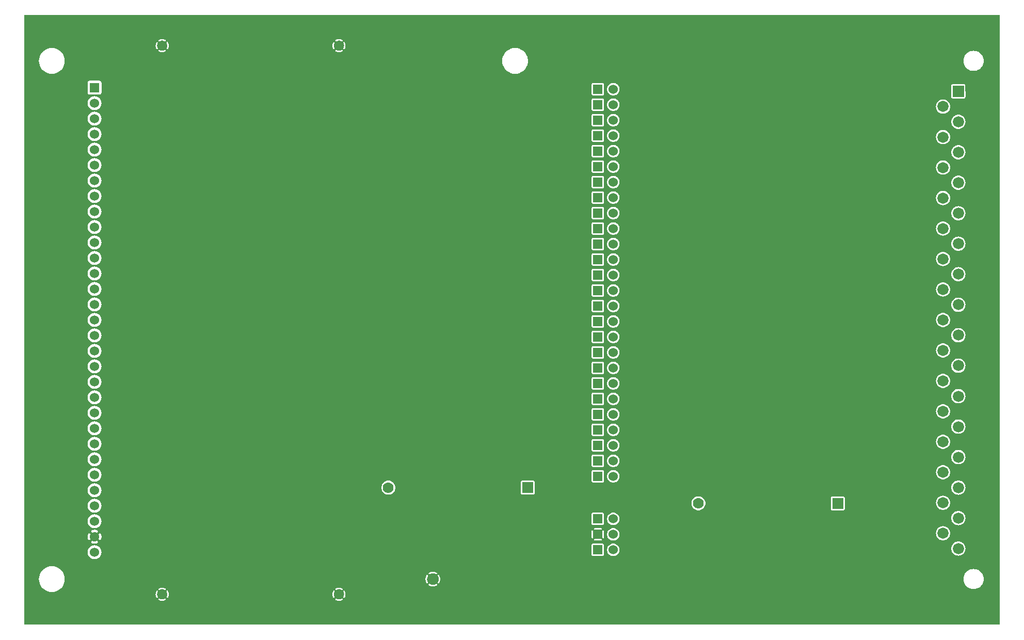
<source format=gtl>
G04 start of page 2 for group 0 idx 0 *
G04 Title: 01.003.00.01.01.pcb, top *
G04 Creator: pcb 4.2.1 *
G04 CreationDate: Tue Feb  4 16:21:58 2020 UTC *
G04 For: bert *
G04 Format: Gerber/RS-274X *
G04 PCB-Dimensions (mil): 7086.61 4724.41 *
G04 PCB-Coordinate-Origin: lower left *
%MOIN*%
%FSLAX25Y25*%
%LNGTL*%
%ADD24C,0.1100*%
%ADD23C,0.0520*%
%ADD22C,0.0380*%
%ADD21C,0.0350*%
%ADD20C,0.0460*%
%ADD19C,0.0400*%
%ADD18C,0.1460*%
%ADD17C,0.0720*%
%ADD16C,0.0600*%
%ADD15C,0.0700*%
%ADD14C,0.0750*%
%ADD13C,0.2760*%
%ADD12C,0.0650*%
%ADD11C,0.0001*%
G54D11*G36*
X632666Y452756D02*X649610D01*
Y59051D01*
X632666D01*
Y82064D01*
X632676Y82063D01*
X633696Y82143D01*
X634691Y82382D01*
X635636Y82774D01*
X636508Y83308D01*
X637286Y83973D01*
X637951Y84751D01*
X638485Y85623D01*
X638877Y86568D01*
X639116Y87563D01*
X639176Y88583D01*
X639116Y89603D01*
X638877Y90598D01*
X638485Y91543D01*
X637951Y92415D01*
X637286Y93193D01*
X636508Y93858D01*
X635636Y94392D01*
X634691Y94784D01*
X633696Y95023D01*
X632676Y95103D01*
X632666Y95102D01*
Y416709D01*
X632676Y416709D01*
X633696Y416789D01*
X634691Y417028D01*
X635636Y417419D01*
X636508Y417954D01*
X637286Y418618D01*
X637951Y419396D01*
X638485Y420269D01*
X638877Y421214D01*
X639116Y422209D01*
X639176Y423229D01*
X639116Y424249D01*
X638877Y425244D01*
X638485Y426189D01*
X637951Y427061D01*
X637286Y427839D01*
X636508Y428504D01*
X635636Y429038D01*
X634691Y429430D01*
X633696Y429669D01*
X632676Y429749D01*
X632666Y429748D01*
Y452756D01*
G37*
G36*
X622833D02*X632666D01*
Y429748D01*
X631656Y429669D01*
X630661Y429430D01*
X629716Y429038D01*
X628844Y428504D01*
X628066Y427839D01*
X627401Y427061D01*
X626867Y426189D01*
X626475Y425244D01*
X626236Y424249D01*
X626156Y423229D01*
X626236Y422209D01*
X626475Y421214D01*
X626867Y420269D01*
X627401Y419396D01*
X628066Y418618D01*
X628844Y417954D01*
X629716Y417419D01*
X630661Y417028D01*
X631656Y416789D01*
X632666Y416709D01*
Y95102D01*
X631656Y95023D01*
X630661Y94784D01*
X629716Y94392D01*
X628844Y93858D01*
X628066Y93193D01*
X627401Y92415D01*
X626867Y91543D01*
X626475Y90598D01*
X626236Y89603D01*
X626156Y88583D01*
X626236Y87563D01*
X626475Y86568D01*
X626867Y85623D01*
X627401Y84751D01*
X628066Y83973D01*
X628844Y83308D01*
X629716Y82774D01*
X630661Y82382D01*
X631656Y82143D01*
X632666Y82064D01*
Y59051D01*
X622833D01*
Y103655D01*
X623555Y103712D01*
X624259Y103881D01*
X624928Y104158D01*
X625545Y104536D01*
X626096Y105006D01*
X626566Y105557D01*
X626944Y106174D01*
X627221Y106843D01*
X627390Y107547D01*
X627433Y108269D01*
X627390Y108991D01*
X627221Y109695D01*
X626944Y110364D01*
X626566Y110981D01*
X626096Y111532D01*
X625545Y112002D01*
X624928Y112380D01*
X624259Y112657D01*
X623555Y112826D01*
X622833Y112883D01*
Y123340D01*
X623555Y123397D01*
X624259Y123566D01*
X624928Y123843D01*
X625545Y124221D01*
X626096Y124691D01*
X626566Y125242D01*
X626944Y125859D01*
X627221Y126528D01*
X627390Y127232D01*
X627433Y127954D01*
X627390Y128676D01*
X627221Y129380D01*
X626944Y130049D01*
X626566Y130666D01*
X626096Y131217D01*
X625545Y131687D01*
X624928Y132065D01*
X624259Y132342D01*
X623555Y132511D01*
X622833Y132568D01*
Y143025D01*
X623555Y143082D01*
X624259Y143251D01*
X624928Y143528D01*
X625545Y143906D01*
X626096Y144376D01*
X626566Y144927D01*
X626944Y145544D01*
X627221Y146213D01*
X627390Y146917D01*
X627433Y147639D01*
X627390Y148361D01*
X627221Y149065D01*
X626944Y149734D01*
X626566Y150351D01*
X626096Y150902D01*
X625545Y151372D01*
X624928Y151750D01*
X624259Y152027D01*
X623555Y152196D01*
X622833Y152253D01*
Y162710D01*
X623555Y162767D01*
X624259Y162936D01*
X624928Y163213D01*
X625545Y163591D01*
X626096Y164061D01*
X626566Y164612D01*
X626944Y165229D01*
X627221Y165898D01*
X627390Y166602D01*
X627433Y167324D01*
X627390Y168046D01*
X627221Y168750D01*
X626944Y169419D01*
X626566Y170036D01*
X626096Y170587D01*
X625545Y171057D01*
X624928Y171435D01*
X624259Y171712D01*
X623555Y171881D01*
X622833Y171938D01*
Y182395D01*
X623555Y182452D01*
X624259Y182621D01*
X624928Y182898D01*
X625545Y183276D01*
X626096Y183746D01*
X626566Y184297D01*
X626944Y184914D01*
X627221Y185583D01*
X627390Y186287D01*
X627433Y187009D01*
X627390Y187731D01*
X627221Y188435D01*
X626944Y189104D01*
X626566Y189721D01*
X626096Y190272D01*
X625545Y190742D01*
X624928Y191120D01*
X624259Y191397D01*
X623555Y191566D01*
X622833Y191623D01*
Y202080D01*
X623555Y202137D01*
X624259Y202306D01*
X624928Y202583D01*
X625545Y202961D01*
X626096Y203431D01*
X626566Y203982D01*
X626944Y204599D01*
X627221Y205268D01*
X627390Y205972D01*
X627433Y206694D01*
X627390Y207416D01*
X627221Y208120D01*
X626944Y208789D01*
X626566Y209406D01*
X626096Y209957D01*
X625545Y210427D01*
X624928Y210805D01*
X624259Y211082D01*
X623555Y211251D01*
X622833Y211308D01*
Y221765D01*
X623555Y221822D01*
X624259Y221991D01*
X624928Y222268D01*
X625545Y222646D01*
X626096Y223116D01*
X626566Y223667D01*
X626944Y224284D01*
X627221Y224953D01*
X627390Y225657D01*
X627433Y226379D01*
X627390Y227101D01*
X627221Y227805D01*
X626944Y228474D01*
X626566Y229091D01*
X626096Y229642D01*
X625545Y230112D01*
X624928Y230490D01*
X624259Y230767D01*
X623555Y230936D01*
X622833Y230993D01*
Y241450D01*
X623555Y241507D01*
X624259Y241676D01*
X624928Y241953D01*
X625545Y242331D01*
X626096Y242801D01*
X626566Y243352D01*
X626944Y243969D01*
X627221Y244638D01*
X627390Y245342D01*
X627433Y246064D01*
X627390Y246786D01*
X627221Y247490D01*
X626944Y248159D01*
X626566Y248776D01*
X626096Y249327D01*
X625545Y249797D01*
X624928Y250175D01*
X624259Y250452D01*
X623555Y250621D01*
X622833Y250678D01*
Y261135D01*
X623555Y261192D01*
X624259Y261361D01*
X624928Y261638D01*
X625545Y262016D01*
X626096Y262486D01*
X626566Y263037D01*
X626944Y263654D01*
X627221Y264323D01*
X627390Y265027D01*
X627433Y265749D01*
X627390Y266471D01*
X627221Y267175D01*
X626944Y267844D01*
X626566Y268461D01*
X626096Y269012D01*
X625545Y269482D01*
X624928Y269860D01*
X624259Y270137D01*
X623555Y270306D01*
X622833Y270363D01*
Y280820D01*
X623555Y280877D01*
X624259Y281046D01*
X624928Y281323D01*
X625545Y281701D01*
X626096Y282171D01*
X626566Y282722D01*
X626944Y283339D01*
X627221Y284008D01*
X627390Y284712D01*
X627433Y285434D01*
X627390Y286156D01*
X627221Y286860D01*
X626944Y287529D01*
X626566Y288146D01*
X626096Y288697D01*
X625545Y289167D01*
X624928Y289545D01*
X624259Y289822D01*
X623555Y289991D01*
X622833Y290048D01*
Y300505D01*
X623555Y300562D01*
X624259Y300731D01*
X624928Y301008D01*
X625545Y301386D01*
X626096Y301856D01*
X626566Y302407D01*
X626944Y303024D01*
X627221Y303693D01*
X627390Y304397D01*
X627433Y305119D01*
X627390Y305841D01*
X627221Y306545D01*
X626944Y307214D01*
X626566Y307831D01*
X626096Y308382D01*
X625545Y308852D01*
X624928Y309230D01*
X624259Y309507D01*
X623555Y309676D01*
X622833Y309733D01*
Y320190D01*
X623555Y320247D01*
X624259Y320416D01*
X624928Y320693D01*
X625545Y321071D01*
X626096Y321541D01*
X626566Y322092D01*
X626944Y322709D01*
X627221Y323378D01*
X627390Y324082D01*
X627433Y324804D01*
X627390Y325526D01*
X627221Y326230D01*
X626944Y326899D01*
X626566Y327516D01*
X626096Y328067D01*
X625545Y328537D01*
X624928Y328915D01*
X624259Y329192D01*
X623555Y329361D01*
X622833Y329418D01*
Y339875D01*
X623555Y339932D01*
X624259Y340101D01*
X624928Y340378D01*
X625545Y340756D01*
X626096Y341226D01*
X626566Y341777D01*
X626944Y342394D01*
X627221Y343063D01*
X627390Y343767D01*
X627433Y344489D01*
X627390Y345211D01*
X627221Y345915D01*
X626944Y346584D01*
X626566Y347201D01*
X626096Y347752D01*
X625545Y348222D01*
X624928Y348600D01*
X624259Y348877D01*
X623555Y349046D01*
X622833Y349103D01*
Y359560D01*
X623555Y359617D01*
X624259Y359786D01*
X624928Y360063D01*
X625545Y360441D01*
X626096Y360911D01*
X626566Y361462D01*
X626944Y362079D01*
X627221Y362748D01*
X627390Y363452D01*
X627433Y364174D01*
X627390Y364896D01*
X627221Y365600D01*
X626944Y366269D01*
X626566Y366886D01*
X626096Y367437D01*
X625545Y367907D01*
X624928Y368285D01*
X624259Y368562D01*
X623555Y368731D01*
X622833Y368788D01*
Y379245D01*
X623555Y379302D01*
X624259Y379471D01*
X624928Y379748D01*
X625545Y380126D01*
X626096Y380596D01*
X626566Y381147D01*
X626944Y381764D01*
X627221Y382433D01*
X627390Y383137D01*
X627433Y383859D01*
X627390Y384581D01*
X627221Y385285D01*
X626944Y385954D01*
X626566Y386571D01*
X626096Y387122D01*
X625545Y387592D01*
X624928Y387970D01*
X624259Y388247D01*
X623555Y388416D01*
X622833Y388473D01*
Y398949D01*
X626590Y398953D01*
X626743Y398990D01*
X626888Y399050D01*
X627023Y399133D01*
X627142Y399235D01*
X627245Y399354D01*
X627327Y399489D01*
X627387Y399634D01*
X627424Y399787D01*
X627433Y399944D01*
X627424Y407301D01*
X627387Y407454D01*
X627327Y407599D01*
X627245Y407734D01*
X627142Y407853D01*
X627023Y407956D01*
X626888Y408038D01*
X626743Y408098D01*
X626590Y408135D01*
X626433Y408144D01*
X622833Y408140D01*
Y452756D01*
G37*
G36*
X612984D02*X622833D01*
Y408140D01*
X619076Y408135D01*
X618923Y408098D01*
X618778Y408038D01*
X618643Y407956D01*
X618524Y407853D01*
X618421Y407734D01*
X618339Y407599D01*
X618279Y407454D01*
X618242Y407301D01*
X618233Y407144D01*
X618242Y399787D01*
X618279Y399634D01*
X618339Y399489D01*
X618421Y399354D01*
X618524Y399235D01*
X618643Y399133D01*
X618778Y399050D01*
X618923Y398990D01*
X619076Y398953D01*
X619233Y398944D01*
X622833Y398949D01*
Y388473D01*
X622111Y388416D01*
X621407Y388247D01*
X620738Y387970D01*
X620121Y387592D01*
X619570Y387122D01*
X619100Y386571D01*
X618722Y385954D01*
X618445Y385285D01*
X618276Y384581D01*
X618219Y383859D01*
X618276Y383137D01*
X618445Y382433D01*
X618722Y381764D01*
X619100Y381147D01*
X619570Y380596D01*
X620121Y380126D01*
X620738Y379748D01*
X621407Y379471D01*
X622111Y379302D01*
X622833Y379245D01*
Y368788D01*
X622111Y368731D01*
X621407Y368562D01*
X620738Y368285D01*
X620121Y367907D01*
X619570Y367437D01*
X619100Y366886D01*
X618722Y366269D01*
X618445Y365600D01*
X618276Y364896D01*
X618219Y364174D01*
X618276Y363452D01*
X618445Y362748D01*
X618722Y362079D01*
X619100Y361462D01*
X619570Y360911D01*
X620121Y360441D01*
X620738Y360063D01*
X621407Y359786D01*
X622111Y359617D01*
X622833Y359560D01*
Y349103D01*
X622111Y349046D01*
X621407Y348877D01*
X620738Y348600D01*
X620121Y348222D01*
X619570Y347752D01*
X619100Y347201D01*
X618722Y346584D01*
X618445Y345915D01*
X618276Y345211D01*
X618219Y344489D01*
X618276Y343767D01*
X618445Y343063D01*
X618722Y342394D01*
X619100Y341777D01*
X619570Y341226D01*
X620121Y340756D01*
X620738Y340378D01*
X621407Y340101D01*
X622111Y339932D01*
X622833Y339875D01*
Y329418D01*
X622111Y329361D01*
X621407Y329192D01*
X620738Y328915D01*
X620121Y328537D01*
X619570Y328067D01*
X619100Y327516D01*
X618722Y326899D01*
X618445Y326230D01*
X618276Y325526D01*
X618219Y324804D01*
X618276Y324082D01*
X618445Y323378D01*
X618722Y322709D01*
X619100Y322092D01*
X619570Y321541D01*
X620121Y321071D01*
X620738Y320693D01*
X621407Y320416D01*
X622111Y320247D01*
X622833Y320190D01*
Y309733D01*
X622111Y309676D01*
X621407Y309507D01*
X620738Y309230D01*
X620121Y308852D01*
X619570Y308382D01*
X619100Y307831D01*
X618722Y307214D01*
X618445Y306545D01*
X618276Y305841D01*
X618219Y305119D01*
X618276Y304397D01*
X618445Y303693D01*
X618722Y303024D01*
X619100Y302407D01*
X619570Y301856D01*
X620121Y301386D01*
X620738Y301008D01*
X621407Y300731D01*
X622111Y300562D01*
X622833Y300505D01*
Y290048D01*
X622111Y289991D01*
X621407Y289822D01*
X620738Y289545D01*
X620121Y289167D01*
X619570Y288697D01*
X619100Y288146D01*
X618722Y287529D01*
X618445Y286860D01*
X618276Y286156D01*
X618219Y285434D01*
X618276Y284712D01*
X618445Y284008D01*
X618722Y283339D01*
X619100Y282722D01*
X619570Y282171D01*
X620121Y281701D01*
X620738Y281323D01*
X621407Y281046D01*
X622111Y280877D01*
X622833Y280820D01*
Y270363D01*
X622111Y270306D01*
X621407Y270137D01*
X620738Y269860D01*
X620121Y269482D01*
X619570Y269012D01*
X619100Y268461D01*
X618722Y267844D01*
X618445Y267175D01*
X618276Y266471D01*
X618219Y265749D01*
X618276Y265027D01*
X618445Y264323D01*
X618722Y263654D01*
X619100Y263037D01*
X619570Y262486D01*
X620121Y262016D01*
X620738Y261638D01*
X621407Y261361D01*
X622111Y261192D01*
X622833Y261135D01*
Y250678D01*
X622111Y250621D01*
X621407Y250452D01*
X620738Y250175D01*
X620121Y249797D01*
X619570Y249327D01*
X619100Y248776D01*
X618722Y248159D01*
X618445Y247490D01*
X618276Y246786D01*
X618219Y246064D01*
X618276Y245342D01*
X618445Y244638D01*
X618722Y243969D01*
X619100Y243352D01*
X619570Y242801D01*
X620121Y242331D01*
X620738Y241953D01*
X621407Y241676D01*
X622111Y241507D01*
X622833Y241450D01*
Y230993D01*
X622111Y230936D01*
X621407Y230767D01*
X620738Y230490D01*
X620121Y230112D01*
X619570Y229642D01*
X619100Y229091D01*
X618722Y228474D01*
X618445Y227805D01*
X618276Y227101D01*
X618219Y226379D01*
X618276Y225657D01*
X618445Y224953D01*
X618722Y224284D01*
X619100Y223667D01*
X619570Y223116D01*
X620121Y222646D01*
X620738Y222268D01*
X621407Y221991D01*
X622111Y221822D01*
X622833Y221765D01*
Y211308D01*
X622111Y211251D01*
X621407Y211082D01*
X620738Y210805D01*
X620121Y210427D01*
X619570Y209957D01*
X619100Y209406D01*
X618722Y208789D01*
X618445Y208120D01*
X618276Y207416D01*
X618219Y206694D01*
X618276Y205972D01*
X618445Y205268D01*
X618722Y204599D01*
X619100Y203982D01*
X619570Y203431D01*
X620121Y202961D01*
X620738Y202583D01*
X621407Y202306D01*
X622111Y202137D01*
X622833Y202080D01*
Y191623D01*
X622111Y191566D01*
X621407Y191397D01*
X620738Y191120D01*
X620121Y190742D01*
X619570Y190272D01*
X619100Y189721D01*
X618722Y189104D01*
X618445Y188435D01*
X618276Y187731D01*
X618219Y187009D01*
X618276Y186287D01*
X618445Y185583D01*
X618722Y184914D01*
X619100Y184297D01*
X619570Y183746D01*
X620121Y183276D01*
X620738Y182898D01*
X621407Y182621D01*
X622111Y182452D01*
X622833Y182395D01*
Y171938D01*
X622111Y171881D01*
X621407Y171712D01*
X620738Y171435D01*
X620121Y171057D01*
X619570Y170587D01*
X619100Y170036D01*
X618722Y169419D01*
X618445Y168750D01*
X618276Y168046D01*
X618219Y167324D01*
X618276Y166602D01*
X618445Y165898D01*
X618722Y165229D01*
X619100Y164612D01*
X619570Y164061D01*
X620121Y163591D01*
X620738Y163213D01*
X621407Y162936D01*
X622111Y162767D01*
X622833Y162710D01*
Y152253D01*
X622111Y152196D01*
X621407Y152027D01*
X620738Y151750D01*
X620121Y151372D01*
X619570Y150902D01*
X619100Y150351D01*
X618722Y149734D01*
X618445Y149065D01*
X618276Y148361D01*
X618219Y147639D01*
X618276Y146917D01*
X618445Y146213D01*
X618722Y145544D01*
X619100Y144927D01*
X619570Y144376D01*
X620121Y143906D01*
X620738Y143528D01*
X621407Y143251D01*
X622111Y143082D01*
X622833Y143025D01*
Y132568D01*
X622111Y132511D01*
X621407Y132342D01*
X620738Y132065D01*
X620121Y131687D01*
X619570Y131217D01*
X619100Y130666D01*
X618722Y130049D01*
X618445Y129380D01*
X618276Y128676D01*
X618219Y127954D01*
X618276Y127232D01*
X618445Y126528D01*
X618722Y125859D01*
X619100Y125242D01*
X619570Y124691D01*
X620121Y124221D01*
X620738Y123843D01*
X621407Y123566D01*
X622111Y123397D01*
X622833Y123340D01*
Y112883D01*
X622111Y112826D01*
X621407Y112657D01*
X620738Y112380D01*
X620121Y112002D01*
X619570Y111532D01*
X619100Y110981D01*
X618722Y110364D01*
X618445Y109695D01*
X618276Y108991D01*
X618219Y108269D01*
X618276Y107547D01*
X618445Y106843D01*
X618722Y106174D01*
X619100Y105557D01*
X619570Y105006D01*
X620121Y104536D01*
X620738Y104158D01*
X621407Y103881D01*
X622111Y103712D01*
X622833Y103655D01*
Y59051D01*
X612984D01*
Y113497D01*
X612991Y113497D01*
X613713Y113554D01*
X614417Y113723D01*
X615086Y114000D01*
X615703Y114378D01*
X616254Y114848D01*
X616724Y115399D01*
X617102Y116016D01*
X617379Y116685D01*
X617548Y117389D01*
X617591Y118111D01*
X617548Y118833D01*
X617379Y119537D01*
X617102Y120206D01*
X616724Y120823D01*
X616254Y121374D01*
X615703Y121844D01*
X615086Y122222D01*
X614417Y122499D01*
X613713Y122668D01*
X612991Y122725D01*
X612984Y122725D01*
Y133182D01*
X612991Y133182D01*
X613713Y133239D01*
X614417Y133408D01*
X615086Y133685D01*
X615703Y134063D01*
X616254Y134533D01*
X616724Y135084D01*
X617102Y135701D01*
X617379Y136370D01*
X617548Y137074D01*
X617591Y137796D01*
X617548Y138518D01*
X617379Y139222D01*
X617102Y139891D01*
X616724Y140508D01*
X616254Y141059D01*
X615703Y141529D01*
X615086Y141907D01*
X614417Y142184D01*
X613713Y142353D01*
X612991Y142410D01*
X612984Y142410D01*
Y152867D01*
X612991Y152867D01*
X613713Y152924D01*
X614417Y153093D01*
X615086Y153370D01*
X615703Y153748D01*
X616254Y154218D01*
X616724Y154769D01*
X617102Y155386D01*
X617379Y156055D01*
X617548Y156759D01*
X617591Y157481D01*
X617548Y158203D01*
X617379Y158907D01*
X617102Y159576D01*
X616724Y160193D01*
X616254Y160744D01*
X615703Y161214D01*
X615086Y161592D01*
X614417Y161869D01*
X613713Y162038D01*
X612991Y162095D01*
X612984Y162095D01*
Y172552D01*
X612991Y172552D01*
X613713Y172608D01*
X614417Y172777D01*
X615086Y173054D01*
X615703Y173433D01*
X616254Y173903D01*
X616724Y174454D01*
X617102Y175071D01*
X617379Y175740D01*
X617548Y176444D01*
X617591Y177166D01*
X617548Y177888D01*
X617379Y178592D01*
X617102Y179261D01*
X616724Y179878D01*
X616254Y180428D01*
X615703Y180899D01*
X615086Y181277D01*
X614417Y181554D01*
X613713Y181723D01*
X612991Y181780D01*
X612984Y181779D01*
Y192237D01*
X612991Y192237D01*
X613713Y192293D01*
X614417Y192462D01*
X615086Y192740D01*
X615703Y193118D01*
X616254Y193588D01*
X616724Y194139D01*
X617102Y194756D01*
X617379Y195425D01*
X617548Y196129D01*
X617591Y196851D01*
X617548Y197573D01*
X617379Y198277D01*
X617102Y198946D01*
X616724Y199563D01*
X616254Y200114D01*
X615703Y200584D01*
X615086Y200962D01*
X614417Y201239D01*
X613713Y201408D01*
X612991Y201465D01*
X612984Y201464D01*
Y211923D01*
X612991Y211923D01*
X613713Y211980D01*
X614417Y212149D01*
X615086Y212426D01*
X615703Y212804D01*
X616254Y213274D01*
X616724Y213825D01*
X617102Y214442D01*
X617379Y215111D01*
X617548Y215815D01*
X617591Y216537D01*
X617548Y217259D01*
X617379Y217963D01*
X617102Y218632D01*
X616724Y219249D01*
X616254Y219800D01*
X615703Y220270D01*
X615086Y220648D01*
X614417Y220925D01*
X613713Y221094D01*
X612991Y221151D01*
X612984Y221151D01*
Y231608D01*
X612991Y231608D01*
X613713Y231665D01*
X614417Y231834D01*
X615086Y232111D01*
X615703Y232489D01*
X616254Y232959D01*
X616724Y233510D01*
X617102Y234127D01*
X617379Y234796D01*
X617548Y235500D01*
X617591Y236222D01*
X617548Y236944D01*
X617379Y237648D01*
X617102Y238317D01*
X616724Y238934D01*
X616254Y239485D01*
X615703Y239955D01*
X615086Y240333D01*
X614417Y240610D01*
X613713Y240779D01*
X612991Y240836D01*
X612984Y240836D01*
Y251293D01*
X612991Y251293D01*
X613713Y251350D01*
X614417Y251519D01*
X615086Y251796D01*
X615703Y252174D01*
X616254Y252644D01*
X616724Y253195D01*
X617102Y253812D01*
X617379Y254481D01*
X617548Y255185D01*
X617591Y255907D01*
X617548Y256629D01*
X617379Y257333D01*
X617102Y258002D01*
X616724Y258619D01*
X616254Y259170D01*
X615703Y259640D01*
X615086Y260018D01*
X614417Y260295D01*
X613713Y260464D01*
X612991Y260521D01*
X612984Y260521D01*
Y270977D01*
X612991Y270977D01*
X613713Y271034D01*
X614417Y271203D01*
X615086Y271480D01*
X615703Y271858D01*
X616254Y272328D01*
X616724Y272879D01*
X617102Y273496D01*
X617379Y274165D01*
X617548Y274869D01*
X617591Y275591D01*
X617548Y276313D01*
X617379Y277017D01*
X617102Y277686D01*
X616724Y278303D01*
X616254Y278854D01*
X615703Y279324D01*
X615086Y279702D01*
X614417Y279979D01*
X613713Y280148D01*
X612991Y280205D01*
X612984Y280205D01*
Y290662D01*
X612991Y290662D01*
X613713Y290719D01*
X614417Y290888D01*
X615086Y291165D01*
X615703Y291543D01*
X616254Y292013D01*
X616724Y292564D01*
X617102Y293181D01*
X617379Y293850D01*
X617548Y294554D01*
X617591Y295276D01*
X617548Y295998D01*
X617379Y296702D01*
X617102Y297371D01*
X616724Y297988D01*
X616254Y298539D01*
X615703Y299009D01*
X615086Y299387D01*
X614417Y299664D01*
X613713Y299833D01*
X612991Y299890D01*
X612984Y299890D01*
Y310347D01*
X612991Y310347D01*
X613713Y310404D01*
X614417Y310573D01*
X615086Y310850D01*
X615703Y311228D01*
X616254Y311698D01*
X616724Y312249D01*
X617102Y312866D01*
X617379Y313535D01*
X617548Y314239D01*
X617591Y314961D01*
X617548Y315683D01*
X617379Y316387D01*
X617102Y317056D01*
X616724Y317673D01*
X616254Y318224D01*
X615703Y318694D01*
X615086Y319072D01*
X614417Y319349D01*
X613713Y319518D01*
X612991Y319575D01*
X612984Y319575D01*
Y330032D01*
X612991Y330032D01*
X613713Y330089D01*
X614417Y330258D01*
X615086Y330535D01*
X615703Y330913D01*
X616254Y331383D01*
X616724Y331934D01*
X617102Y332551D01*
X617379Y333220D01*
X617548Y333924D01*
X617591Y334646D01*
X617548Y335368D01*
X617379Y336072D01*
X617102Y336741D01*
X616724Y337358D01*
X616254Y337909D01*
X615703Y338379D01*
X615086Y338757D01*
X614417Y339034D01*
X613713Y339203D01*
X612991Y339260D01*
X612984Y339260D01*
Y349717D01*
X612991Y349717D01*
X613713Y349774D01*
X614417Y349943D01*
X615086Y350220D01*
X615703Y350598D01*
X616254Y351068D01*
X616724Y351619D01*
X617102Y352236D01*
X617379Y352905D01*
X617548Y353609D01*
X617591Y354331D01*
X617548Y355053D01*
X617379Y355757D01*
X617102Y356426D01*
X616724Y357043D01*
X616254Y357594D01*
X615703Y358064D01*
X615086Y358442D01*
X614417Y358719D01*
X613713Y358888D01*
X612991Y358945D01*
X612984Y358945D01*
Y369403D01*
X612991Y369403D01*
X613713Y369460D01*
X614417Y369629D01*
X615086Y369906D01*
X615703Y370284D01*
X616254Y370754D01*
X616724Y371305D01*
X617102Y371922D01*
X617379Y372591D01*
X617548Y373295D01*
X617591Y374017D01*
X617548Y374739D01*
X617379Y375443D01*
X617102Y376112D01*
X616724Y376729D01*
X616254Y377280D01*
X615703Y377750D01*
X615086Y378128D01*
X614417Y378405D01*
X613713Y378574D01*
X612991Y378631D01*
X612984Y378631D01*
Y389088D01*
X612991Y389088D01*
X613713Y389145D01*
X614417Y389314D01*
X615086Y389591D01*
X615703Y389969D01*
X616254Y390439D01*
X616724Y390990D01*
X617102Y391607D01*
X617379Y392276D01*
X617548Y392980D01*
X617591Y393702D01*
X617548Y394424D01*
X617379Y395128D01*
X617102Y395797D01*
X616724Y396414D01*
X616254Y396965D01*
X615703Y397435D01*
X615086Y397813D01*
X614417Y398090D01*
X613713Y398259D01*
X612991Y398316D01*
X612984Y398316D01*
Y452756D01*
G37*
G36*
X545000D02*X612984D01*
Y398316D01*
X612269Y398259D01*
X611565Y398090D01*
X610896Y397813D01*
X610279Y397435D01*
X609728Y396965D01*
X609258Y396414D01*
X608880Y395797D01*
X608603Y395128D01*
X608434Y394424D01*
X608377Y393702D01*
X608434Y392980D01*
X608603Y392276D01*
X608880Y391607D01*
X609258Y390990D01*
X609728Y390439D01*
X610279Y389969D01*
X610896Y389591D01*
X611565Y389314D01*
X612269Y389145D01*
X612984Y389088D01*
Y378631D01*
X612269Y378574D01*
X611565Y378405D01*
X610896Y378128D01*
X610279Y377750D01*
X609728Y377280D01*
X609258Y376729D01*
X608880Y376112D01*
X608603Y375443D01*
X608434Y374739D01*
X608377Y374017D01*
X608434Y373295D01*
X608603Y372591D01*
X608880Y371922D01*
X609258Y371305D01*
X609728Y370754D01*
X610279Y370284D01*
X610896Y369906D01*
X611565Y369629D01*
X612269Y369460D01*
X612984Y369403D01*
Y358945D01*
X612269Y358888D01*
X611565Y358719D01*
X610896Y358442D01*
X610279Y358064D01*
X609728Y357594D01*
X609258Y357043D01*
X608880Y356426D01*
X608603Y355757D01*
X608434Y355053D01*
X608377Y354331D01*
X608434Y353609D01*
X608603Y352905D01*
X608880Y352236D01*
X609258Y351619D01*
X609728Y351068D01*
X610279Y350598D01*
X610896Y350220D01*
X611565Y349943D01*
X612269Y349774D01*
X612984Y349717D01*
Y339260D01*
X612269Y339203D01*
X611565Y339034D01*
X610896Y338757D01*
X610279Y338379D01*
X609728Y337909D01*
X609258Y337358D01*
X608880Y336741D01*
X608603Y336072D01*
X608434Y335368D01*
X608377Y334646D01*
X608434Y333924D01*
X608603Y333220D01*
X608880Y332551D01*
X609258Y331934D01*
X609728Y331383D01*
X610279Y330913D01*
X610896Y330535D01*
X611565Y330258D01*
X612269Y330089D01*
X612984Y330032D01*
Y319575D01*
X612269Y319518D01*
X611565Y319349D01*
X610896Y319072D01*
X610279Y318694D01*
X609728Y318224D01*
X609258Y317673D01*
X608880Y317056D01*
X608603Y316387D01*
X608434Y315683D01*
X608377Y314961D01*
X608434Y314239D01*
X608603Y313535D01*
X608880Y312866D01*
X609258Y312249D01*
X609728Y311698D01*
X610279Y311228D01*
X610896Y310850D01*
X611565Y310573D01*
X612269Y310404D01*
X612984Y310347D01*
Y299890D01*
X612269Y299833D01*
X611565Y299664D01*
X610896Y299387D01*
X610279Y299009D01*
X609728Y298539D01*
X609258Y297988D01*
X608880Y297371D01*
X608603Y296702D01*
X608434Y295998D01*
X608377Y295276D01*
X608434Y294554D01*
X608603Y293850D01*
X608880Y293181D01*
X609258Y292564D01*
X609728Y292013D01*
X610279Y291543D01*
X610896Y291165D01*
X611565Y290888D01*
X612269Y290719D01*
X612984Y290662D01*
Y280205D01*
X612269Y280148D01*
X611565Y279979D01*
X610896Y279702D01*
X610279Y279324D01*
X609728Y278854D01*
X609258Y278303D01*
X608880Y277686D01*
X608603Y277017D01*
X608434Y276313D01*
X608377Y275591D01*
X608434Y274869D01*
X608603Y274165D01*
X608880Y273496D01*
X609258Y272879D01*
X609728Y272328D01*
X610279Y271858D01*
X610896Y271480D01*
X611565Y271203D01*
X612269Y271034D01*
X612984Y270977D01*
Y260521D01*
X612269Y260464D01*
X611565Y260295D01*
X610896Y260018D01*
X610279Y259640D01*
X609728Y259170D01*
X609258Y258619D01*
X608880Y258002D01*
X608603Y257333D01*
X608434Y256629D01*
X608377Y255907D01*
X608434Y255185D01*
X608603Y254481D01*
X608880Y253812D01*
X609258Y253195D01*
X609728Y252644D01*
X610279Y252174D01*
X610896Y251796D01*
X611565Y251519D01*
X612269Y251350D01*
X612984Y251293D01*
Y240836D01*
X612269Y240779D01*
X611565Y240610D01*
X610896Y240333D01*
X610279Y239955D01*
X609728Y239485D01*
X609258Y238934D01*
X608880Y238317D01*
X608603Y237648D01*
X608434Y236944D01*
X608377Y236222D01*
X608434Y235500D01*
X608603Y234796D01*
X608880Y234127D01*
X609258Y233510D01*
X609728Y232959D01*
X610279Y232489D01*
X610896Y232111D01*
X611565Y231834D01*
X612269Y231665D01*
X612984Y231608D01*
Y221151D01*
X612269Y221094D01*
X611565Y220925D01*
X610896Y220648D01*
X610279Y220270D01*
X609728Y219800D01*
X609258Y219249D01*
X608880Y218632D01*
X608603Y217963D01*
X608434Y217259D01*
X608377Y216537D01*
X608434Y215815D01*
X608603Y215111D01*
X608880Y214442D01*
X609258Y213825D01*
X609728Y213274D01*
X610279Y212804D01*
X610896Y212426D01*
X611565Y212149D01*
X612269Y211980D01*
X612984Y211923D01*
Y201464D01*
X612269Y201408D01*
X611565Y201239D01*
X610896Y200962D01*
X610279Y200584D01*
X609728Y200114D01*
X609258Y199563D01*
X608880Y198946D01*
X608603Y198277D01*
X608434Y197573D01*
X608377Y196851D01*
X608434Y196129D01*
X608603Y195425D01*
X608880Y194756D01*
X609258Y194139D01*
X609728Y193588D01*
X610279Y193118D01*
X610896Y192740D01*
X611565Y192462D01*
X612269Y192293D01*
X612984Y192237D01*
Y181779D01*
X612269Y181723D01*
X611565Y181554D01*
X610896Y181277D01*
X610279Y180899D01*
X609728Y180428D01*
X609258Y179878D01*
X608880Y179261D01*
X608603Y178592D01*
X608434Y177888D01*
X608377Y177166D01*
X608434Y176444D01*
X608603Y175740D01*
X608880Y175071D01*
X609258Y174454D01*
X609728Y173903D01*
X610279Y173433D01*
X610896Y173054D01*
X611565Y172777D01*
X612269Y172608D01*
X612984Y172552D01*
Y162095D01*
X612269Y162038D01*
X611565Y161869D01*
X610896Y161592D01*
X610279Y161214D01*
X609728Y160744D01*
X609258Y160193D01*
X608880Y159576D01*
X608603Y158907D01*
X608434Y158203D01*
X608377Y157481D01*
X608434Y156759D01*
X608603Y156055D01*
X608880Y155386D01*
X609258Y154769D01*
X609728Y154218D01*
X610279Y153748D01*
X610896Y153370D01*
X611565Y153093D01*
X612269Y152924D01*
X612984Y152867D01*
Y142410D01*
X612269Y142353D01*
X611565Y142184D01*
X610896Y141907D01*
X610279Y141529D01*
X609728Y141059D01*
X609258Y140508D01*
X608880Y139891D01*
X608603Y139222D01*
X608434Y138518D01*
X608377Y137796D01*
X608434Y137074D01*
X608603Y136370D01*
X608880Y135701D01*
X609258Y135084D01*
X609728Y134533D01*
X610279Y134063D01*
X610896Y133685D01*
X611565Y133408D01*
X612269Y133239D01*
X612984Y133182D01*
Y122725D01*
X612269Y122668D01*
X611565Y122499D01*
X610896Y122222D01*
X610279Y121844D01*
X609728Y121374D01*
X609258Y120823D01*
X608880Y120206D01*
X608603Y119537D01*
X608434Y118833D01*
X608377Y118111D01*
X608434Y117389D01*
X608603Y116685D01*
X608880Y116016D01*
X609258Y115399D01*
X609728Y114848D01*
X610279Y114378D01*
X610896Y114000D01*
X611565Y113723D01*
X612269Y113554D01*
X612984Y113497D01*
Y59051D01*
X545000D01*
Y132945D01*
X548657Y132950D01*
X548810Y132987D01*
X548955Y133047D01*
X549090Y133129D01*
X549209Y133232D01*
X549312Y133351D01*
X549394Y133486D01*
X549454Y133631D01*
X549491Y133784D01*
X549500Y133941D01*
X549491Y141098D01*
X549454Y141251D01*
X549394Y141396D01*
X549312Y141531D01*
X549209Y141650D01*
X549090Y141752D01*
X548955Y141835D01*
X548810Y141895D01*
X548657Y141932D01*
X548500Y141941D01*
X545000Y141936D01*
Y452756D01*
G37*
G36*
X454993D02*X545000D01*
Y141936D01*
X541343Y141932D01*
X541190Y141895D01*
X541045Y141835D01*
X540910Y141752D01*
X540791Y141650D01*
X540688Y141531D01*
X540606Y141396D01*
X540546Y141251D01*
X540509Y141098D01*
X540500Y140941D01*
X540509Y133784D01*
X540546Y133631D01*
X540606Y133486D01*
X540688Y133351D01*
X540791Y133232D01*
X540910Y133129D01*
X541045Y133047D01*
X541190Y132987D01*
X541343Y132950D01*
X541500Y132941D01*
X545000Y132945D01*
Y59051D01*
X454993D01*
Y132928D01*
X455000Y132927D01*
X455706Y132983D01*
X456395Y133148D01*
X457049Y133419D01*
X457653Y133789D01*
X458192Y134249D01*
X458652Y134788D01*
X459022Y135392D01*
X459293Y136046D01*
X459458Y136735D01*
X459500Y137441D01*
X459458Y138147D01*
X459293Y138836D01*
X459022Y139490D01*
X458652Y140094D01*
X458192Y140633D01*
X457653Y141093D01*
X457049Y141463D01*
X456395Y141734D01*
X455706Y141899D01*
X455000Y141955D01*
X454993Y141954D01*
Y452756D01*
G37*
G36*
X399994D02*X454993D01*
Y141954D01*
X454294Y141899D01*
X453605Y141734D01*
X452951Y141463D01*
X452347Y141093D01*
X451808Y140633D01*
X451348Y140094D01*
X450978Y139490D01*
X450707Y138836D01*
X450542Y138147D01*
X450486Y137441D01*
X450542Y136735D01*
X450707Y136046D01*
X450978Y135392D01*
X451348Y134788D01*
X451808Y134249D01*
X452347Y133789D01*
X452951Y133419D01*
X453605Y133148D01*
X454294Y132983D01*
X454993Y132928D01*
Y59051D01*
X399994D01*
Y103429D01*
X400000Y103429D01*
X400628Y103478D01*
X401240Y103625D01*
X401822Y103866D01*
X402358Y104195D01*
X402837Y104604D01*
X403246Y105083D01*
X403575Y105619D01*
X403816Y106201D01*
X403963Y106813D01*
X404000Y107441D01*
X403963Y108069D01*
X403816Y108681D01*
X403575Y109263D01*
X403246Y109799D01*
X402837Y110278D01*
X402358Y110687D01*
X401822Y111016D01*
X401240Y111257D01*
X400628Y111404D01*
X400000Y111453D01*
X399994Y111453D01*
Y113429D01*
X400000Y113429D01*
X400628Y113478D01*
X401240Y113625D01*
X401822Y113866D01*
X402358Y114195D01*
X402837Y114604D01*
X403246Y115083D01*
X403575Y115619D01*
X403816Y116201D01*
X403963Y116813D01*
X404000Y117441D01*
X403963Y118069D01*
X403816Y118681D01*
X403575Y119263D01*
X403246Y119799D01*
X402837Y120278D01*
X402358Y120687D01*
X401822Y121016D01*
X401240Y121257D01*
X400628Y121404D01*
X400000Y121453D01*
X399994Y121453D01*
Y123429D01*
X400000Y123429D01*
X400628Y123478D01*
X401240Y123625D01*
X401822Y123866D01*
X402358Y124195D01*
X402837Y124604D01*
X403246Y125083D01*
X403575Y125619D01*
X403816Y126201D01*
X403963Y126813D01*
X404000Y127441D01*
X403963Y128069D01*
X403816Y128681D01*
X403575Y129263D01*
X403246Y129799D01*
X402837Y130278D01*
X402358Y130687D01*
X401822Y131016D01*
X401240Y131257D01*
X400628Y131404D01*
X400000Y131453D01*
X399994Y131453D01*
Y150929D01*
X400000Y150929D01*
X400628Y150978D01*
X401240Y151125D01*
X401822Y151366D01*
X402358Y151695D01*
X402837Y152104D01*
X403246Y152583D01*
X403575Y153119D01*
X403816Y153701D01*
X403963Y154313D01*
X404000Y154941D01*
X403963Y155569D01*
X403816Y156181D01*
X403575Y156763D01*
X403246Y157299D01*
X402837Y157778D01*
X402358Y158187D01*
X401822Y158516D01*
X401240Y158757D01*
X400628Y158904D01*
X400000Y158953D01*
X399994Y158953D01*
Y160929D01*
X400000Y160929D01*
X400628Y160978D01*
X401240Y161125D01*
X401822Y161366D01*
X402358Y161695D01*
X402837Y162104D01*
X403246Y162583D01*
X403575Y163119D01*
X403816Y163701D01*
X403963Y164313D01*
X404000Y164941D01*
X403963Y165569D01*
X403816Y166181D01*
X403575Y166763D01*
X403246Y167299D01*
X402837Y167778D01*
X402358Y168187D01*
X401822Y168516D01*
X401240Y168757D01*
X400628Y168904D01*
X400000Y168953D01*
X399994Y168953D01*
Y170929D01*
X400000Y170929D01*
X400628Y170978D01*
X401240Y171125D01*
X401822Y171366D01*
X402358Y171695D01*
X402837Y172104D01*
X403246Y172583D01*
X403575Y173119D01*
X403816Y173701D01*
X403963Y174313D01*
X404000Y174941D01*
X403963Y175569D01*
X403816Y176181D01*
X403575Y176763D01*
X403246Y177299D01*
X402837Y177778D01*
X402358Y178187D01*
X401822Y178516D01*
X401240Y178757D01*
X400628Y178904D01*
X400000Y178953D01*
X399994Y178953D01*
Y180929D01*
X400000Y180929D01*
X400628Y180978D01*
X401240Y181125D01*
X401822Y181366D01*
X402358Y181695D01*
X402837Y182104D01*
X403246Y182583D01*
X403575Y183119D01*
X403816Y183701D01*
X403963Y184313D01*
X404000Y184941D01*
X403963Y185569D01*
X403816Y186181D01*
X403575Y186763D01*
X403246Y187299D01*
X402837Y187778D01*
X402358Y188187D01*
X401822Y188516D01*
X401240Y188757D01*
X400628Y188904D01*
X400000Y188953D01*
X399994Y188953D01*
Y190929D01*
X400000Y190929D01*
X400628Y190978D01*
X401240Y191125D01*
X401822Y191366D01*
X402358Y191695D01*
X402837Y192104D01*
X403246Y192583D01*
X403575Y193119D01*
X403816Y193701D01*
X403963Y194313D01*
X404000Y194941D01*
X403963Y195569D01*
X403816Y196181D01*
X403575Y196763D01*
X403246Y197299D01*
X402837Y197778D01*
X402358Y198187D01*
X401822Y198516D01*
X401240Y198757D01*
X400628Y198904D01*
X400000Y198953D01*
X399994Y198953D01*
Y200929D01*
X400000Y200929D01*
X400628Y200978D01*
X401240Y201125D01*
X401822Y201366D01*
X402358Y201695D01*
X402837Y202104D01*
X403246Y202583D01*
X403575Y203119D01*
X403816Y203701D01*
X403963Y204313D01*
X404000Y204941D01*
X403963Y205569D01*
X403816Y206181D01*
X403575Y206763D01*
X403246Y207299D01*
X402837Y207778D01*
X402358Y208187D01*
X401822Y208516D01*
X401240Y208757D01*
X400628Y208904D01*
X400000Y208953D01*
X399994Y208953D01*
Y210929D01*
X400000Y210929D01*
X400628Y210978D01*
X401240Y211125D01*
X401822Y211366D01*
X402358Y211695D01*
X402837Y212104D01*
X403246Y212583D01*
X403575Y213119D01*
X403816Y213701D01*
X403963Y214313D01*
X404000Y214941D01*
X403963Y215569D01*
X403816Y216181D01*
X403575Y216763D01*
X403246Y217299D01*
X402837Y217778D01*
X402358Y218187D01*
X401822Y218516D01*
X401240Y218757D01*
X400628Y218904D01*
X400000Y218953D01*
X399994Y218953D01*
Y220929D01*
X400000Y220929D01*
X400628Y220978D01*
X401240Y221125D01*
X401822Y221366D01*
X402358Y221695D01*
X402837Y222104D01*
X403246Y222583D01*
X403575Y223119D01*
X403816Y223701D01*
X403963Y224313D01*
X404000Y224941D01*
X403963Y225569D01*
X403816Y226181D01*
X403575Y226763D01*
X403246Y227299D01*
X402837Y227778D01*
X402358Y228187D01*
X401822Y228516D01*
X401240Y228757D01*
X400628Y228904D01*
X400000Y228953D01*
X399994Y228953D01*
Y230929D01*
X400000Y230929D01*
X400628Y230978D01*
X401240Y231125D01*
X401822Y231366D01*
X402358Y231695D01*
X402837Y232104D01*
X403246Y232583D01*
X403575Y233119D01*
X403816Y233701D01*
X403963Y234313D01*
X404000Y234941D01*
X403963Y235569D01*
X403816Y236181D01*
X403575Y236763D01*
X403246Y237299D01*
X402837Y237778D01*
X402358Y238187D01*
X401822Y238516D01*
X401240Y238757D01*
X400628Y238904D01*
X400000Y238953D01*
X399994Y238953D01*
Y240929D01*
X400000Y240929D01*
X400628Y240978D01*
X401240Y241125D01*
X401822Y241366D01*
X402358Y241695D01*
X402837Y242104D01*
X403246Y242583D01*
X403575Y243119D01*
X403816Y243701D01*
X403963Y244313D01*
X404000Y244941D01*
X403963Y245569D01*
X403816Y246181D01*
X403575Y246763D01*
X403246Y247299D01*
X402837Y247778D01*
X402358Y248187D01*
X401822Y248516D01*
X401240Y248757D01*
X400628Y248904D01*
X400000Y248953D01*
X399994Y248953D01*
Y250929D01*
X400000Y250929D01*
X400628Y250978D01*
X401240Y251125D01*
X401822Y251366D01*
X402358Y251695D01*
X402837Y252104D01*
X403246Y252583D01*
X403575Y253119D01*
X403816Y253701D01*
X403963Y254313D01*
X404000Y254941D01*
X403963Y255569D01*
X403816Y256181D01*
X403575Y256763D01*
X403246Y257299D01*
X402837Y257778D01*
X402358Y258187D01*
X401822Y258516D01*
X401240Y258757D01*
X400628Y258904D01*
X400000Y258953D01*
X399994Y258953D01*
Y260929D01*
X400000Y260929D01*
X400628Y260978D01*
X401240Y261125D01*
X401822Y261366D01*
X402358Y261695D01*
X402837Y262104D01*
X403246Y262583D01*
X403575Y263119D01*
X403816Y263701D01*
X403963Y264313D01*
X404000Y264941D01*
X403963Y265569D01*
X403816Y266181D01*
X403575Y266763D01*
X403246Y267299D01*
X402837Y267778D01*
X402358Y268187D01*
X401822Y268516D01*
X401240Y268757D01*
X400628Y268904D01*
X400000Y268953D01*
X399994Y268953D01*
Y270929D01*
X400000Y270929D01*
X400628Y270978D01*
X401240Y271125D01*
X401822Y271366D01*
X402358Y271695D01*
X402837Y272104D01*
X403246Y272583D01*
X403575Y273119D01*
X403816Y273701D01*
X403963Y274313D01*
X404000Y274941D01*
X403963Y275569D01*
X403816Y276181D01*
X403575Y276763D01*
X403246Y277299D01*
X402837Y277778D01*
X402358Y278187D01*
X401822Y278516D01*
X401240Y278757D01*
X400628Y278904D01*
X400000Y278953D01*
X399994Y278953D01*
Y280929D01*
X400000Y280929D01*
X400628Y280978D01*
X401240Y281125D01*
X401822Y281366D01*
X402358Y281695D01*
X402837Y282104D01*
X403246Y282583D01*
X403575Y283119D01*
X403816Y283701D01*
X403963Y284313D01*
X404000Y284941D01*
X403963Y285569D01*
X403816Y286181D01*
X403575Y286763D01*
X403246Y287299D01*
X402837Y287778D01*
X402358Y288187D01*
X401822Y288516D01*
X401240Y288757D01*
X400628Y288904D01*
X400000Y288953D01*
X399994Y288953D01*
Y290929D01*
X400000Y290929D01*
X400628Y290978D01*
X401240Y291125D01*
X401822Y291366D01*
X402358Y291695D01*
X402837Y292104D01*
X403246Y292583D01*
X403575Y293119D01*
X403816Y293701D01*
X403963Y294313D01*
X404000Y294941D01*
X403963Y295569D01*
X403816Y296181D01*
X403575Y296763D01*
X403246Y297299D01*
X402837Y297778D01*
X402358Y298187D01*
X401822Y298516D01*
X401240Y298757D01*
X400628Y298904D01*
X400000Y298953D01*
X399994Y298953D01*
Y300929D01*
X400000Y300929D01*
X400628Y300978D01*
X401240Y301125D01*
X401822Y301366D01*
X402358Y301695D01*
X402837Y302104D01*
X403246Y302583D01*
X403575Y303119D01*
X403816Y303701D01*
X403963Y304313D01*
X404000Y304941D01*
X403963Y305569D01*
X403816Y306181D01*
X403575Y306763D01*
X403246Y307299D01*
X402837Y307778D01*
X402358Y308187D01*
X401822Y308516D01*
X401240Y308757D01*
X400628Y308904D01*
X400000Y308953D01*
X399994Y308953D01*
Y310929D01*
X400000Y310929D01*
X400628Y310978D01*
X401240Y311125D01*
X401822Y311366D01*
X402358Y311695D01*
X402837Y312104D01*
X403246Y312583D01*
X403575Y313119D01*
X403816Y313701D01*
X403963Y314313D01*
X404000Y314941D01*
X403963Y315569D01*
X403816Y316181D01*
X403575Y316763D01*
X403246Y317299D01*
X402837Y317778D01*
X402358Y318187D01*
X401822Y318516D01*
X401240Y318757D01*
X400628Y318904D01*
X400000Y318953D01*
X399994Y318953D01*
Y320929D01*
X400000Y320929D01*
X400628Y320978D01*
X401240Y321125D01*
X401822Y321366D01*
X402358Y321695D01*
X402837Y322104D01*
X403246Y322583D01*
X403575Y323119D01*
X403816Y323701D01*
X403963Y324313D01*
X404000Y324941D01*
X403963Y325569D01*
X403816Y326181D01*
X403575Y326763D01*
X403246Y327299D01*
X402837Y327778D01*
X402358Y328187D01*
X401822Y328516D01*
X401240Y328757D01*
X400628Y328904D01*
X400000Y328953D01*
X399994Y328953D01*
Y330929D01*
X400000Y330929D01*
X400628Y330978D01*
X401240Y331125D01*
X401822Y331366D01*
X402358Y331695D01*
X402837Y332104D01*
X403246Y332583D01*
X403575Y333119D01*
X403816Y333701D01*
X403963Y334313D01*
X404000Y334941D01*
X403963Y335569D01*
X403816Y336181D01*
X403575Y336763D01*
X403246Y337299D01*
X402837Y337778D01*
X402358Y338187D01*
X401822Y338516D01*
X401240Y338757D01*
X400628Y338904D01*
X400000Y338953D01*
X399994Y338953D01*
Y340929D01*
X400000Y340929D01*
X400628Y340978D01*
X401240Y341125D01*
X401822Y341366D01*
X402358Y341695D01*
X402837Y342104D01*
X403246Y342583D01*
X403575Y343119D01*
X403816Y343701D01*
X403963Y344313D01*
X404000Y344941D01*
X403963Y345569D01*
X403816Y346181D01*
X403575Y346763D01*
X403246Y347299D01*
X402837Y347778D01*
X402358Y348187D01*
X401822Y348516D01*
X401240Y348757D01*
X400628Y348904D01*
X400000Y348953D01*
X399994Y348953D01*
Y350929D01*
X400000Y350929D01*
X400628Y350978D01*
X401240Y351125D01*
X401822Y351366D01*
X402358Y351695D01*
X402837Y352104D01*
X403246Y352583D01*
X403575Y353119D01*
X403816Y353701D01*
X403963Y354313D01*
X404000Y354941D01*
X403963Y355569D01*
X403816Y356181D01*
X403575Y356763D01*
X403246Y357299D01*
X402837Y357778D01*
X402358Y358187D01*
X401822Y358516D01*
X401240Y358757D01*
X400628Y358904D01*
X400000Y358953D01*
X399994Y358953D01*
Y360929D01*
X400000Y360929D01*
X400628Y360978D01*
X401240Y361125D01*
X401822Y361366D01*
X402358Y361695D01*
X402837Y362104D01*
X403246Y362583D01*
X403575Y363119D01*
X403816Y363701D01*
X403963Y364313D01*
X404000Y364941D01*
X403963Y365569D01*
X403816Y366181D01*
X403575Y366763D01*
X403246Y367299D01*
X402837Y367778D01*
X402358Y368187D01*
X401822Y368516D01*
X401240Y368757D01*
X400628Y368904D01*
X400000Y368953D01*
X399994Y368953D01*
Y370929D01*
X400000Y370929D01*
X400628Y370978D01*
X401240Y371125D01*
X401822Y371366D01*
X402358Y371695D01*
X402837Y372104D01*
X403246Y372583D01*
X403575Y373119D01*
X403816Y373701D01*
X403963Y374313D01*
X404000Y374941D01*
X403963Y375569D01*
X403816Y376181D01*
X403575Y376763D01*
X403246Y377299D01*
X402837Y377778D01*
X402358Y378187D01*
X401822Y378516D01*
X401240Y378757D01*
X400628Y378904D01*
X400000Y378953D01*
X399994Y378953D01*
Y380929D01*
X400000Y380929D01*
X400628Y380978D01*
X401240Y381125D01*
X401822Y381366D01*
X402358Y381695D01*
X402837Y382104D01*
X403246Y382583D01*
X403575Y383119D01*
X403816Y383701D01*
X403963Y384313D01*
X404000Y384941D01*
X403963Y385569D01*
X403816Y386181D01*
X403575Y386763D01*
X403246Y387299D01*
X402837Y387778D01*
X402358Y388187D01*
X401822Y388516D01*
X401240Y388757D01*
X400628Y388904D01*
X400000Y388953D01*
X399994Y388953D01*
Y390929D01*
X400000Y390929D01*
X400628Y390978D01*
X401240Y391125D01*
X401822Y391366D01*
X402358Y391695D01*
X402837Y392104D01*
X403246Y392583D01*
X403575Y393119D01*
X403816Y393701D01*
X403963Y394313D01*
X404000Y394941D01*
X403963Y395569D01*
X403816Y396181D01*
X403575Y396763D01*
X403246Y397299D01*
X402837Y397778D01*
X402358Y398187D01*
X401822Y398516D01*
X401240Y398757D01*
X400628Y398904D01*
X400000Y398953D01*
X399994Y398953D01*
Y400929D01*
X400000Y400929D01*
X400628Y400978D01*
X401240Y401125D01*
X401822Y401366D01*
X402358Y401695D01*
X402837Y402104D01*
X403246Y402583D01*
X403575Y403119D01*
X403816Y403701D01*
X403963Y404313D01*
X404000Y404941D01*
X403963Y405569D01*
X403816Y406181D01*
X403575Y406763D01*
X403246Y407299D01*
X402837Y407778D01*
X402358Y408187D01*
X401822Y408516D01*
X401240Y408757D01*
X400628Y408904D01*
X400000Y408953D01*
X399994Y408953D01*
Y452756D01*
G37*
G36*
X393500D02*X399994D01*
Y408953D01*
X399372Y408904D01*
X398760Y408757D01*
X398178Y408516D01*
X397642Y408187D01*
X397163Y407778D01*
X396754Y407299D01*
X396425Y406763D01*
X396184Y406181D01*
X396037Y405569D01*
X395988Y404941D01*
X396037Y404313D01*
X396184Y403701D01*
X396425Y403119D01*
X396754Y402583D01*
X397163Y402104D01*
X397642Y401695D01*
X398178Y401366D01*
X398760Y401125D01*
X399372Y400978D01*
X399994Y400929D01*
Y398953D01*
X399372Y398904D01*
X398760Y398757D01*
X398178Y398516D01*
X397642Y398187D01*
X397163Y397778D01*
X396754Y397299D01*
X396425Y396763D01*
X396184Y396181D01*
X396037Y395569D01*
X395988Y394941D01*
X396037Y394313D01*
X396184Y393701D01*
X396425Y393119D01*
X396754Y392583D01*
X397163Y392104D01*
X397642Y391695D01*
X398178Y391366D01*
X398760Y391125D01*
X399372Y390978D01*
X399994Y390929D01*
Y388953D01*
X399372Y388904D01*
X398760Y388757D01*
X398178Y388516D01*
X397642Y388187D01*
X397163Y387778D01*
X396754Y387299D01*
X396425Y386763D01*
X396184Y386181D01*
X396037Y385569D01*
X395988Y384941D01*
X396037Y384313D01*
X396184Y383701D01*
X396425Y383119D01*
X396754Y382583D01*
X397163Y382104D01*
X397642Y381695D01*
X398178Y381366D01*
X398760Y381125D01*
X399372Y380978D01*
X399994Y380929D01*
Y378953D01*
X399372Y378904D01*
X398760Y378757D01*
X398178Y378516D01*
X397642Y378187D01*
X397163Y377778D01*
X396754Y377299D01*
X396425Y376763D01*
X396184Y376181D01*
X396037Y375569D01*
X395988Y374941D01*
X396037Y374313D01*
X396184Y373701D01*
X396425Y373119D01*
X396754Y372583D01*
X397163Y372104D01*
X397642Y371695D01*
X398178Y371366D01*
X398760Y371125D01*
X399372Y370978D01*
X399994Y370929D01*
Y368953D01*
X399372Y368904D01*
X398760Y368757D01*
X398178Y368516D01*
X397642Y368187D01*
X397163Y367778D01*
X396754Y367299D01*
X396425Y366763D01*
X396184Y366181D01*
X396037Y365569D01*
X395988Y364941D01*
X396037Y364313D01*
X396184Y363701D01*
X396425Y363119D01*
X396754Y362583D01*
X397163Y362104D01*
X397642Y361695D01*
X398178Y361366D01*
X398760Y361125D01*
X399372Y360978D01*
X399994Y360929D01*
Y358953D01*
X399372Y358904D01*
X398760Y358757D01*
X398178Y358516D01*
X397642Y358187D01*
X397163Y357778D01*
X396754Y357299D01*
X396425Y356763D01*
X396184Y356181D01*
X396037Y355569D01*
X395988Y354941D01*
X396037Y354313D01*
X396184Y353701D01*
X396425Y353119D01*
X396754Y352583D01*
X397163Y352104D01*
X397642Y351695D01*
X398178Y351366D01*
X398760Y351125D01*
X399372Y350978D01*
X399994Y350929D01*
Y348953D01*
X399372Y348904D01*
X398760Y348757D01*
X398178Y348516D01*
X397642Y348187D01*
X397163Y347778D01*
X396754Y347299D01*
X396425Y346763D01*
X396184Y346181D01*
X396037Y345569D01*
X395988Y344941D01*
X396037Y344313D01*
X396184Y343701D01*
X396425Y343119D01*
X396754Y342583D01*
X397163Y342104D01*
X397642Y341695D01*
X398178Y341366D01*
X398760Y341125D01*
X399372Y340978D01*
X399994Y340929D01*
Y338953D01*
X399372Y338904D01*
X398760Y338757D01*
X398178Y338516D01*
X397642Y338187D01*
X397163Y337778D01*
X396754Y337299D01*
X396425Y336763D01*
X396184Y336181D01*
X396037Y335569D01*
X395988Y334941D01*
X396037Y334313D01*
X396184Y333701D01*
X396425Y333119D01*
X396754Y332583D01*
X397163Y332104D01*
X397642Y331695D01*
X398178Y331366D01*
X398760Y331125D01*
X399372Y330978D01*
X399994Y330929D01*
Y328953D01*
X399372Y328904D01*
X398760Y328757D01*
X398178Y328516D01*
X397642Y328187D01*
X397163Y327778D01*
X396754Y327299D01*
X396425Y326763D01*
X396184Y326181D01*
X396037Y325569D01*
X395988Y324941D01*
X396037Y324313D01*
X396184Y323701D01*
X396425Y323119D01*
X396754Y322583D01*
X397163Y322104D01*
X397642Y321695D01*
X398178Y321366D01*
X398760Y321125D01*
X399372Y320978D01*
X399994Y320929D01*
Y318953D01*
X399372Y318904D01*
X398760Y318757D01*
X398178Y318516D01*
X397642Y318187D01*
X397163Y317778D01*
X396754Y317299D01*
X396425Y316763D01*
X396184Y316181D01*
X396037Y315569D01*
X395988Y314941D01*
X396037Y314313D01*
X396184Y313701D01*
X396425Y313119D01*
X396754Y312583D01*
X397163Y312104D01*
X397642Y311695D01*
X398178Y311366D01*
X398760Y311125D01*
X399372Y310978D01*
X399994Y310929D01*
Y308953D01*
X399372Y308904D01*
X398760Y308757D01*
X398178Y308516D01*
X397642Y308187D01*
X397163Y307778D01*
X396754Y307299D01*
X396425Y306763D01*
X396184Y306181D01*
X396037Y305569D01*
X395988Y304941D01*
X396037Y304313D01*
X396184Y303701D01*
X396425Y303119D01*
X396754Y302583D01*
X397163Y302104D01*
X397642Y301695D01*
X398178Y301366D01*
X398760Y301125D01*
X399372Y300978D01*
X399994Y300929D01*
Y298953D01*
X399372Y298904D01*
X398760Y298757D01*
X398178Y298516D01*
X397642Y298187D01*
X397163Y297778D01*
X396754Y297299D01*
X396425Y296763D01*
X396184Y296181D01*
X396037Y295569D01*
X395988Y294941D01*
X396037Y294313D01*
X396184Y293701D01*
X396425Y293119D01*
X396754Y292583D01*
X397163Y292104D01*
X397642Y291695D01*
X398178Y291366D01*
X398760Y291125D01*
X399372Y290978D01*
X399994Y290929D01*
Y288953D01*
X399372Y288904D01*
X398760Y288757D01*
X398178Y288516D01*
X397642Y288187D01*
X397163Y287778D01*
X396754Y287299D01*
X396425Y286763D01*
X396184Y286181D01*
X396037Y285569D01*
X395988Y284941D01*
X396037Y284313D01*
X396184Y283701D01*
X396425Y283119D01*
X396754Y282583D01*
X397163Y282104D01*
X397642Y281695D01*
X398178Y281366D01*
X398760Y281125D01*
X399372Y280978D01*
X399994Y280929D01*
Y278953D01*
X399372Y278904D01*
X398760Y278757D01*
X398178Y278516D01*
X397642Y278187D01*
X397163Y277778D01*
X396754Y277299D01*
X396425Y276763D01*
X396184Y276181D01*
X396037Y275569D01*
X395988Y274941D01*
X396037Y274313D01*
X396184Y273701D01*
X396425Y273119D01*
X396754Y272583D01*
X397163Y272104D01*
X397642Y271695D01*
X398178Y271366D01*
X398760Y271125D01*
X399372Y270978D01*
X399994Y270929D01*
Y268953D01*
X399372Y268904D01*
X398760Y268757D01*
X398178Y268516D01*
X397642Y268187D01*
X397163Y267778D01*
X396754Y267299D01*
X396425Y266763D01*
X396184Y266181D01*
X396037Y265569D01*
X395988Y264941D01*
X396037Y264313D01*
X396184Y263701D01*
X396425Y263119D01*
X396754Y262583D01*
X397163Y262104D01*
X397642Y261695D01*
X398178Y261366D01*
X398760Y261125D01*
X399372Y260978D01*
X399994Y260929D01*
Y258953D01*
X399372Y258904D01*
X398760Y258757D01*
X398178Y258516D01*
X397642Y258187D01*
X397163Y257778D01*
X396754Y257299D01*
X396425Y256763D01*
X396184Y256181D01*
X396037Y255569D01*
X395988Y254941D01*
X396037Y254313D01*
X396184Y253701D01*
X396425Y253119D01*
X396754Y252583D01*
X397163Y252104D01*
X397642Y251695D01*
X398178Y251366D01*
X398760Y251125D01*
X399372Y250978D01*
X399994Y250929D01*
Y248953D01*
X399372Y248904D01*
X398760Y248757D01*
X398178Y248516D01*
X397642Y248187D01*
X397163Y247778D01*
X396754Y247299D01*
X396425Y246763D01*
X396184Y246181D01*
X396037Y245569D01*
X395988Y244941D01*
X396037Y244313D01*
X396184Y243701D01*
X396425Y243119D01*
X396754Y242583D01*
X397163Y242104D01*
X397642Y241695D01*
X398178Y241366D01*
X398760Y241125D01*
X399372Y240978D01*
X399994Y240929D01*
Y238953D01*
X399372Y238904D01*
X398760Y238757D01*
X398178Y238516D01*
X397642Y238187D01*
X397163Y237778D01*
X396754Y237299D01*
X396425Y236763D01*
X396184Y236181D01*
X396037Y235569D01*
X395988Y234941D01*
X396037Y234313D01*
X396184Y233701D01*
X396425Y233119D01*
X396754Y232583D01*
X397163Y232104D01*
X397642Y231695D01*
X398178Y231366D01*
X398760Y231125D01*
X399372Y230978D01*
X399994Y230929D01*
Y228953D01*
X399372Y228904D01*
X398760Y228757D01*
X398178Y228516D01*
X397642Y228187D01*
X397163Y227778D01*
X396754Y227299D01*
X396425Y226763D01*
X396184Y226181D01*
X396037Y225569D01*
X395988Y224941D01*
X396037Y224313D01*
X396184Y223701D01*
X396425Y223119D01*
X396754Y222583D01*
X397163Y222104D01*
X397642Y221695D01*
X398178Y221366D01*
X398760Y221125D01*
X399372Y220978D01*
X399994Y220929D01*
Y218953D01*
X399372Y218904D01*
X398760Y218757D01*
X398178Y218516D01*
X397642Y218187D01*
X397163Y217778D01*
X396754Y217299D01*
X396425Y216763D01*
X396184Y216181D01*
X396037Y215569D01*
X395988Y214941D01*
X396037Y214313D01*
X396184Y213701D01*
X396425Y213119D01*
X396754Y212583D01*
X397163Y212104D01*
X397642Y211695D01*
X398178Y211366D01*
X398760Y211125D01*
X399372Y210978D01*
X399994Y210929D01*
Y208953D01*
X399372Y208904D01*
X398760Y208757D01*
X398178Y208516D01*
X397642Y208187D01*
X397163Y207778D01*
X396754Y207299D01*
X396425Y206763D01*
X396184Y206181D01*
X396037Y205569D01*
X395988Y204941D01*
X396037Y204313D01*
X396184Y203701D01*
X396425Y203119D01*
X396754Y202583D01*
X397163Y202104D01*
X397642Y201695D01*
X398178Y201366D01*
X398760Y201125D01*
X399372Y200978D01*
X399994Y200929D01*
Y198953D01*
X399372Y198904D01*
X398760Y198757D01*
X398178Y198516D01*
X397642Y198187D01*
X397163Y197778D01*
X396754Y197299D01*
X396425Y196763D01*
X396184Y196181D01*
X396037Y195569D01*
X395988Y194941D01*
X396037Y194313D01*
X396184Y193701D01*
X396425Y193119D01*
X396754Y192583D01*
X397163Y192104D01*
X397642Y191695D01*
X398178Y191366D01*
X398760Y191125D01*
X399372Y190978D01*
X399994Y190929D01*
Y188953D01*
X399372Y188904D01*
X398760Y188757D01*
X398178Y188516D01*
X397642Y188187D01*
X397163Y187778D01*
X396754Y187299D01*
X396425Y186763D01*
X396184Y186181D01*
X396037Y185569D01*
X395988Y184941D01*
X396037Y184313D01*
X396184Y183701D01*
X396425Y183119D01*
X396754Y182583D01*
X397163Y182104D01*
X397642Y181695D01*
X398178Y181366D01*
X398760Y181125D01*
X399372Y180978D01*
X399994Y180929D01*
Y178953D01*
X399372Y178904D01*
X398760Y178757D01*
X398178Y178516D01*
X397642Y178187D01*
X397163Y177778D01*
X396754Y177299D01*
X396425Y176763D01*
X396184Y176181D01*
X396037Y175569D01*
X395988Y174941D01*
X396037Y174313D01*
X396184Y173701D01*
X396425Y173119D01*
X396754Y172583D01*
X397163Y172104D01*
X397642Y171695D01*
X398178Y171366D01*
X398760Y171125D01*
X399372Y170978D01*
X399994Y170929D01*
Y168953D01*
X399372Y168904D01*
X398760Y168757D01*
X398178Y168516D01*
X397642Y168187D01*
X397163Y167778D01*
X396754Y167299D01*
X396425Y166763D01*
X396184Y166181D01*
X396037Y165569D01*
X395988Y164941D01*
X396037Y164313D01*
X396184Y163701D01*
X396425Y163119D01*
X396754Y162583D01*
X397163Y162104D01*
X397642Y161695D01*
X398178Y161366D01*
X398760Y161125D01*
X399372Y160978D01*
X399994Y160929D01*
Y158953D01*
X399372Y158904D01*
X398760Y158757D01*
X398178Y158516D01*
X397642Y158187D01*
X397163Y157778D01*
X396754Y157299D01*
X396425Y156763D01*
X396184Y156181D01*
X396037Y155569D01*
X395988Y154941D01*
X396037Y154313D01*
X396184Y153701D01*
X396425Y153119D01*
X396754Y152583D01*
X397163Y152104D01*
X397642Y151695D01*
X398178Y151366D01*
X398760Y151125D01*
X399372Y150978D01*
X399994Y150929D01*
Y131453D01*
X399372Y131404D01*
X398760Y131257D01*
X398178Y131016D01*
X397642Y130687D01*
X397163Y130278D01*
X396754Y129799D01*
X396425Y129263D01*
X396184Y128681D01*
X396037Y128069D01*
X395988Y127441D01*
X396037Y126813D01*
X396184Y126201D01*
X396425Y125619D01*
X396754Y125083D01*
X397163Y124604D01*
X397642Y124195D01*
X398178Y123866D01*
X398760Y123625D01*
X399372Y123478D01*
X399994Y123429D01*
Y121453D01*
X399372Y121404D01*
X398760Y121257D01*
X398178Y121016D01*
X397642Y120687D01*
X397163Y120278D01*
X396754Y119799D01*
X396425Y119263D01*
X396184Y118681D01*
X396037Y118069D01*
X395988Y117441D01*
X396037Y116813D01*
X396184Y116201D01*
X396425Y115619D01*
X396754Y115083D01*
X397163Y114604D01*
X397642Y114195D01*
X398178Y113866D01*
X398760Y113625D01*
X399372Y113478D01*
X399994Y113429D01*
Y111453D01*
X399372Y111404D01*
X398760Y111257D01*
X398178Y111016D01*
X397642Y110687D01*
X397163Y110278D01*
X396754Y109799D01*
X396425Y109263D01*
X396184Y108681D01*
X396037Y108069D01*
X395988Y107441D01*
X396037Y106813D01*
X396184Y106201D01*
X396425Y105619D01*
X396754Y105083D01*
X397163Y104604D01*
X397642Y104195D01*
X398178Y103866D01*
X398760Y103625D01*
X399372Y103478D01*
X399994Y103429D01*
Y59051D01*
X393500D01*
Y103575D01*
X393590Y103629D01*
X393709Y103732D01*
X393812Y103851D01*
X393894Y103986D01*
X393954Y104131D01*
X393991Y104284D01*
X394000Y104441D01*
X393991Y110598D01*
X393954Y110751D01*
X393894Y110896D01*
X393812Y111031D01*
X393709Y111150D01*
X393590Y111252D01*
X393500Y111307D01*
Y114939D01*
X393578Y114946D01*
X393655Y114964D01*
X393728Y114994D01*
X393795Y115035D01*
X393855Y115086D01*
X393906Y115146D01*
X393947Y115213D01*
X393977Y115286D01*
X393995Y115362D01*
X394000Y115441D01*
Y119441D01*
X393995Y119519D01*
X393977Y119596D01*
X393947Y119669D01*
X393906Y119736D01*
X393855Y119796D01*
X393795Y119847D01*
X393728Y119888D01*
X393655Y119918D01*
X393578Y119936D01*
X393500Y119942D01*
Y123575D01*
X393590Y123629D01*
X393709Y123732D01*
X393812Y123851D01*
X393894Y123986D01*
X393954Y124131D01*
X393991Y124284D01*
X394000Y124441D01*
X393991Y130598D01*
X393954Y130751D01*
X393894Y130896D01*
X393812Y131031D01*
X393709Y131150D01*
X393590Y131252D01*
X393500Y131307D01*
Y151075D01*
X393590Y151129D01*
X393709Y151232D01*
X393812Y151351D01*
X393894Y151486D01*
X393954Y151631D01*
X393991Y151784D01*
X394000Y151941D01*
X393991Y158098D01*
X393954Y158251D01*
X393894Y158396D01*
X393812Y158531D01*
X393709Y158650D01*
X393590Y158752D01*
X393500Y158807D01*
Y161075D01*
X393590Y161129D01*
X393709Y161232D01*
X393812Y161351D01*
X393894Y161486D01*
X393954Y161631D01*
X393991Y161784D01*
X394000Y161941D01*
X393991Y168098D01*
X393954Y168251D01*
X393894Y168396D01*
X393812Y168531D01*
X393709Y168650D01*
X393590Y168752D01*
X393500Y168807D01*
Y171075D01*
X393590Y171129D01*
X393709Y171232D01*
X393812Y171351D01*
X393894Y171486D01*
X393954Y171631D01*
X393991Y171784D01*
X394000Y171941D01*
X393991Y178098D01*
X393954Y178251D01*
X393894Y178396D01*
X393812Y178531D01*
X393709Y178650D01*
X393590Y178752D01*
X393500Y178807D01*
Y181075D01*
X393590Y181129D01*
X393709Y181232D01*
X393812Y181351D01*
X393894Y181486D01*
X393954Y181631D01*
X393991Y181784D01*
X394000Y181941D01*
X393991Y188098D01*
X393954Y188251D01*
X393894Y188396D01*
X393812Y188531D01*
X393709Y188650D01*
X393590Y188752D01*
X393500Y188807D01*
Y191075D01*
X393590Y191129D01*
X393709Y191232D01*
X393812Y191351D01*
X393894Y191486D01*
X393954Y191631D01*
X393991Y191784D01*
X394000Y191941D01*
X393991Y198098D01*
X393954Y198251D01*
X393894Y198396D01*
X393812Y198531D01*
X393709Y198650D01*
X393590Y198752D01*
X393500Y198807D01*
Y201075D01*
X393590Y201129D01*
X393709Y201232D01*
X393812Y201351D01*
X393894Y201486D01*
X393954Y201631D01*
X393991Y201784D01*
X394000Y201941D01*
X393991Y208098D01*
X393954Y208251D01*
X393894Y208396D01*
X393812Y208531D01*
X393709Y208650D01*
X393590Y208752D01*
X393500Y208807D01*
Y211075D01*
X393590Y211129D01*
X393709Y211232D01*
X393812Y211351D01*
X393894Y211486D01*
X393954Y211631D01*
X393991Y211784D01*
X394000Y211941D01*
X393991Y218098D01*
X393954Y218251D01*
X393894Y218396D01*
X393812Y218531D01*
X393709Y218650D01*
X393590Y218752D01*
X393500Y218807D01*
Y221075D01*
X393590Y221129D01*
X393709Y221232D01*
X393812Y221351D01*
X393894Y221486D01*
X393954Y221631D01*
X393991Y221784D01*
X394000Y221941D01*
X393991Y228098D01*
X393954Y228251D01*
X393894Y228396D01*
X393812Y228531D01*
X393709Y228650D01*
X393590Y228752D01*
X393500Y228807D01*
Y231075D01*
X393590Y231129D01*
X393709Y231232D01*
X393812Y231351D01*
X393894Y231486D01*
X393954Y231631D01*
X393991Y231784D01*
X394000Y231941D01*
X393991Y238098D01*
X393954Y238251D01*
X393894Y238396D01*
X393812Y238531D01*
X393709Y238650D01*
X393590Y238752D01*
X393500Y238807D01*
Y241075D01*
X393590Y241129D01*
X393709Y241232D01*
X393812Y241351D01*
X393894Y241486D01*
X393954Y241631D01*
X393991Y241784D01*
X394000Y241941D01*
X393991Y248098D01*
X393954Y248251D01*
X393894Y248396D01*
X393812Y248531D01*
X393709Y248650D01*
X393590Y248752D01*
X393500Y248807D01*
Y251075D01*
X393590Y251129D01*
X393709Y251232D01*
X393812Y251351D01*
X393894Y251486D01*
X393954Y251631D01*
X393991Y251784D01*
X394000Y251941D01*
X393991Y258098D01*
X393954Y258251D01*
X393894Y258396D01*
X393812Y258531D01*
X393709Y258650D01*
X393590Y258752D01*
X393500Y258807D01*
Y261075D01*
X393590Y261129D01*
X393709Y261232D01*
X393812Y261351D01*
X393894Y261486D01*
X393954Y261631D01*
X393991Y261784D01*
X394000Y261941D01*
X393991Y268098D01*
X393954Y268251D01*
X393894Y268396D01*
X393812Y268531D01*
X393709Y268650D01*
X393590Y268752D01*
X393500Y268807D01*
Y271075D01*
X393590Y271129D01*
X393709Y271232D01*
X393812Y271351D01*
X393894Y271486D01*
X393954Y271631D01*
X393991Y271784D01*
X394000Y271941D01*
X393991Y278098D01*
X393954Y278251D01*
X393894Y278396D01*
X393812Y278531D01*
X393709Y278650D01*
X393590Y278752D01*
X393500Y278807D01*
Y281075D01*
X393590Y281129D01*
X393709Y281232D01*
X393812Y281351D01*
X393894Y281486D01*
X393954Y281631D01*
X393991Y281784D01*
X394000Y281941D01*
X393991Y288098D01*
X393954Y288251D01*
X393894Y288396D01*
X393812Y288531D01*
X393709Y288650D01*
X393590Y288752D01*
X393500Y288807D01*
Y291075D01*
X393590Y291129D01*
X393709Y291232D01*
X393812Y291351D01*
X393894Y291486D01*
X393954Y291631D01*
X393991Y291784D01*
X394000Y291941D01*
X393991Y298098D01*
X393954Y298251D01*
X393894Y298396D01*
X393812Y298531D01*
X393709Y298650D01*
X393590Y298752D01*
X393500Y298807D01*
Y301075D01*
X393590Y301129D01*
X393709Y301232D01*
X393812Y301351D01*
X393894Y301486D01*
X393954Y301631D01*
X393991Y301784D01*
X394000Y301941D01*
X393991Y308098D01*
X393954Y308251D01*
X393894Y308396D01*
X393812Y308531D01*
X393709Y308650D01*
X393590Y308752D01*
X393500Y308807D01*
Y311075D01*
X393590Y311129D01*
X393709Y311232D01*
X393812Y311351D01*
X393894Y311486D01*
X393954Y311631D01*
X393991Y311784D01*
X394000Y311941D01*
X393991Y318098D01*
X393954Y318251D01*
X393894Y318396D01*
X393812Y318531D01*
X393709Y318650D01*
X393590Y318752D01*
X393500Y318807D01*
Y321075D01*
X393590Y321129D01*
X393709Y321232D01*
X393812Y321351D01*
X393894Y321486D01*
X393954Y321631D01*
X393991Y321784D01*
X394000Y321941D01*
X393991Y328098D01*
X393954Y328251D01*
X393894Y328396D01*
X393812Y328531D01*
X393709Y328650D01*
X393590Y328752D01*
X393500Y328807D01*
Y331075D01*
X393590Y331129D01*
X393709Y331232D01*
X393812Y331351D01*
X393894Y331486D01*
X393954Y331631D01*
X393991Y331784D01*
X394000Y331941D01*
X393991Y338098D01*
X393954Y338251D01*
X393894Y338396D01*
X393812Y338531D01*
X393709Y338650D01*
X393590Y338752D01*
X393500Y338807D01*
Y341075D01*
X393590Y341129D01*
X393709Y341232D01*
X393812Y341351D01*
X393894Y341486D01*
X393954Y341631D01*
X393991Y341784D01*
X394000Y341941D01*
X393991Y348098D01*
X393954Y348251D01*
X393894Y348396D01*
X393812Y348531D01*
X393709Y348650D01*
X393590Y348752D01*
X393500Y348807D01*
Y351075D01*
X393590Y351129D01*
X393709Y351232D01*
X393812Y351351D01*
X393894Y351486D01*
X393954Y351631D01*
X393991Y351784D01*
X394000Y351941D01*
X393991Y358098D01*
X393954Y358251D01*
X393894Y358396D01*
X393812Y358531D01*
X393709Y358650D01*
X393590Y358752D01*
X393500Y358807D01*
Y361075D01*
X393590Y361129D01*
X393709Y361232D01*
X393812Y361351D01*
X393894Y361486D01*
X393954Y361631D01*
X393991Y361784D01*
X394000Y361941D01*
X393991Y368098D01*
X393954Y368251D01*
X393894Y368396D01*
X393812Y368531D01*
X393709Y368650D01*
X393590Y368752D01*
X393500Y368807D01*
Y371075D01*
X393590Y371129D01*
X393709Y371232D01*
X393812Y371351D01*
X393894Y371486D01*
X393954Y371631D01*
X393991Y371784D01*
X394000Y371941D01*
X393991Y378098D01*
X393954Y378251D01*
X393894Y378396D01*
X393812Y378531D01*
X393709Y378650D01*
X393590Y378752D01*
X393500Y378807D01*
Y381075D01*
X393590Y381129D01*
X393709Y381232D01*
X393812Y381351D01*
X393894Y381486D01*
X393954Y381631D01*
X393991Y381784D01*
X394000Y381941D01*
X393991Y388098D01*
X393954Y388251D01*
X393894Y388396D01*
X393812Y388531D01*
X393709Y388650D01*
X393590Y388752D01*
X393500Y388807D01*
Y391075D01*
X393590Y391129D01*
X393709Y391232D01*
X393812Y391351D01*
X393894Y391486D01*
X393954Y391631D01*
X393991Y391784D01*
X394000Y391941D01*
X393991Y398098D01*
X393954Y398251D01*
X393894Y398396D01*
X393812Y398531D01*
X393709Y398650D01*
X393590Y398752D01*
X393500Y398807D01*
Y401075D01*
X393590Y401129D01*
X393709Y401232D01*
X393812Y401351D01*
X393894Y401486D01*
X393954Y401631D01*
X393991Y401784D01*
X394000Y401941D01*
X393991Y408098D01*
X393954Y408251D01*
X393894Y408396D01*
X393812Y408531D01*
X393709Y408650D01*
X393590Y408752D01*
X393500Y408807D01*
Y452756D01*
G37*
G36*
Y398807D02*X393455Y398835D01*
X393310Y398895D01*
X393157Y398932D01*
X393000Y398941D01*
X390000Y398936D01*
Y400945D01*
X393157Y400950D01*
X393310Y400987D01*
X393455Y401047D01*
X393500Y401075D01*
Y398807D01*
G37*
G36*
Y388807D02*X393455Y388835D01*
X393310Y388895D01*
X393157Y388932D01*
X393000Y388941D01*
X390000Y388936D01*
Y390945D01*
X393157Y390950D01*
X393310Y390987D01*
X393455Y391047D01*
X393500Y391075D01*
Y388807D01*
G37*
G36*
Y378807D02*X393455Y378835D01*
X393310Y378895D01*
X393157Y378932D01*
X393000Y378941D01*
X390000Y378936D01*
Y380945D01*
X393157Y380950D01*
X393310Y380987D01*
X393455Y381047D01*
X393500Y381075D01*
Y378807D01*
G37*
G36*
Y368807D02*X393455Y368835D01*
X393310Y368895D01*
X393157Y368932D01*
X393000Y368941D01*
X390000Y368936D01*
Y370945D01*
X393157Y370950D01*
X393310Y370987D01*
X393455Y371047D01*
X393500Y371075D01*
Y368807D01*
G37*
G36*
Y358807D02*X393455Y358835D01*
X393310Y358895D01*
X393157Y358932D01*
X393000Y358941D01*
X390000Y358936D01*
Y360945D01*
X393157Y360950D01*
X393310Y360987D01*
X393455Y361047D01*
X393500Y361075D01*
Y358807D01*
G37*
G36*
Y348807D02*X393455Y348835D01*
X393310Y348895D01*
X393157Y348932D01*
X393000Y348941D01*
X390000Y348936D01*
Y350945D01*
X393157Y350950D01*
X393310Y350987D01*
X393455Y351047D01*
X393500Y351075D01*
Y348807D01*
G37*
G36*
Y338807D02*X393455Y338835D01*
X393310Y338895D01*
X393157Y338932D01*
X393000Y338941D01*
X390000Y338936D01*
Y340945D01*
X393157Y340950D01*
X393310Y340987D01*
X393455Y341047D01*
X393500Y341075D01*
Y338807D01*
G37*
G36*
Y328807D02*X393455Y328835D01*
X393310Y328895D01*
X393157Y328932D01*
X393000Y328941D01*
X390000Y328936D01*
Y330945D01*
X393157Y330950D01*
X393310Y330987D01*
X393455Y331047D01*
X393500Y331075D01*
Y328807D01*
G37*
G36*
Y318807D02*X393455Y318835D01*
X393310Y318895D01*
X393157Y318932D01*
X393000Y318941D01*
X390000Y318936D01*
Y320945D01*
X393157Y320950D01*
X393310Y320987D01*
X393455Y321047D01*
X393500Y321075D01*
Y318807D01*
G37*
G36*
Y308807D02*X393455Y308835D01*
X393310Y308895D01*
X393157Y308932D01*
X393000Y308941D01*
X390000Y308936D01*
Y310945D01*
X393157Y310950D01*
X393310Y310987D01*
X393455Y311047D01*
X393500Y311075D01*
Y308807D01*
G37*
G36*
Y298807D02*X393455Y298835D01*
X393310Y298895D01*
X393157Y298932D01*
X393000Y298941D01*
X390000Y298936D01*
Y300945D01*
X393157Y300950D01*
X393310Y300987D01*
X393455Y301047D01*
X393500Y301075D01*
Y298807D01*
G37*
G36*
Y288807D02*X393455Y288835D01*
X393310Y288895D01*
X393157Y288932D01*
X393000Y288941D01*
X390000Y288936D01*
Y290945D01*
X393157Y290950D01*
X393310Y290987D01*
X393455Y291047D01*
X393500Y291075D01*
Y288807D01*
G37*
G36*
Y278807D02*X393455Y278835D01*
X393310Y278895D01*
X393157Y278932D01*
X393000Y278941D01*
X390000Y278936D01*
Y280945D01*
X393157Y280950D01*
X393310Y280987D01*
X393455Y281047D01*
X393500Y281075D01*
Y278807D01*
G37*
G36*
Y268807D02*X393455Y268835D01*
X393310Y268895D01*
X393157Y268932D01*
X393000Y268941D01*
X390000Y268936D01*
Y270945D01*
X393157Y270950D01*
X393310Y270987D01*
X393455Y271047D01*
X393500Y271075D01*
Y268807D01*
G37*
G36*
Y258807D02*X393455Y258835D01*
X393310Y258895D01*
X393157Y258932D01*
X393000Y258941D01*
X390000Y258936D01*
Y260945D01*
X393157Y260950D01*
X393310Y260987D01*
X393455Y261047D01*
X393500Y261075D01*
Y258807D01*
G37*
G36*
Y248807D02*X393455Y248835D01*
X393310Y248895D01*
X393157Y248932D01*
X393000Y248941D01*
X390000Y248936D01*
Y250945D01*
X393157Y250950D01*
X393310Y250987D01*
X393455Y251047D01*
X393500Y251075D01*
Y248807D01*
G37*
G36*
Y238807D02*X393455Y238835D01*
X393310Y238895D01*
X393157Y238932D01*
X393000Y238941D01*
X390000Y238936D01*
Y240945D01*
X393157Y240950D01*
X393310Y240987D01*
X393455Y241047D01*
X393500Y241075D01*
Y238807D01*
G37*
G36*
Y228807D02*X393455Y228835D01*
X393310Y228895D01*
X393157Y228932D01*
X393000Y228941D01*
X390000Y228936D01*
Y230945D01*
X393157Y230950D01*
X393310Y230987D01*
X393455Y231047D01*
X393500Y231075D01*
Y228807D01*
G37*
G36*
Y218807D02*X393455Y218835D01*
X393310Y218895D01*
X393157Y218932D01*
X393000Y218941D01*
X390000Y218936D01*
Y220945D01*
X393157Y220950D01*
X393310Y220987D01*
X393455Y221047D01*
X393500Y221075D01*
Y218807D01*
G37*
G36*
Y208807D02*X393455Y208835D01*
X393310Y208895D01*
X393157Y208932D01*
X393000Y208941D01*
X390000Y208936D01*
Y210945D01*
X393157Y210950D01*
X393310Y210987D01*
X393455Y211047D01*
X393500Y211075D01*
Y208807D01*
G37*
G36*
Y198807D02*X393455Y198835D01*
X393310Y198895D01*
X393157Y198932D01*
X393000Y198941D01*
X390000Y198936D01*
Y200945D01*
X393157Y200950D01*
X393310Y200987D01*
X393455Y201047D01*
X393500Y201075D01*
Y198807D01*
G37*
G36*
Y188807D02*X393455Y188835D01*
X393310Y188895D01*
X393157Y188932D01*
X393000Y188941D01*
X390000Y188936D01*
Y190945D01*
X393157Y190950D01*
X393310Y190987D01*
X393455Y191047D01*
X393500Y191075D01*
Y188807D01*
G37*
G36*
Y178807D02*X393455Y178835D01*
X393310Y178895D01*
X393157Y178932D01*
X393000Y178941D01*
X390000Y178936D01*
Y180945D01*
X393157Y180950D01*
X393310Y180987D01*
X393455Y181047D01*
X393500Y181075D01*
Y178807D01*
G37*
G36*
Y168807D02*X393455Y168835D01*
X393310Y168895D01*
X393157Y168932D01*
X393000Y168941D01*
X390000Y168936D01*
Y170945D01*
X393157Y170950D01*
X393310Y170987D01*
X393455Y171047D01*
X393500Y171075D01*
Y168807D01*
G37*
G36*
Y158807D02*X393455Y158835D01*
X393310Y158895D01*
X393157Y158932D01*
X393000Y158941D01*
X390000Y158936D01*
Y160945D01*
X393157Y160950D01*
X393310Y160987D01*
X393455Y161047D01*
X393500Y161075D01*
Y158807D01*
G37*
G36*
Y131307D02*X393455Y131335D01*
X393310Y131395D01*
X393157Y131432D01*
X393000Y131441D01*
X390000Y131436D01*
Y150945D01*
X393157Y150950D01*
X393310Y150987D01*
X393455Y151047D01*
X393500Y151075D01*
Y131307D01*
G37*
G36*
Y111307D02*X393455Y111335D01*
X393310Y111395D01*
X393157Y111432D01*
X393000Y111441D01*
X390000Y111436D01*
Y113441D01*
X392000D01*
X392078Y113446D01*
X392155Y113464D01*
X392228Y113494D01*
X392295Y113535D01*
X392355Y113586D01*
X392406Y113646D01*
X392447Y113713D01*
X392477Y113786D01*
X392495Y113862D01*
X392502Y113941D01*
X392495Y114019D01*
X392477Y114096D01*
X392447Y114169D01*
X392406Y114236D01*
X392355Y114296D01*
X392295Y114347D01*
X392228Y114388D01*
X392155Y114418D01*
X392078Y114436D01*
X392000Y114441D01*
X390000D01*
Y120441D01*
X392000D01*
X392078Y120446D01*
X392155Y120464D01*
X392228Y120494D01*
X392295Y120535D01*
X392355Y120586D01*
X392406Y120646D01*
X392447Y120713D01*
X392477Y120786D01*
X392495Y120862D01*
X392502Y120941D01*
X392495Y121019D01*
X392477Y121096D01*
X392447Y121169D01*
X392406Y121236D01*
X392355Y121296D01*
X392295Y121347D01*
X392228Y121388D01*
X392155Y121418D01*
X392078Y121436D01*
X392000Y121441D01*
X390000D01*
Y123445D01*
X393157Y123450D01*
X393310Y123487D01*
X393455Y123547D01*
X393500Y123575D01*
Y119942D01*
X393422Y119936D01*
X393345Y119918D01*
X393272Y119888D01*
X393205Y119847D01*
X393145Y119796D01*
X393094Y119736D01*
X393053Y119669D01*
X393023Y119596D01*
X393005Y119519D01*
X393000Y119441D01*
Y115441D01*
X393005Y115362D01*
X393023Y115286D01*
X393053Y115213D01*
X393094Y115146D01*
X393145Y115086D01*
X393205Y115035D01*
X393272Y114994D01*
X393345Y114964D01*
X393422Y114946D01*
X393500Y114939D01*
Y111307D01*
G37*
G36*
Y59051D02*X390000D01*
Y103445D01*
X393157Y103450D01*
X393310Y103487D01*
X393455Y103547D01*
X393500Y103575D01*
Y59051D01*
G37*
G36*
X390000Y452756D02*X393500D01*
Y408807D01*
X393455Y408835D01*
X393310Y408895D01*
X393157Y408932D01*
X393000Y408941D01*
X390000Y408936D01*
Y452756D01*
G37*
G36*
X386500Y103575D02*X386545Y103547D01*
X386690Y103487D01*
X386843Y103450D01*
X387000Y103441D01*
X390000Y103445D01*
Y59051D01*
X386500D01*
Y103575D01*
G37*
G36*
Y123575D02*X386545Y123547D01*
X386690Y123487D01*
X386843Y123450D01*
X387000Y123441D01*
X390000Y123445D01*
Y121441D01*
X388000D01*
X387922Y121436D01*
X387845Y121418D01*
X387772Y121388D01*
X387705Y121347D01*
X387645Y121296D01*
X387594Y121236D01*
X387553Y121169D01*
X387523Y121096D01*
X387505Y121019D01*
X387498Y120941D01*
X387505Y120862D01*
X387523Y120786D01*
X387553Y120713D01*
X387594Y120646D01*
X387645Y120586D01*
X387705Y120535D01*
X387772Y120494D01*
X387845Y120464D01*
X387922Y120446D01*
X388000Y120441D01*
X390000D01*
Y114441D01*
X388000D01*
X387922Y114436D01*
X387845Y114418D01*
X387772Y114388D01*
X387705Y114347D01*
X387645Y114296D01*
X387594Y114236D01*
X387553Y114169D01*
X387523Y114096D01*
X387505Y114019D01*
X387498Y113941D01*
X387505Y113862D01*
X387523Y113786D01*
X387553Y113713D01*
X387594Y113646D01*
X387645Y113586D01*
X387705Y113535D01*
X387772Y113494D01*
X387845Y113464D01*
X387922Y113446D01*
X388000Y113441D01*
X390000D01*
Y111436D01*
X386843Y111432D01*
X386690Y111395D01*
X386545Y111335D01*
X386500Y111307D01*
Y114939D01*
X386578Y114946D01*
X386655Y114964D01*
X386728Y114994D01*
X386795Y115035D01*
X386855Y115086D01*
X386906Y115146D01*
X386947Y115213D01*
X386977Y115286D01*
X386995Y115362D01*
X387000Y115441D01*
Y119441D01*
X386995Y119519D01*
X386977Y119596D01*
X386947Y119669D01*
X386906Y119736D01*
X386855Y119796D01*
X386795Y119847D01*
X386728Y119888D01*
X386655Y119918D01*
X386578Y119936D01*
X386500Y119942D01*
Y123575D01*
G37*
G36*
Y151075D02*X386545Y151047D01*
X386690Y150987D01*
X386843Y150950D01*
X387000Y150941D01*
X390000Y150945D01*
Y131436D01*
X386843Y131432D01*
X386690Y131395D01*
X386545Y131335D01*
X386500Y131307D01*
Y151075D01*
G37*
G36*
Y161075D02*X386545Y161047D01*
X386690Y160987D01*
X386843Y160950D01*
X387000Y160941D01*
X390000Y160945D01*
Y158936D01*
X386843Y158932D01*
X386690Y158895D01*
X386545Y158835D01*
X386500Y158807D01*
Y161075D01*
G37*
G36*
Y171075D02*X386545Y171047D01*
X386690Y170987D01*
X386843Y170950D01*
X387000Y170941D01*
X390000Y170945D01*
Y168936D01*
X386843Y168932D01*
X386690Y168895D01*
X386545Y168835D01*
X386500Y168807D01*
Y171075D01*
G37*
G36*
Y181075D02*X386545Y181047D01*
X386690Y180987D01*
X386843Y180950D01*
X387000Y180941D01*
X390000Y180945D01*
Y178936D01*
X386843Y178932D01*
X386690Y178895D01*
X386545Y178835D01*
X386500Y178807D01*
Y181075D01*
G37*
G36*
Y191075D02*X386545Y191047D01*
X386690Y190987D01*
X386843Y190950D01*
X387000Y190941D01*
X390000Y190945D01*
Y188936D01*
X386843Y188932D01*
X386690Y188895D01*
X386545Y188835D01*
X386500Y188807D01*
Y191075D01*
G37*
G36*
Y201075D02*X386545Y201047D01*
X386690Y200987D01*
X386843Y200950D01*
X387000Y200941D01*
X390000Y200945D01*
Y198936D01*
X386843Y198932D01*
X386690Y198895D01*
X386545Y198835D01*
X386500Y198807D01*
Y201075D01*
G37*
G36*
Y211075D02*X386545Y211047D01*
X386690Y210987D01*
X386843Y210950D01*
X387000Y210941D01*
X390000Y210945D01*
Y208936D01*
X386843Y208932D01*
X386690Y208895D01*
X386545Y208835D01*
X386500Y208807D01*
Y211075D01*
G37*
G36*
Y221075D02*X386545Y221047D01*
X386690Y220987D01*
X386843Y220950D01*
X387000Y220941D01*
X390000Y220945D01*
Y218936D01*
X386843Y218932D01*
X386690Y218895D01*
X386545Y218835D01*
X386500Y218807D01*
Y221075D01*
G37*
G36*
Y231075D02*X386545Y231047D01*
X386690Y230987D01*
X386843Y230950D01*
X387000Y230941D01*
X390000Y230945D01*
Y228936D01*
X386843Y228932D01*
X386690Y228895D01*
X386545Y228835D01*
X386500Y228807D01*
Y231075D01*
G37*
G36*
Y241075D02*X386545Y241047D01*
X386690Y240987D01*
X386843Y240950D01*
X387000Y240941D01*
X390000Y240945D01*
Y238936D01*
X386843Y238932D01*
X386690Y238895D01*
X386545Y238835D01*
X386500Y238807D01*
Y241075D01*
G37*
G36*
Y251075D02*X386545Y251047D01*
X386690Y250987D01*
X386843Y250950D01*
X387000Y250941D01*
X390000Y250945D01*
Y248936D01*
X386843Y248932D01*
X386690Y248895D01*
X386545Y248835D01*
X386500Y248807D01*
Y251075D01*
G37*
G36*
Y261075D02*X386545Y261047D01*
X386690Y260987D01*
X386843Y260950D01*
X387000Y260941D01*
X390000Y260945D01*
Y258936D01*
X386843Y258932D01*
X386690Y258895D01*
X386545Y258835D01*
X386500Y258807D01*
Y261075D01*
G37*
G36*
Y271075D02*X386545Y271047D01*
X386690Y270987D01*
X386843Y270950D01*
X387000Y270941D01*
X390000Y270945D01*
Y268936D01*
X386843Y268932D01*
X386690Y268895D01*
X386545Y268835D01*
X386500Y268807D01*
Y271075D01*
G37*
G36*
Y281075D02*X386545Y281047D01*
X386690Y280987D01*
X386843Y280950D01*
X387000Y280941D01*
X390000Y280945D01*
Y278936D01*
X386843Y278932D01*
X386690Y278895D01*
X386545Y278835D01*
X386500Y278807D01*
Y281075D01*
G37*
G36*
Y291075D02*X386545Y291047D01*
X386690Y290987D01*
X386843Y290950D01*
X387000Y290941D01*
X390000Y290945D01*
Y288936D01*
X386843Y288932D01*
X386690Y288895D01*
X386545Y288835D01*
X386500Y288807D01*
Y291075D01*
G37*
G36*
Y301075D02*X386545Y301047D01*
X386690Y300987D01*
X386843Y300950D01*
X387000Y300941D01*
X390000Y300945D01*
Y298936D01*
X386843Y298932D01*
X386690Y298895D01*
X386545Y298835D01*
X386500Y298807D01*
Y301075D01*
G37*
G36*
Y311075D02*X386545Y311047D01*
X386690Y310987D01*
X386843Y310950D01*
X387000Y310941D01*
X390000Y310945D01*
Y308936D01*
X386843Y308932D01*
X386690Y308895D01*
X386545Y308835D01*
X386500Y308807D01*
Y311075D01*
G37*
G36*
Y321075D02*X386545Y321047D01*
X386690Y320987D01*
X386843Y320950D01*
X387000Y320941D01*
X390000Y320945D01*
Y318936D01*
X386843Y318932D01*
X386690Y318895D01*
X386545Y318835D01*
X386500Y318807D01*
Y321075D01*
G37*
G36*
Y331075D02*X386545Y331047D01*
X386690Y330987D01*
X386843Y330950D01*
X387000Y330941D01*
X390000Y330945D01*
Y328936D01*
X386843Y328932D01*
X386690Y328895D01*
X386545Y328835D01*
X386500Y328807D01*
Y331075D01*
G37*
G36*
Y341075D02*X386545Y341047D01*
X386690Y340987D01*
X386843Y340950D01*
X387000Y340941D01*
X390000Y340945D01*
Y338936D01*
X386843Y338932D01*
X386690Y338895D01*
X386545Y338835D01*
X386500Y338807D01*
Y341075D01*
G37*
G36*
Y351075D02*X386545Y351047D01*
X386690Y350987D01*
X386843Y350950D01*
X387000Y350941D01*
X390000Y350945D01*
Y348936D01*
X386843Y348932D01*
X386690Y348895D01*
X386545Y348835D01*
X386500Y348807D01*
Y351075D01*
G37*
G36*
Y361075D02*X386545Y361047D01*
X386690Y360987D01*
X386843Y360950D01*
X387000Y360941D01*
X390000Y360945D01*
Y358936D01*
X386843Y358932D01*
X386690Y358895D01*
X386545Y358835D01*
X386500Y358807D01*
Y361075D01*
G37*
G36*
Y371075D02*X386545Y371047D01*
X386690Y370987D01*
X386843Y370950D01*
X387000Y370941D01*
X390000Y370945D01*
Y368936D01*
X386843Y368932D01*
X386690Y368895D01*
X386545Y368835D01*
X386500Y368807D01*
Y371075D01*
G37*
G36*
Y381075D02*X386545Y381047D01*
X386690Y380987D01*
X386843Y380950D01*
X387000Y380941D01*
X390000Y380945D01*
Y378936D01*
X386843Y378932D01*
X386690Y378895D01*
X386545Y378835D01*
X386500Y378807D01*
Y381075D01*
G37*
G36*
Y391075D02*X386545Y391047D01*
X386690Y390987D01*
X386843Y390950D01*
X387000Y390941D01*
X390000Y390945D01*
Y388936D01*
X386843Y388932D01*
X386690Y388895D01*
X386545Y388835D01*
X386500Y388807D01*
Y391075D01*
G37*
G36*
Y401075D02*X386545Y401047D01*
X386690Y400987D01*
X386843Y400950D01*
X387000Y400941D01*
X390000Y400945D01*
Y398936D01*
X386843Y398932D01*
X386690Y398895D01*
X386545Y398835D01*
X386500Y398807D01*
Y401075D01*
G37*
G36*
Y452756D02*X390000D01*
Y408936D01*
X386843Y408932D01*
X386690Y408895D01*
X386545Y408835D01*
X386500Y408807D01*
Y452756D01*
G37*
G36*
X344744D02*X386500D01*
Y408807D01*
X386410Y408752D01*
X386291Y408650D01*
X386188Y408531D01*
X386106Y408396D01*
X386046Y408251D01*
X386009Y408098D01*
X386000Y407941D01*
X386009Y401784D01*
X386046Y401631D01*
X386106Y401486D01*
X386188Y401351D01*
X386291Y401232D01*
X386410Y401129D01*
X386500Y401075D01*
Y398807D01*
X386410Y398752D01*
X386291Y398650D01*
X386188Y398531D01*
X386106Y398396D01*
X386046Y398251D01*
X386009Y398098D01*
X386000Y397941D01*
X386009Y391784D01*
X386046Y391631D01*
X386106Y391486D01*
X386188Y391351D01*
X386291Y391232D01*
X386410Y391129D01*
X386500Y391075D01*
Y388807D01*
X386410Y388752D01*
X386291Y388650D01*
X386188Y388531D01*
X386106Y388396D01*
X386046Y388251D01*
X386009Y388098D01*
X386000Y387941D01*
X386009Y381784D01*
X386046Y381631D01*
X386106Y381486D01*
X386188Y381351D01*
X386291Y381232D01*
X386410Y381129D01*
X386500Y381075D01*
Y378807D01*
X386410Y378752D01*
X386291Y378650D01*
X386188Y378531D01*
X386106Y378396D01*
X386046Y378251D01*
X386009Y378098D01*
X386000Y377941D01*
X386009Y371784D01*
X386046Y371631D01*
X386106Y371486D01*
X386188Y371351D01*
X386291Y371232D01*
X386410Y371129D01*
X386500Y371075D01*
Y368807D01*
X386410Y368752D01*
X386291Y368650D01*
X386188Y368531D01*
X386106Y368396D01*
X386046Y368251D01*
X386009Y368098D01*
X386000Y367941D01*
X386009Y361784D01*
X386046Y361631D01*
X386106Y361486D01*
X386188Y361351D01*
X386291Y361232D01*
X386410Y361129D01*
X386500Y361075D01*
Y358807D01*
X386410Y358752D01*
X386291Y358650D01*
X386188Y358531D01*
X386106Y358396D01*
X386046Y358251D01*
X386009Y358098D01*
X386000Y357941D01*
X386009Y351784D01*
X386046Y351631D01*
X386106Y351486D01*
X386188Y351351D01*
X386291Y351232D01*
X386410Y351129D01*
X386500Y351075D01*
Y348807D01*
X386410Y348752D01*
X386291Y348650D01*
X386188Y348531D01*
X386106Y348396D01*
X386046Y348251D01*
X386009Y348098D01*
X386000Y347941D01*
X386009Y341784D01*
X386046Y341631D01*
X386106Y341486D01*
X386188Y341351D01*
X386291Y341232D01*
X386410Y341129D01*
X386500Y341075D01*
Y338807D01*
X386410Y338752D01*
X386291Y338650D01*
X386188Y338531D01*
X386106Y338396D01*
X386046Y338251D01*
X386009Y338098D01*
X386000Y337941D01*
X386009Y331784D01*
X386046Y331631D01*
X386106Y331486D01*
X386188Y331351D01*
X386291Y331232D01*
X386410Y331129D01*
X386500Y331075D01*
Y328807D01*
X386410Y328752D01*
X386291Y328650D01*
X386188Y328531D01*
X386106Y328396D01*
X386046Y328251D01*
X386009Y328098D01*
X386000Y327941D01*
X386009Y321784D01*
X386046Y321631D01*
X386106Y321486D01*
X386188Y321351D01*
X386291Y321232D01*
X386410Y321129D01*
X386500Y321075D01*
Y318807D01*
X386410Y318752D01*
X386291Y318650D01*
X386188Y318531D01*
X386106Y318396D01*
X386046Y318251D01*
X386009Y318098D01*
X386000Y317941D01*
X386009Y311784D01*
X386046Y311631D01*
X386106Y311486D01*
X386188Y311351D01*
X386291Y311232D01*
X386410Y311129D01*
X386500Y311075D01*
Y308807D01*
X386410Y308752D01*
X386291Y308650D01*
X386188Y308531D01*
X386106Y308396D01*
X386046Y308251D01*
X386009Y308098D01*
X386000Y307941D01*
X386009Y301784D01*
X386046Y301631D01*
X386106Y301486D01*
X386188Y301351D01*
X386291Y301232D01*
X386410Y301129D01*
X386500Y301075D01*
Y298807D01*
X386410Y298752D01*
X386291Y298650D01*
X386188Y298531D01*
X386106Y298396D01*
X386046Y298251D01*
X386009Y298098D01*
X386000Y297941D01*
X386009Y291784D01*
X386046Y291631D01*
X386106Y291486D01*
X386188Y291351D01*
X386291Y291232D01*
X386410Y291129D01*
X386500Y291075D01*
Y288807D01*
X386410Y288752D01*
X386291Y288650D01*
X386188Y288531D01*
X386106Y288396D01*
X386046Y288251D01*
X386009Y288098D01*
X386000Y287941D01*
X386009Y281784D01*
X386046Y281631D01*
X386106Y281486D01*
X386188Y281351D01*
X386291Y281232D01*
X386410Y281129D01*
X386500Y281075D01*
Y278807D01*
X386410Y278752D01*
X386291Y278650D01*
X386188Y278531D01*
X386106Y278396D01*
X386046Y278251D01*
X386009Y278098D01*
X386000Y277941D01*
X386009Y271784D01*
X386046Y271631D01*
X386106Y271486D01*
X386188Y271351D01*
X386291Y271232D01*
X386410Y271129D01*
X386500Y271075D01*
Y268807D01*
X386410Y268752D01*
X386291Y268650D01*
X386188Y268531D01*
X386106Y268396D01*
X386046Y268251D01*
X386009Y268098D01*
X386000Y267941D01*
X386009Y261784D01*
X386046Y261631D01*
X386106Y261486D01*
X386188Y261351D01*
X386291Y261232D01*
X386410Y261129D01*
X386500Y261075D01*
Y258807D01*
X386410Y258752D01*
X386291Y258650D01*
X386188Y258531D01*
X386106Y258396D01*
X386046Y258251D01*
X386009Y258098D01*
X386000Y257941D01*
X386009Y251784D01*
X386046Y251631D01*
X386106Y251486D01*
X386188Y251351D01*
X386291Y251232D01*
X386410Y251129D01*
X386500Y251075D01*
Y248807D01*
X386410Y248752D01*
X386291Y248650D01*
X386188Y248531D01*
X386106Y248396D01*
X386046Y248251D01*
X386009Y248098D01*
X386000Y247941D01*
X386009Y241784D01*
X386046Y241631D01*
X386106Y241486D01*
X386188Y241351D01*
X386291Y241232D01*
X386410Y241129D01*
X386500Y241075D01*
Y238807D01*
X386410Y238752D01*
X386291Y238650D01*
X386188Y238531D01*
X386106Y238396D01*
X386046Y238251D01*
X386009Y238098D01*
X386000Y237941D01*
X386009Y231784D01*
X386046Y231631D01*
X386106Y231486D01*
X386188Y231351D01*
X386291Y231232D01*
X386410Y231129D01*
X386500Y231075D01*
Y228807D01*
X386410Y228752D01*
X386291Y228650D01*
X386188Y228531D01*
X386106Y228396D01*
X386046Y228251D01*
X386009Y228098D01*
X386000Y227941D01*
X386009Y221784D01*
X386046Y221631D01*
X386106Y221486D01*
X386188Y221351D01*
X386291Y221232D01*
X386410Y221129D01*
X386500Y221075D01*
Y218807D01*
X386410Y218752D01*
X386291Y218650D01*
X386188Y218531D01*
X386106Y218396D01*
X386046Y218251D01*
X386009Y218098D01*
X386000Y217941D01*
X386009Y211784D01*
X386046Y211631D01*
X386106Y211486D01*
X386188Y211351D01*
X386291Y211232D01*
X386410Y211129D01*
X386500Y211075D01*
Y208807D01*
X386410Y208752D01*
X386291Y208650D01*
X386188Y208531D01*
X386106Y208396D01*
X386046Y208251D01*
X386009Y208098D01*
X386000Y207941D01*
X386009Y201784D01*
X386046Y201631D01*
X386106Y201486D01*
X386188Y201351D01*
X386291Y201232D01*
X386410Y201129D01*
X386500Y201075D01*
Y198807D01*
X386410Y198752D01*
X386291Y198650D01*
X386188Y198531D01*
X386106Y198396D01*
X386046Y198251D01*
X386009Y198098D01*
X386000Y197941D01*
X386009Y191784D01*
X386046Y191631D01*
X386106Y191486D01*
X386188Y191351D01*
X386291Y191232D01*
X386410Y191129D01*
X386500Y191075D01*
Y188807D01*
X386410Y188752D01*
X386291Y188650D01*
X386188Y188531D01*
X386106Y188396D01*
X386046Y188251D01*
X386009Y188098D01*
X386000Y187941D01*
X386009Y181784D01*
X386046Y181631D01*
X386106Y181486D01*
X386188Y181351D01*
X386291Y181232D01*
X386410Y181129D01*
X386500Y181075D01*
Y178807D01*
X386410Y178752D01*
X386291Y178650D01*
X386188Y178531D01*
X386106Y178396D01*
X386046Y178251D01*
X386009Y178098D01*
X386000Y177941D01*
X386009Y171784D01*
X386046Y171631D01*
X386106Y171486D01*
X386188Y171351D01*
X386291Y171232D01*
X386410Y171129D01*
X386500Y171075D01*
Y168807D01*
X386410Y168752D01*
X386291Y168650D01*
X386188Y168531D01*
X386106Y168396D01*
X386046Y168251D01*
X386009Y168098D01*
X386000Y167941D01*
X386009Y161784D01*
X386046Y161631D01*
X386106Y161486D01*
X386188Y161351D01*
X386291Y161232D01*
X386410Y161129D01*
X386500Y161075D01*
Y158807D01*
X386410Y158752D01*
X386291Y158650D01*
X386188Y158531D01*
X386106Y158396D01*
X386046Y158251D01*
X386009Y158098D01*
X386000Y157941D01*
X386009Y151784D01*
X386046Y151631D01*
X386106Y151486D01*
X386188Y151351D01*
X386291Y151232D01*
X386410Y151129D01*
X386500Y151075D01*
Y131307D01*
X386410Y131252D01*
X386291Y131150D01*
X386188Y131031D01*
X386106Y130896D01*
X386046Y130751D01*
X386009Y130598D01*
X386000Y130441D01*
X386009Y124284D01*
X386046Y124131D01*
X386106Y123986D01*
X386188Y123851D01*
X386291Y123732D01*
X386410Y123629D01*
X386500Y123575D01*
Y119942D01*
X386422Y119936D01*
X386345Y119918D01*
X386272Y119888D01*
X386205Y119847D01*
X386145Y119796D01*
X386094Y119736D01*
X386053Y119669D01*
X386023Y119596D01*
X386005Y119519D01*
X386000Y119441D01*
Y115441D01*
X386005Y115362D01*
X386023Y115286D01*
X386053Y115213D01*
X386094Y115146D01*
X386145Y115086D01*
X386205Y115035D01*
X386272Y114994D01*
X386345Y114964D01*
X386422Y114946D01*
X386500Y114939D01*
Y111307D01*
X386410Y111252D01*
X386291Y111150D01*
X386188Y111031D01*
X386106Y110896D01*
X386046Y110751D01*
X386009Y110598D01*
X386000Y110441D01*
X386009Y104284D01*
X386046Y104131D01*
X386106Y103986D01*
X386188Y103851D01*
X386291Y103732D01*
X386410Y103629D01*
X386500Y103575D01*
Y59051D01*
X344744D01*
Y143142D01*
X348401Y143147D01*
X348554Y143184D01*
X348699Y143244D01*
X348834Y143326D01*
X348953Y143429D01*
X349056Y143548D01*
X349138Y143682D01*
X349198Y143828D01*
X349235Y143981D01*
X349244Y144138D01*
X349235Y151295D01*
X349198Y151448D01*
X349138Y151593D01*
X349056Y151727D01*
X348953Y151847D01*
X348834Y151949D01*
X348699Y152032D01*
X348554Y152092D01*
X348401Y152129D01*
X348244Y152138D01*
X344744Y152133D01*
Y421534D01*
X344838Y421926D01*
X344915Y423228D01*
X344838Y424530D01*
X344744Y424922D01*
Y452756D01*
G37*
G36*
X287402D02*X344744D01*
Y424922D01*
X344533Y425801D01*
X344033Y427008D01*
X343351Y428122D01*
X342502Y429115D01*
X341509Y429963D01*
X340395Y430646D01*
X339188Y431146D01*
X337917Y431451D01*
X336615Y431554D01*
X335313Y431451D01*
X334042Y431146D01*
X332835Y430646D01*
X331721Y429963D01*
X330728Y429115D01*
X329879Y428122D01*
X329197Y427008D01*
X328697Y425801D01*
X328392Y424530D01*
X328289Y423228D01*
X328392Y421926D01*
X328697Y420655D01*
X329197Y419448D01*
X329879Y418334D01*
X330728Y417341D01*
X331721Y416492D01*
X332835Y415810D01*
X334042Y415310D01*
X335313Y415005D01*
X336615Y414902D01*
X337917Y415005D01*
X339188Y415310D01*
X340395Y415810D01*
X341509Y416492D01*
X342502Y417341D01*
X343351Y418334D01*
X344033Y419448D01*
X344533Y420655D01*
X344744Y421534D01*
Y152133D01*
X341087Y152129D01*
X340934Y152092D01*
X340789Y152032D01*
X340654Y151949D01*
X340535Y151847D01*
X340433Y151727D01*
X340350Y151593D01*
X340290Y151448D01*
X340253Y151295D01*
X340244Y151138D01*
X340253Y143981D01*
X340290Y143828D01*
X340350Y143682D01*
X340433Y143548D01*
X340535Y143429D01*
X340654Y143326D01*
X340789Y143244D01*
X340934Y143184D01*
X341087Y143147D01*
X341244Y143138D01*
X344744Y143142D01*
Y59051D01*
X287402D01*
Y85971D01*
X287414Y85980D01*
X287469Y86035D01*
X287514Y86100D01*
X287729Y86479D01*
X287904Y86878D01*
X288041Y87292D01*
X288140Y87716D01*
X288200Y88148D01*
X288220Y88583D01*
X288200Y89018D01*
X288140Y89450D01*
X288041Y89875D01*
X287904Y90288D01*
X287729Y90687D01*
X287518Y91069D01*
X287472Y91133D01*
X287416Y91189D01*
X287402Y91200D01*
Y452756D01*
G37*
G36*
X283467D02*X287402D01*
Y91200D01*
X287352Y91236D01*
X287281Y91272D01*
X287206Y91296D01*
X287127Y91309D01*
X287048Y91309D01*
X286970Y91296D01*
X286894Y91272D01*
X286824Y91236D01*
X286760Y91189D01*
X286703Y91133D01*
X286657Y91069D01*
X286621Y90998D01*
X286596Y90923D01*
X286584Y90844D01*
X286584Y90765D01*
X286596Y90687D01*
X286621Y90611D01*
X286658Y90541D01*
X286828Y90243D01*
X286966Y89928D01*
X287074Y89602D01*
X287152Y89267D01*
X287199Y88926D01*
X287215Y88583D01*
X287199Y88240D01*
X287152Y87899D01*
X287074Y87565D01*
X286966Y87238D01*
X286828Y86924D01*
X286662Y86623D01*
X286625Y86553D01*
X286600Y86479D01*
X286588Y86401D01*
X286588Y86322D01*
X286600Y86244D01*
X286625Y86169D01*
X286660Y86099D01*
X286706Y86036D01*
X286762Y85980D01*
X286826Y85934D01*
X286896Y85898D01*
X286971Y85874D01*
X287048Y85861D01*
X287127Y85861D01*
X287205Y85874D01*
X287280Y85898D01*
X287350Y85934D01*
X287402Y85971D01*
Y59051D01*
X283467D01*
Y83828D01*
X283900Y83848D01*
X284332Y83908D01*
X284756Y84007D01*
X285170Y84144D01*
X285569Y84319D01*
X285951Y84530D01*
X286015Y84576D01*
X286071Y84632D01*
X286118Y84696D01*
X286154Y84767D01*
X286178Y84842D01*
X286191Y84921D01*
X286191Y85000D01*
X286178Y85078D01*
X286154Y85154D01*
X286118Y85224D01*
X286071Y85288D01*
X286015Y85345D01*
X285951Y85391D01*
X285880Y85427D01*
X285805Y85452D01*
X285726Y85464D01*
X285647Y85464D01*
X285569Y85452D01*
X285493Y85427D01*
X285423Y85390D01*
X285124Y85220D01*
X284810Y85082D01*
X284483Y84974D01*
X284149Y84896D01*
X283808Y84849D01*
X283467Y84833D01*
Y92333D01*
X283808Y92317D01*
X284149Y92270D01*
X284483Y92192D01*
X284810Y92084D01*
X285124Y91946D01*
X285425Y91780D01*
X285495Y91743D01*
X285570Y91718D01*
X285647Y91706D01*
X285726Y91706D01*
X285804Y91718D01*
X285879Y91743D01*
X285949Y91778D01*
X286012Y91825D01*
X286068Y91880D01*
X286114Y91944D01*
X286150Y92014D01*
X286174Y92089D01*
X286187Y92167D01*
X286187Y92245D01*
X286174Y92323D01*
X286150Y92398D01*
X286114Y92468D01*
X286068Y92532D01*
X286013Y92587D01*
X285948Y92632D01*
X285569Y92847D01*
X285170Y93022D01*
X284756Y93159D01*
X284332Y93258D01*
X283900Y93318D01*
X283467Y93338D01*
Y452756D01*
G37*
G36*
X279528D02*X283467D01*
Y93338D01*
X283465Y93338D01*
X283030Y93318D01*
X282598Y93258D01*
X282174Y93159D01*
X281760Y93022D01*
X281361Y92847D01*
X280979Y92637D01*
X280915Y92590D01*
X280859Y92534D01*
X280812Y92470D01*
X280776Y92399D01*
X280752Y92324D01*
X280739Y92246D01*
X280739Y92166D01*
X280752Y92088D01*
X280776Y92012D01*
X280812Y91942D01*
X280859Y91878D01*
X280915Y91822D01*
X280979Y91775D01*
X281050Y91739D01*
X281125Y91715D01*
X281204Y91702D01*
X281283Y91702D01*
X281361Y91715D01*
X281437Y91739D01*
X281507Y91776D01*
X281805Y91946D01*
X282120Y92084D01*
X282446Y92192D01*
X282781Y92270D01*
X283122Y92317D01*
X283465Y92333D01*
X283467Y92333D01*
Y84833D01*
X283465Y84833D01*
X283122Y84849D01*
X282781Y84896D01*
X282446Y84974D01*
X282120Y85082D01*
X281805Y85220D01*
X281505Y85386D01*
X281435Y85423D01*
X281360Y85448D01*
X281283Y85460D01*
X281204Y85460D01*
X281126Y85448D01*
X281051Y85424D01*
X280981Y85388D01*
X280918Y85342D01*
X280862Y85286D01*
X280816Y85222D01*
X280780Y85152D01*
X280756Y85077D01*
X280743Y85000D01*
X280743Y84921D01*
X280755Y84843D01*
X280780Y84768D01*
X280815Y84698D01*
X280862Y84634D01*
X280917Y84579D01*
X280982Y84534D01*
X281361Y84319D01*
X281760Y84144D01*
X282174Y84007D01*
X282598Y83908D01*
X283030Y83848D01*
X283465Y83828D01*
X283467Y83828D01*
Y59051D01*
X279528D01*
Y85967D01*
X279578Y85930D01*
X279649Y85894D01*
X279724Y85870D01*
X279802Y85857D01*
X279882Y85857D01*
X279960Y85870D01*
X280036Y85894D01*
X280106Y85930D01*
X280170Y85977D01*
X280226Y86033D01*
X280273Y86097D01*
X280309Y86168D01*
X280334Y86243D01*
X280346Y86322D01*
X280346Y86401D01*
X280333Y86479D01*
X280309Y86555D01*
X280272Y86625D01*
X280102Y86924D01*
X279964Y87238D01*
X279856Y87565D01*
X279778Y87899D01*
X279731Y88240D01*
X279715Y88583D01*
X279731Y88926D01*
X279778Y89267D01*
X279856Y89602D01*
X279964Y89928D01*
X280102Y90243D01*
X280268Y90543D01*
X280305Y90613D01*
X280330Y90688D01*
X280342Y90765D01*
X280342Y90844D01*
X280330Y90922D01*
X280305Y90997D01*
X280270Y91067D01*
X280223Y91130D01*
X280168Y91186D01*
X280104Y91232D01*
X280034Y91268D01*
X279959Y91293D01*
X279881Y91305D01*
X279803Y91305D01*
X279725Y91293D01*
X279650Y91268D01*
X279580Y91233D01*
X279528Y91195D01*
Y452756D01*
G37*
G36*
X254737D02*X279528D01*
Y91195D01*
X279516Y91186D01*
X279461Y91131D01*
X279416Y91066D01*
X279201Y90687D01*
X279026Y90288D01*
X278889Y89875D01*
X278790Y89450D01*
X278730Y89018D01*
X278710Y88583D01*
X278730Y88148D01*
X278790Y87716D01*
X278889Y87292D01*
X279026Y86878D01*
X279201Y86479D01*
X279411Y86097D01*
X279458Y86033D01*
X279514Y85977D01*
X279528Y85967D01*
Y59051D01*
X254737D01*
Y143124D01*
X254744Y143124D01*
X255450Y143179D01*
X256139Y143345D01*
X256793Y143616D01*
X257397Y143986D01*
X257936Y144446D01*
X258396Y144985D01*
X258766Y145589D01*
X259037Y146243D01*
X259202Y146932D01*
X259244Y147638D01*
X259202Y148344D01*
X259037Y149033D01*
X258766Y149687D01*
X258396Y150291D01*
X257936Y150830D01*
X257397Y151290D01*
X256793Y151660D01*
X256139Y151931D01*
X255450Y152096D01*
X254744Y152152D01*
X254737Y152151D01*
Y452756D01*
G37*
G36*
X226336D02*X254737D01*
Y152151D01*
X254038Y152096D01*
X253349Y151931D01*
X252695Y151660D01*
X252091Y151290D01*
X251552Y150830D01*
X251092Y150291D01*
X250722Y149687D01*
X250451Y149033D01*
X250286Y148344D01*
X250230Y147638D01*
X250286Y146932D01*
X250451Y146243D01*
X250722Y145589D01*
X251092Y144985D01*
X251552Y144446D01*
X252091Y143986D01*
X252695Y143616D01*
X253349Y143345D01*
X254038Y143179D01*
X254737Y143124D01*
Y59051D01*
X226336D01*
Y76445D01*
X226367Y76462D01*
X226429Y76510D01*
X226483Y76567D01*
X226526Y76633D01*
X226712Y76988D01*
X226860Y77361D01*
X226972Y77746D01*
X227047Y78140D01*
X227085Y78540D01*
Y78941D01*
X227047Y79340D01*
X226972Y79734D01*
X226860Y80119D01*
X226712Y80492D01*
X226530Y80850D01*
X226485Y80915D01*
X226431Y80973D01*
X226369Y81022D01*
X226336Y81040D01*
Y430775D01*
X226367Y430792D01*
X226429Y430841D01*
X226483Y430898D01*
X226526Y430964D01*
X226712Y431319D01*
X226860Y431692D01*
X226972Y432077D01*
X227047Y432471D01*
X227085Y432870D01*
Y433271D01*
X227047Y433671D01*
X226972Y434065D01*
X226860Y434450D01*
X226712Y434823D01*
X226530Y435180D01*
X226485Y435246D01*
X226431Y435304D01*
X226369Y435352D01*
X226336Y435370D01*
Y452756D01*
G37*
G36*
X222836D02*X226336D01*
Y435370D01*
X226299Y435391D01*
X226224Y435417D01*
X226147Y435432D01*
X226067Y435435D01*
X225989Y435425D01*
X225913Y435403D01*
X225841Y435369D01*
X225775Y435324D01*
X225718Y435270D01*
X225669Y435207D01*
X225631Y435138D01*
X225604Y435063D01*
X225589Y434985D01*
X225587Y434906D01*
X225597Y434827D01*
X225619Y434751D01*
X225654Y434680D01*
X225796Y434409D01*
X225909Y434124D01*
X225995Y433830D01*
X226052Y433529D01*
X226081Y433224D01*
Y432918D01*
X226052Y432613D01*
X225995Y432312D01*
X225909Y432017D01*
X225796Y431733D01*
X225657Y431460D01*
X225622Y431389D01*
X225600Y431314D01*
X225590Y431236D01*
X225593Y431157D01*
X225608Y431080D01*
X225634Y431005D01*
X225672Y430936D01*
X225720Y430874D01*
X225778Y430820D01*
X225843Y430776D01*
X225914Y430743D01*
X225989Y430721D01*
X226068Y430711D01*
X226146Y430713D01*
X226223Y430728D01*
X226298Y430755D01*
X226336Y430775D01*
Y81040D01*
X226299Y81060D01*
X226224Y81087D01*
X226147Y81101D01*
X226067Y81104D01*
X225989Y81094D01*
X225913Y81072D01*
X225841Y81038D01*
X225775Y80993D01*
X225718Y80939D01*
X225669Y80877D01*
X225631Y80807D01*
X225604Y80732D01*
X225589Y80655D01*
X225587Y80575D01*
X225597Y80497D01*
X225619Y80421D01*
X225654Y80350D01*
X225796Y80078D01*
X225909Y79794D01*
X225995Y79499D01*
X226052Y79198D01*
X226081Y78893D01*
Y78587D01*
X226052Y78282D01*
X225995Y77981D01*
X225909Y77687D01*
X225796Y77402D01*
X225657Y77129D01*
X225622Y77058D01*
X225600Y76983D01*
X225590Y76905D01*
X225593Y76826D01*
X225608Y76749D01*
X225634Y76675D01*
X225672Y76606D01*
X225720Y76544D01*
X225778Y76490D01*
X225843Y76445D01*
X225914Y76412D01*
X225989Y76390D01*
X226068Y76380D01*
X226146Y76382D01*
X226223Y76397D01*
X226298Y76424D01*
X226336Y76445D01*
Y59051D01*
X222836D01*
Y74490D01*
X223035D01*
X223435Y74528D01*
X223829Y74603D01*
X224214Y74715D01*
X224587Y74863D01*
X224944Y75045D01*
X225010Y75089D01*
X225068Y75144D01*
X225116Y75206D01*
X225154Y75276D01*
X225181Y75350D01*
X225196Y75428D01*
X225198Y75507D01*
X225188Y75586D01*
X225166Y75662D01*
X225133Y75734D01*
X225088Y75799D01*
X225034Y75857D01*
X224971Y75906D01*
X224902Y75944D01*
X224827Y75971D01*
X224749Y75986D01*
X224670Y75988D01*
X224591Y75978D01*
X224515Y75956D01*
X224444Y75921D01*
X224173Y75779D01*
X223888Y75666D01*
X223594Y75580D01*
X223293Y75523D01*
X222988Y75494D01*
X222836D01*
Y81987D01*
X222988D01*
X223293Y81958D01*
X223594Y81900D01*
X223888Y81815D01*
X224173Y81702D01*
X224446Y81563D01*
X224516Y81528D01*
X224592Y81506D01*
X224670Y81496D01*
X224749Y81498D01*
X224826Y81513D01*
X224900Y81540D01*
X224969Y81578D01*
X225031Y81626D01*
X225085Y81683D01*
X225129Y81748D01*
X225163Y81819D01*
X225185Y81895D01*
X225195Y81973D01*
X225192Y82052D01*
X225178Y82129D01*
X225151Y82203D01*
X225113Y82272D01*
X225065Y82334D01*
X225008Y82388D01*
X224942Y82431D01*
X224587Y82617D01*
X224214Y82765D01*
X223829Y82877D01*
X223435Y82952D01*
X223035Y82990D01*
X222836D01*
Y428821D01*
X223035D01*
X223435Y428859D01*
X223829Y428934D01*
X224214Y429046D01*
X224587Y429194D01*
X224944Y429376D01*
X225010Y429420D01*
X225068Y429474D01*
X225116Y429537D01*
X225154Y429606D01*
X225181Y429681D01*
X225196Y429759D01*
X225198Y429838D01*
X225188Y429917D01*
X225166Y429993D01*
X225133Y430065D01*
X225088Y430130D01*
X225034Y430188D01*
X224971Y430237D01*
X224902Y430275D01*
X224827Y430301D01*
X224749Y430316D01*
X224670Y430319D01*
X224591Y430309D01*
X224515Y430287D01*
X224444Y430252D01*
X224173Y430109D01*
X223888Y429996D01*
X223594Y429911D01*
X223293Y429853D01*
X222988Y429824D01*
X222836D01*
Y436317D01*
X222988D01*
X223293Y436288D01*
X223594Y436231D01*
X223888Y436145D01*
X224173Y436033D01*
X224446Y435893D01*
X224516Y435858D01*
X224592Y435836D01*
X224670Y435827D01*
X224749Y435829D01*
X224826Y435844D01*
X224900Y435870D01*
X224969Y435908D01*
X225031Y435956D01*
X225085Y436014D01*
X225129Y436079D01*
X225163Y436150D01*
X225185Y436226D01*
X225195Y436304D01*
X225192Y436382D01*
X225178Y436460D01*
X225151Y436534D01*
X225113Y436603D01*
X225065Y436665D01*
X225008Y436719D01*
X224942Y436762D01*
X224587Y436948D01*
X224214Y437096D01*
X223829Y437208D01*
X223435Y437283D01*
X223035Y437321D01*
X222836D01*
Y452756D01*
G37*
G36*
X219334D02*X222836D01*
Y437321D01*
X222634D01*
X222235Y437283D01*
X221841Y437208D01*
X221456Y437096D01*
X221083Y436948D01*
X220725Y436766D01*
X220659Y436722D01*
X220602Y436667D01*
X220553Y436605D01*
X220515Y436535D01*
X220488Y436461D01*
X220473Y436383D01*
X220471Y436304D01*
X220481Y436225D01*
X220503Y436149D01*
X220537Y436077D01*
X220581Y436012D01*
X220636Y435954D01*
X220698Y435905D01*
X220768Y435867D01*
X220842Y435840D01*
X220920Y435825D01*
X220999Y435823D01*
X221078Y435833D01*
X221154Y435855D01*
X221225Y435890D01*
X221496Y436033D01*
X221781Y436145D01*
X222075Y436231D01*
X222376Y436288D01*
X222681Y436317D01*
X222836D01*
Y429824D01*
X222681D01*
X222376Y429853D01*
X222075Y429911D01*
X221781Y429996D01*
X221496Y430109D01*
X221223Y430248D01*
X221153Y430283D01*
X221077Y430305D01*
X220999Y430315D01*
X220921Y430313D01*
X220843Y430298D01*
X220769Y430271D01*
X220700Y430233D01*
X220638Y430185D01*
X220584Y430128D01*
X220540Y430063D01*
X220506Y429992D01*
X220484Y429916D01*
X220474Y429838D01*
X220477Y429759D01*
X220492Y429682D01*
X220518Y429608D01*
X220556Y429539D01*
X220604Y429477D01*
X220662Y429423D01*
X220728Y429380D01*
X221083Y429194D01*
X221456Y429046D01*
X221841Y428934D01*
X222235Y428859D01*
X222634Y428821D01*
X222836D01*
Y82990D01*
X222634D01*
X222235Y82952D01*
X221841Y82877D01*
X221456Y82765D01*
X221083Y82617D01*
X220725Y82435D01*
X220659Y82391D01*
X220602Y82337D01*
X220553Y82274D01*
X220515Y82205D01*
X220488Y82130D01*
X220473Y82052D01*
X220471Y81973D01*
X220481Y81894D01*
X220503Y81818D01*
X220537Y81746D01*
X220581Y81681D01*
X220636Y81623D01*
X220698Y81575D01*
X220768Y81536D01*
X220842Y81510D01*
X220920Y81495D01*
X220999Y81492D01*
X221078Y81502D01*
X221154Y81524D01*
X221225Y81559D01*
X221496Y81702D01*
X221781Y81815D01*
X222075Y81900D01*
X222376Y81958D01*
X222681Y81987D01*
X222836D01*
Y75494D01*
X222681D01*
X222376Y75523D01*
X222075Y75580D01*
X221781Y75666D01*
X221496Y75779D01*
X221223Y75918D01*
X221153Y75953D01*
X221077Y75975D01*
X220999Y75984D01*
X220921Y75982D01*
X220843Y75967D01*
X220769Y75941D01*
X220700Y75903D01*
X220638Y75855D01*
X220584Y75797D01*
X220540Y75732D01*
X220506Y75661D01*
X220484Y75585D01*
X220474Y75507D01*
X220477Y75429D01*
X220492Y75351D01*
X220518Y75277D01*
X220556Y75208D01*
X220604Y75146D01*
X220662Y75092D01*
X220728Y75049D01*
X221083Y74863D01*
X221456Y74715D01*
X221841Y74603D01*
X222235Y74528D01*
X222634Y74490D01*
X222836D01*
Y59051D01*
X219334D01*
Y76441D01*
X219370Y76420D01*
X219445Y76394D01*
X219523Y76379D01*
X219602Y76376D01*
X219681Y76386D01*
X219757Y76408D01*
X219828Y76442D01*
X219894Y76487D01*
X219952Y76541D01*
X220000Y76604D01*
X220038Y76673D01*
X220065Y76748D01*
X220080Y76826D01*
X220083Y76905D01*
X220073Y76984D01*
X220050Y77060D01*
X220015Y77131D01*
X219873Y77402D01*
X219760Y77687D01*
X219675Y77981D01*
X219617Y78282D01*
X219588Y78587D01*
Y78893D01*
X219617Y79198D01*
X219675Y79499D01*
X219760Y79794D01*
X219873Y80078D01*
X220012Y80351D01*
X220047Y80422D01*
X220069Y80497D01*
X220079Y80576D01*
X220076Y80654D01*
X220062Y80731D01*
X220035Y80806D01*
X219997Y80875D01*
X219949Y80937D01*
X219892Y80991D01*
X219827Y81035D01*
X219755Y81068D01*
X219680Y81090D01*
X219602Y81100D01*
X219523Y81098D01*
X219446Y81083D01*
X219372Y81057D01*
X219334Y81036D01*
Y430771D01*
X219370Y430751D01*
X219445Y430724D01*
X219523Y430710D01*
X219602Y430707D01*
X219681Y430717D01*
X219757Y430739D01*
X219828Y430773D01*
X219894Y430818D01*
X219952Y430872D01*
X220000Y430935D01*
X220038Y431004D01*
X220065Y431079D01*
X220080Y431156D01*
X220083Y431236D01*
X220073Y431314D01*
X220050Y431390D01*
X220015Y431461D01*
X219873Y431733D01*
X219760Y432017D01*
X219675Y432312D01*
X219617Y432613D01*
X219588Y432918D01*
Y433224D01*
X219617Y433529D01*
X219675Y433830D01*
X219760Y434124D01*
X219873Y434409D01*
X220012Y434682D01*
X220047Y434753D01*
X220069Y434828D01*
X220079Y434906D01*
X220076Y434985D01*
X220062Y435062D01*
X220035Y435136D01*
X219997Y435205D01*
X219949Y435267D01*
X219892Y435321D01*
X219827Y435366D01*
X219755Y435399D01*
X219680Y435421D01*
X219602Y435431D01*
X219523Y435429D01*
X219446Y435414D01*
X219372Y435387D01*
X219334Y435366D01*
Y452756D01*
G37*
G36*
X112162D02*X219334D01*
Y435366D01*
X219303Y435349D01*
X219241Y435301D01*
X219187Y435244D01*
X219144Y435178D01*
X218957Y434823D01*
X218810Y434450D01*
X218698Y434065D01*
X218622Y433671D01*
X218585Y433271D01*
Y432870D01*
X218622Y432471D01*
X218698Y432077D01*
X218810Y431692D01*
X218957Y431319D01*
X219140Y430961D01*
X219184Y430896D01*
X219238Y430838D01*
X219301Y430789D01*
X219334Y430771D01*
Y81036D01*
X219303Y81019D01*
X219241Y80970D01*
X219187Y80913D01*
X219144Y80847D01*
X218957Y80492D01*
X218810Y80119D01*
X218698Y79734D01*
X218622Y79340D01*
X218585Y78941D01*
Y78540D01*
X218622Y78140D01*
X218698Y77746D01*
X218810Y77361D01*
X218957Y76988D01*
X219140Y76631D01*
X219184Y76565D01*
X219238Y76507D01*
X219301Y76459D01*
X219334Y76441D01*
Y59051D01*
X112162D01*
Y76445D01*
X112193Y76462D01*
X112256Y76510D01*
X112309Y76567D01*
X112352Y76633D01*
X112539Y76988D01*
X112686Y77361D01*
X112798Y77746D01*
X112874Y78140D01*
X112911Y78540D01*
Y78941D01*
X112874Y79340D01*
X112798Y79734D01*
X112686Y80119D01*
X112539Y80492D01*
X112356Y80850D01*
X112312Y80915D01*
X112258Y80973D01*
X112195Y81022D01*
X112162Y81040D01*
Y430775D01*
X112193Y430792D01*
X112256Y430841D01*
X112309Y430898D01*
X112352Y430964D01*
X112539Y431319D01*
X112686Y431692D01*
X112798Y432077D01*
X112874Y432471D01*
X112911Y432870D01*
Y433271D01*
X112874Y433671D01*
X112798Y434065D01*
X112686Y434450D01*
X112539Y434823D01*
X112356Y435180D01*
X112312Y435246D01*
X112258Y435304D01*
X112195Y435352D01*
X112162Y435370D01*
Y452756D01*
G37*
G36*
X108663D02*X112162D01*
Y435370D01*
X112126Y435391D01*
X112051Y435417D01*
X111973Y435432D01*
X111894Y435435D01*
X111815Y435425D01*
X111739Y435403D01*
X111668Y435369D01*
X111602Y435324D01*
X111544Y435270D01*
X111496Y435207D01*
X111458Y435138D01*
X111431Y435063D01*
X111416Y434985D01*
X111414Y434906D01*
X111423Y434827D01*
X111446Y434751D01*
X111481Y434680D01*
X111623Y434409D01*
X111736Y434124D01*
X111821Y433830D01*
X111879Y433529D01*
X111908Y433224D01*
Y432918D01*
X111879Y432613D01*
X111821Y432312D01*
X111736Y432017D01*
X111623Y431733D01*
X111484Y431460D01*
X111449Y431389D01*
X111427Y431314D01*
X111417Y431236D01*
X111420Y431157D01*
X111434Y431080D01*
X111461Y431005D01*
X111499Y430936D01*
X111547Y430874D01*
X111604Y430820D01*
X111669Y430776D01*
X111741Y430743D01*
X111816Y430721D01*
X111894Y430711D01*
X111973Y430713D01*
X112050Y430728D01*
X112124Y430755D01*
X112162Y430775D01*
Y81040D01*
X112126Y81060D01*
X112051Y81087D01*
X111973Y81101D01*
X111894Y81104D01*
X111815Y81094D01*
X111739Y81072D01*
X111668Y81038D01*
X111602Y80993D01*
X111544Y80939D01*
X111496Y80877D01*
X111458Y80807D01*
X111431Y80732D01*
X111416Y80655D01*
X111414Y80575D01*
X111423Y80497D01*
X111446Y80421D01*
X111481Y80350D01*
X111623Y80078D01*
X111736Y79794D01*
X111821Y79499D01*
X111879Y79198D01*
X111908Y78893D01*
Y78587D01*
X111879Y78282D01*
X111821Y77981D01*
X111736Y77687D01*
X111623Y77402D01*
X111484Y77129D01*
X111449Y77058D01*
X111427Y76983D01*
X111417Y76905D01*
X111420Y76826D01*
X111434Y76749D01*
X111461Y76675D01*
X111499Y76606D01*
X111547Y76544D01*
X111604Y76490D01*
X111669Y76445D01*
X111741Y76412D01*
X111816Y76390D01*
X111894Y76380D01*
X111973Y76382D01*
X112050Y76397D01*
X112124Y76424D01*
X112162Y76445D01*
Y59051D01*
X108663D01*
Y74490D01*
X108862D01*
X109261Y74528D01*
X109655Y74603D01*
X110041Y74715D01*
X110413Y74863D01*
X110771Y75045D01*
X110837Y75089D01*
X110894Y75144D01*
X110943Y75206D01*
X110981Y75276D01*
X111008Y75350D01*
X111023Y75428D01*
X111025Y75507D01*
X111015Y75586D01*
X110993Y75662D01*
X110959Y75734D01*
X110915Y75799D01*
X110860Y75857D01*
X110798Y75906D01*
X110728Y75944D01*
X110654Y75971D01*
X110576Y75986D01*
X110497Y75988D01*
X110418Y75978D01*
X110342Y75956D01*
X110271Y75921D01*
X110000Y75779D01*
X109715Y75666D01*
X109421Y75580D01*
X109120Y75523D01*
X108815Y75494D01*
X108663D01*
Y81987D01*
X108815D01*
X109120Y81958D01*
X109421Y81900D01*
X109715Y81815D01*
X110000Y81702D01*
X110273Y81563D01*
X110343Y81528D01*
X110419Y81506D01*
X110497Y81496D01*
X110575Y81498D01*
X110653Y81513D01*
X110727Y81540D01*
X110796Y81578D01*
X110858Y81626D01*
X110912Y81683D01*
X110956Y81748D01*
X110990Y81819D01*
X111012Y81895D01*
X111022Y81973D01*
X111019Y82052D01*
X111004Y82129D01*
X110978Y82203D01*
X110940Y82272D01*
X110892Y82334D01*
X110834Y82388D01*
X110768Y82431D01*
X110413Y82617D01*
X110041Y82765D01*
X109655Y82877D01*
X109261Y82952D01*
X108862Y82990D01*
X108663D01*
Y428821D01*
X108862D01*
X109261Y428859D01*
X109655Y428934D01*
X110041Y429046D01*
X110413Y429194D01*
X110771Y429376D01*
X110837Y429420D01*
X110894Y429474D01*
X110943Y429537D01*
X110981Y429606D01*
X111008Y429681D01*
X111023Y429759D01*
X111025Y429838D01*
X111015Y429917D01*
X110993Y429993D01*
X110959Y430065D01*
X110915Y430130D01*
X110860Y430188D01*
X110798Y430237D01*
X110728Y430275D01*
X110654Y430301D01*
X110576Y430316D01*
X110497Y430319D01*
X110418Y430309D01*
X110342Y430287D01*
X110271Y430252D01*
X110000Y430109D01*
X109715Y429996D01*
X109421Y429911D01*
X109120Y429853D01*
X108815Y429824D01*
X108663D01*
Y436317D01*
X108815D01*
X109120Y436288D01*
X109421Y436231D01*
X109715Y436145D01*
X110000Y436033D01*
X110273Y435893D01*
X110343Y435858D01*
X110419Y435836D01*
X110497Y435827D01*
X110575Y435829D01*
X110653Y435844D01*
X110727Y435870D01*
X110796Y435908D01*
X110858Y435956D01*
X110912Y436014D01*
X110956Y436079D01*
X110990Y436150D01*
X111012Y436226D01*
X111022Y436304D01*
X111019Y436382D01*
X111004Y436460D01*
X110978Y436534D01*
X110940Y436603D01*
X110892Y436665D01*
X110834Y436719D01*
X110768Y436762D01*
X110413Y436948D01*
X110041Y437096D01*
X109655Y437208D01*
X109261Y437283D01*
X108862Y437321D01*
X108663D01*
Y452756D01*
G37*
G36*
X105160D02*X108663D01*
Y437321D01*
X108461D01*
X108061Y437283D01*
X107667Y437208D01*
X107282Y437096D01*
X106909Y436948D01*
X106552Y436766D01*
X106486Y436722D01*
X106428Y436667D01*
X106380Y436605D01*
X106342Y436535D01*
X106315Y436461D01*
X106300Y436383D01*
X106298Y436304D01*
X106308Y436225D01*
X106330Y436149D01*
X106364Y436077D01*
X106408Y436012D01*
X106462Y435954D01*
X106525Y435905D01*
X106595Y435867D01*
X106669Y435840D01*
X106747Y435825D01*
X106826Y435823D01*
X106905Y435833D01*
X106981Y435855D01*
X107052Y435890D01*
X107323Y436033D01*
X107608Y436145D01*
X107902Y436231D01*
X108203Y436288D01*
X108508Y436317D01*
X108663D01*
Y429824D01*
X108508D01*
X108203Y429853D01*
X107902Y429911D01*
X107608Y429996D01*
X107323Y430109D01*
X107050Y430248D01*
X106980Y430283D01*
X106904Y430305D01*
X106826Y430315D01*
X106747Y430313D01*
X106670Y430298D01*
X106596Y430271D01*
X106527Y430233D01*
X106465Y430185D01*
X106411Y430128D01*
X106367Y430063D01*
X106333Y429992D01*
X106311Y429916D01*
X106301Y429838D01*
X106304Y429759D01*
X106318Y429682D01*
X106345Y429608D01*
X106383Y429539D01*
X106431Y429477D01*
X106489Y429423D01*
X106554Y429380D01*
X106909Y429194D01*
X107282Y429046D01*
X107667Y428934D01*
X108061Y428859D01*
X108461Y428821D01*
X108663D01*
Y82990D01*
X108461D01*
X108061Y82952D01*
X107667Y82877D01*
X107282Y82765D01*
X106909Y82617D01*
X106552Y82435D01*
X106486Y82391D01*
X106428Y82337D01*
X106380Y82274D01*
X106342Y82205D01*
X106315Y82130D01*
X106300Y82052D01*
X106298Y81973D01*
X106308Y81894D01*
X106330Y81818D01*
X106364Y81746D01*
X106408Y81681D01*
X106462Y81623D01*
X106525Y81575D01*
X106595Y81536D01*
X106669Y81510D01*
X106747Y81495D01*
X106826Y81492D01*
X106905Y81502D01*
X106981Y81524D01*
X107052Y81559D01*
X107323Y81702D01*
X107608Y81815D01*
X107902Y81900D01*
X108203Y81958D01*
X108508Y81987D01*
X108663D01*
Y75494D01*
X108508D01*
X108203Y75523D01*
X107902Y75580D01*
X107608Y75666D01*
X107323Y75779D01*
X107050Y75918D01*
X106980Y75953D01*
X106904Y75975D01*
X106826Y75984D01*
X106747Y75982D01*
X106670Y75967D01*
X106596Y75941D01*
X106527Y75903D01*
X106465Y75855D01*
X106411Y75797D01*
X106367Y75732D01*
X106333Y75661D01*
X106311Y75585D01*
X106301Y75507D01*
X106304Y75429D01*
X106318Y75351D01*
X106345Y75277D01*
X106383Y75208D01*
X106431Y75146D01*
X106489Y75092D01*
X106554Y75049D01*
X106909Y74863D01*
X107282Y74715D01*
X107667Y74603D01*
X108061Y74528D01*
X108461Y74490D01*
X108663D01*
Y59051D01*
X105160D01*
Y76441D01*
X105197Y76420D01*
X105272Y76394D01*
X105349Y76379D01*
X105429Y76376D01*
X105507Y76386D01*
X105583Y76408D01*
X105655Y76442D01*
X105721Y76487D01*
X105778Y76541D01*
X105827Y76604D01*
X105865Y76673D01*
X105892Y76748D01*
X105907Y76826D01*
X105909Y76905D01*
X105899Y76984D01*
X105877Y77060D01*
X105842Y77131D01*
X105700Y77402D01*
X105587Y77687D01*
X105501Y77981D01*
X105444Y78282D01*
X105415Y78587D01*
Y78893D01*
X105444Y79198D01*
X105501Y79499D01*
X105587Y79794D01*
X105700Y80078D01*
X105839Y80351D01*
X105874Y80422D01*
X105896Y80497D01*
X105906Y80576D01*
X105903Y80654D01*
X105889Y80731D01*
X105862Y80806D01*
X105824Y80875D01*
X105776Y80937D01*
X105718Y80991D01*
X105653Y81035D01*
X105582Y81068D01*
X105507Y81090D01*
X105429Y81100D01*
X105350Y81098D01*
X105273Y81083D01*
X105199Y81057D01*
X105160Y81036D01*
Y430771D01*
X105197Y430751D01*
X105272Y430724D01*
X105349Y430710D01*
X105429Y430707D01*
X105507Y430717D01*
X105583Y430739D01*
X105655Y430773D01*
X105721Y430818D01*
X105778Y430872D01*
X105827Y430935D01*
X105865Y431004D01*
X105892Y431079D01*
X105907Y431156D01*
X105909Y431236D01*
X105899Y431314D01*
X105877Y431390D01*
X105842Y431461D01*
X105700Y431733D01*
X105587Y432017D01*
X105501Y432312D01*
X105444Y432613D01*
X105415Y432918D01*
Y433224D01*
X105444Y433529D01*
X105501Y433830D01*
X105587Y434124D01*
X105700Y434409D01*
X105839Y434682D01*
X105874Y434753D01*
X105896Y434828D01*
X105906Y434906D01*
X105903Y434985D01*
X105889Y435062D01*
X105862Y435136D01*
X105824Y435205D01*
X105776Y435267D01*
X105718Y435321D01*
X105653Y435366D01*
X105582Y435399D01*
X105507Y435421D01*
X105429Y435431D01*
X105350Y435429D01*
X105273Y435414D01*
X105199Y435387D01*
X105160Y435366D01*
Y452756D01*
G37*
G36*
X68574D02*X105160D01*
Y435366D01*
X105130Y435349D01*
X105067Y435301D01*
X105013Y435244D01*
X104971Y435178D01*
X104784Y434823D01*
X104636Y434450D01*
X104524Y434065D01*
X104449Y433671D01*
X104411Y433271D01*
Y432870D01*
X104449Y432471D01*
X104524Y432077D01*
X104636Y431692D01*
X104784Y431319D01*
X104966Y430961D01*
X105011Y430896D01*
X105065Y430838D01*
X105128Y430789D01*
X105160Y430771D01*
Y81036D01*
X105130Y81019D01*
X105067Y80970D01*
X105013Y80913D01*
X104971Y80847D01*
X104784Y80492D01*
X104636Y80119D01*
X104524Y79734D01*
X104449Y79340D01*
X104411Y78941D01*
Y78540D01*
X104449Y78140D01*
X104524Y77746D01*
X104636Y77361D01*
X104784Y76988D01*
X104966Y76631D01*
X105011Y76565D01*
X105065Y76507D01*
X105128Y76459D01*
X105160Y76441D01*
Y59051D01*
X68574D01*
Y103207D01*
X68613Y103253D01*
X68983Y103857D01*
X69254Y104511D01*
X69419Y105200D01*
X69461Y105906D01*
X69419Y106612D01*
X69254Y107301D01*
X68983Y107955D01*
X68613Y108559D01*
X68574Y108604D01*
Y113759D01*
X68617Y113766D01*
X68729Y113803D01*
X68834Y113858D01*
X68929Y113928D01*
X69012Y114012D01*
X69080Y114108D01*
X69131Y114214D01*
X69279Y114622D01*
X69383Y115043D01*
X69445Y115473D01*
X69466Y115906D01*
X69445Y116339D01*
X69383Y116769D01*
X69279Y117190D01*
X69136Y117600D01*
X69083Y117706D01*
X69014Y117802D01*
X68931Y117887D01*
X68836Y117957D01*
X68730Y118012D01*
X68618Y118049D01*
X68574Y118057D01*
Y123207D01*
X68613Y123253D01*
X68983Y123857D01*
X69254Y124511D01*
X69419Y125200D01*
X69461Y125906D01*
X69419Y126612D01*
X69254Y127301D01*
X68983Y127955D01*
X68613Y128559D01*
X68574Y128604D01*
Y133207D01*
X68613Y133253D01*
X68983Y133857D01*
X69254Y134511D01*
X69419Y135200D01*
X69461Y135906D01*
X69419Y136612D01*
X69254Y137301D01*
X68983Y137955D01*
X68613Y138559D01*
X68574Y138604D01*
Y143207D01*
X68613Y143253D01*
X68983Y143857D01*
X69254Y144511D01*
X69419Y145200D01*
X69461Y145906D01*
X69419Y146612D01*
X69254Y147301D01*
X68983Y147955D01*
X68613Y148559D01*
X68574Y148604D01*
Y153207D01*
X68613Y153253D01*
X68983Y153857D01*
X69254Y154511D01*
X69419Y155200D01*
X69461Y155906D01*
X69419Y156612D01*
X69254Y157301D01*
X68983Y157955D01*
X68613Y158559D01*
X68574Y158604D01*
Y163207D01*
X68613Y163253D01*
X68983Y163857D01*
X69254Y164511D01*
X69419Y165200D01*
X69461Y165906D01*
X69419Y166612D01*
X69254Y167301D01*
X68983Y167955D01*
X68613Y168559D01*
X68574Y168604D01*
Y173207D01*
X68613Y173253D01*
X68983Y173857D01*
X69254Y174511D01*
X69419Y175200D01*
X69461Y175906D01*
X69419Y176612D01*
X69254Y177301D01*
X68983Y177955D01*
X68613Y178559D01*
X68574Y178604D01*
Y183207D01*
X68613Y183253D01*
X68983Y183857D01*
X69254Y184511D01*
X69419Y185200D01*
X69461Y185906D01*
X69419Y186612D01*
X69254Y187301D01*
X68983Y187955D01*
X68613Y188559D01*
X68574Y188604D01*
Y193207D01*
X68613Y193253D01*
X68983Y193857D01*
X69254Y194511D01*
X69419Y195200D01*
X69461Y195906D01*
X69419Y196612D01*
X69254Y197301D01*
X68983Y197955D01*
X68613Y198559D01*
X68574Y198604D01*
Y203207D01*
X68613Y203253D01*
X68983Y203857D01*
X69254Y204511D01*
X69419Y205200D01*
X69461Y205906D01*
X69419Y206612D01*
X69254Y207301D01*
X68983Y207955D01*
X68613Y208559D01*
X68574Y208604D01*
Y213207D01*
X68613Y213253D01*
X68983Y213857D01*
X69254Y214511D01*
X69419Y215200D01*
X69461Y215906D01*
X69419Y216612D01*
X69254Y217301D01*
X68983Y217955D01*
X68613Y218559D01*
X68574Y218604D01*
Y223207D01*
X68613Y223253D01*
X68983Y223857D01*
X69254Y224511D01*
X69419Y225200D01*
X69461Y225906D01*
X69419Y226612D01*
X69254Y227301D01*
X68983Y227955D01*
X68613Y228559D01*
X68574Y228604D01*
Y233207D01*
X68613Y233253D01*
X68983Y233857D01*
X69254Y234511D01*
X69419Y235200D01*
X69461Y235906D01*
X69419Y236612D01*
X69254Y237301D01*
X68983Y237955D01*
X68613Y238559D01*
X68574Y238604D01*
Y243207D01*
X68613Y243253D01*
X68983Y243857D01*
X69254Y244511D01*
X69419Y245200D01*
X69461Y245906D01*
X69419Y246612D01*
X69254Y247301D01*
X68983Y247955D01*
X68613Y248559D01*
X68574Y248604D01*
Y253207D01*
X68613Y253253D01*
X68983Y253857D01*
X69254Y254511D01*
X69419Y255200D01*
X69461Y255906D01*
X69419Y256612D01*
X69254Y257301D01*
X68983Y257955D01*
X68613Y258559D01*
X68574Y258604D01*
Y263207D01*
X68613Y263253D01*
X68983Y263857D01*
X69254Y264511D01*
X69419Y265200D01*
X69461Y265906D01*
X69419Y266612D01*
X69254Y267301D01*
X68983Y267955D01*
X68613Y268559D01*
X68574Y268604D01*
Y273207D01*
X68613Y273253D01*
X68983Y273857D01*
X69254Y274511D01*
X69419Y275200D01*
X69461Y275906D01*
X69419Y276612D01*
X69254Y277301D01*
X68983Y277955D01*
X68613Y278559D01*
X68574Y278604D01*
Y283207D01*
X68613Y283253D01*
X68983Y283857D01*
X69254Y284511D01*
X69419Y285200D01*
X69461Y285906D01*
X69419Y286612D01*
X69254Y287301D01*
X68983Y287955D01*
X68613Y288559D01*
X68574Y288604D01*
Y293207D01*
X68613Y293253D01*
X68983Y293857D01*
X69254Y294511D01*
X69419Y295200D01*
X69461Y295906D01*
X69419Y296612D01*
X69254Y297301D01*
X68983Y297955D01*
X68613Y298559D01*
X68574Y298604D01*
Y303207D01*
X68613Y303253D01*
X68983Y303857D01*
X69254Y304511D01*
X69419Y305200D01*
X69461Y305906D01*
X69419Y306612D01*
X69254Y307301D01*
X68983Y307955D01*
X68613Y308559D01*
X68574Y308604D01*
Y313207D01*
X68613Y313253D01*
X68983Y313857D01*
X69254Y314511D01*
X69419Y315200D01*
X69461Y315906D01*
X69419Y316612D01*
X69254Y317301D01*
X68983Y317955D01*
X68613Y318559D01*
X68574Y318604D01*
Y323207D01*
X68613Y323253D01*
X68983Y323857D01*
X69254Y324511D01*
X69419Y325200D01*
X69461Y325906D01*
X69419Y326612D01*
X69254Y327301D01*
X68983Y327955D01*
X68613Y328559D01*
X68574Y328604D01*
Y333207D01*
X68613Y333253D01*
X68983Y333857D01*
X69254Y334511D01*
X69419Y335200D01*
X69461Y335906D01*
X69419Y336612D01*
X69254Y337301D01*
X68983Y337955D01*
X68613Y338559D01*
X68574Y338604D01*
Y343207D01*
X68613Y343253D01*
X68983Y343857D01*
X69254Y344511D01*
X69419Y345200D01*
X69461Y345906D01*
X69419Y346612D01*
X69254Y347301D01*
X68983Y347955D01*
X68613Y348559D01*
X68574Y348604D01*
Y353207D01*
X68613Y353253D01*
X68983Y353857D01*
X69254Y354511D01*
X69419Y355200D01*
X69461Y355906D01*
X69419Y356612D01*
X69254Y357301D01*
X68983Y357955D01*
X68613Y358559D01*
X68574Y358604D01*
Y363207D01*
X68613Y363253D01*
X68983Y363857D01*
X69254Y364511D01*
X69419Y365200D01*
X69461Y365906D01*
X69419Y366612D01*
X69254Y367301D01*
X68983Y367955D01*
X68613Y368559D01*
X68574Y368604D01*
Y373207D01*
X68613Y373253D01*
X68983Y373857D01*
X69254Y374511D01*
X69419Y375200D01*
X69461Y375906D01*
X69419Y376612D01*
X69254Y377301D01*
X68983Y377955D01*
X68613Y378559D01*
X68574Y378604D01*
Y383207D01*
X68613Y383253D01*
X68983Y383857D01*
X69254Y384511D01*
X69419Y385200D01*
X69461Y385906D01*
X69419Y386612D01*
X69254Y387301D01*
X68983Y387955D01*
X68613Y388559D01*
X68574Y388604D01*
Y393207D01*
X68613Y393253D01*
X68983Y393857D01*
X69254Y394511D01*
X69419Y395200D01*
X69461Y395906D01*
X69419Y396612D01*
X69254Y397301D01*
X68983Y397955D01*
X68613Y398559D01*
X68574Y398604D01*
Y401536D01*
X68644Y401565D01*
X68845Y401689D01*
X69025Y401842D01*
X69178Y402022D01*
X69302Y402223D01*
X69392Y402441D01*
X69447Y402671D01*
X69461Y402906D01*
X69447Y409141D01*
X69392Y409371D01*
X69302Y409589D01*
X69178Y409790D01*
X69025Y409970D01*
X68845Y410123D01*
X68644Y410247D01*
X68574Y410276D01*
Y452756D01*
G37*
G36*
Y398604D02*X68153Y399098D01*
X67614Y399558D01*
X67010Y399928D01*
X66356Y400199D01*
X65667Y400364D01*
X64961Y400420D01*
X64954Y400419D01*
Y401413D01*
X68196Y401420D01*
X68426Y401475D01*
X68574Y401536D01*
Y398604D01*
G37*
G36*
Y388604D02*X68153Y389098D01*
X67614Y389558D01*
X67010Y389928D01*
X66356Y390199D01*
X65667Y390364D01*
X64961Y390420D01*
X64954Y390419D01*
Y391393D01*
X64961Y391392D01*
X65667Y391448D01*
X66356Y391613D01*
X67010Y391884D01*
X67614Y392254D01*
X68153Y392714D01*
X68574Y393207D01*
Y388604D01*
G37*
G36*
Y378604D02*X68153Y379098D01*
X67614Y379558D01*
X67010Y379928D01*
X66356Y380199D01*
X65667Y380364D01*
X64961Y380420D01*
X64954Y380419D01*
Y381393D01*
X64961Y381392D01*
X65667Y381448D01*
X66356Y381613D01*
X67010Y381884D01*
X67614Y382254D01*
X68153Y382714D01*
X68574Y383207D01*
Y378604D01*
G37*
G36*
Y368604D02*X68153Y369098D01*
X67614Y369558D01*
X67010Y369928D01*
X66356Y370199D01*
X65667Y370364D01*
X64961Y370420D01*
X64954Y370419D01*
Y371393D01*
X64961Y371392D01*
X65667Y371448D01*
X66356Y371613D01*
X67010Y371884D01*
X67614Y372254D01*
X68153Y372714D01*
X68574Y373207D01*
Y368604D01*
G37*
G36*
Y358604D02*X68153Y359098D01*
X67614Y359558D01*
X67010Y359928D01*
X66356Y360199D01*
X65667Y360364D01*
X64961Y360420D01*
X64954Y360419D01*
Y361393D01*
X64961Y361392D01*
X65667Y361448D01*
X66356Y361613D01*
X67010Y361884D01*
X67614Y362254D01*
X68153Y362714D01*
X68574Y363207D01*
Y358604D01*
G37*
G36*
Y348604D02*X68153Y349098D01*
X67614Y349558D01*
X67010Y349928D01*
X66356Y350199D01*
X65667Y350364D01*
X64961Y350420D01*
X64954Y350419D01*
Y351393D01*
X64961Y351392D01*
X65667Y351448D01*
X66356Y351613D01*
X67010Y351884D01*
X67614Y352254D01*
X68153Y352714D01*
X68574Y353207D01*
Y348604D01*
G37*
G36*
Y338604D02*X68153Y339098D01*
X67614Y339558D01*
X67010Y339928D01*
X66356Y340199D01*
X65667Y340364D01*
X64961Y340420D01*
X64954Y340419D01*
Y341393D01*
X64961Y341392D01*
X65667Y341448D01*
X66356Y341613D01*
X67010Y341884D01*
X67614Y342254D01*
X68153Y342714D01*
X68574Y343207D01*
Y338604D01*
G37*
G36*
Y328604D02*X68153Y329098D01*
X67614Y329558D01*
X67010Y329928D01*
X66356Y330199D01*
X65667Y330364D01*
X64961Y330420D01*
X64954Y330419D01*
Y331393D01*
X64961Y331392D01*
X65667Y331448D01*
X66356Y331613D01*
X67010Y331884D01*
X67614Y332254D01*
X68153Y332714D01*
X68574Y333207D01*
Y328604D01*
G37*
G36*
Y318604D02*X68153Y319098D01*
X67614Y319558D01*
X67010Y319928D01*
X66356Y320199D01*
X65667Y320364D01*
X64961Y320420D01*
X64954Y320419D01*
Y321393D01*
X64961Y321392D01*
X65667Y321448D01*
X66356Y321613D01*
X67010Y321884D01*
X67614Y322254D01*
X68153Y322714D01*
X68574Y323207D01*
Y318604D01*
G37*
G36*
Y308604D02*X68153Y309098D01*
X67614Y309558D01*
X67010Y309928D01*
X66356Y310199D01*
X65667Y310364D01*
X64961Y310420D01*
X64954Y310419D01*
Y311393D01*
X64961Y311392D01*
X65667Y311448D01*
X66356Y311613D01*
X67010Y311884D01*
X67614Y312254D01*
X68153Y312714D01*
X68574Y313207D01*
Y308604D01*
G37*
G36*
Y298604D02*X68153Y299098D01*
X67614Y299558D01*
X67010Y299928D01*
X66356Y300199D01*
X65667Y300364D01*
X64961Y300420D01*
X64954Y300419D01*
Y301393D01*
X64961Y301392D01*
X65667Y301448D01*
X66356Y301613D01*
X67010Y301884D01*
X67614Y302254D01*
X68153Y302714D01*
X68574Y303207D01*
Y298604D01*
G37*
G36*
Y288604D02*X68153Y289098D01*
X67614Y289558D01*
X67010Y289928D01*
X66356Y290199D01*
X65667Y290364D01*
X64961Y290420D01*
X64954Y290419D01*
Y291393D01*
X64961Y291392D01*
X65667Y291448D01*
X66356Y291613D01*
X67010Y291884D01*
X67614Y292254D01*
X68153Y292714D01*
X68574Y293207D01*
Y288604D01*
G37*
G36*
Y278604D02*X68153Y279098D01*
X67614Y279558D01*
X67010Y279928D01*
X66356Y280199D01*
X65667Y280364D01*
X64961Y280420D01*
X64954Y280419D01*
Y281393D01*
X64961Y281392D01*
X65667Y281448D01*
X66356Y281613D01*
X67010Y281884D01*
X67614Y282254D01*
X68153Y282714D01*
X68574Y283207D01*
Y278604D01*
G37*
G36*
Y268604D02*X68153Y269098D01*
X67614Y269558D01*
X67010Y269928D01*
X66356Y270199D01*
X65667Y270364D01*
X64961Y270420D01*
X64954Y270419D01*
Y271393D01*
X64961Y271392D01*
X65667Y271448D01*
X66356Y271613D01*
X67010Y271884D01*
X67614Y272254D01*
X68153Y272714D01*
X68574Y273207D01*
Y268604D01*
G37*
G36*
Y258604D02*X68153Y259098D01*
X67614Y259558D01*
X67010Y259928D01*
X66356Y260199D01*
X65667Y260364D01*
X64961Y260420D01*
X64954Y260419D01*
Y261393D01*
X64961Y261392D01*
X65667Y261448D01*
X66356Y261613D01*
X67010Y261884D01*
X67614Y262254D01*
X68153Y262714D01*
X68574Y263207D01*
Y258604D01*
G37*
G36*
Y248604D02*X68153Y249098D01*
X67614Y249558D01*
X67010Y249928D01*
X66356Y250199D01*
X65667Y250364D01*
X64961Y250420D01*
X64954Y250419D01*
Y251393D01*
X64961Y251392D01*
X65667Y251448D01*
X66356Y251613D01*
X67010Y251884D01*
X67614Y252254D01*
X68153Y252714D01*
X68574Y253207D01*
Y248604D01*
G37*
G36*
Y238604D02*X68153Y239098D01*
X67614Y239558D01*
X67010Y239928D01*
X66356Y240199D01*
X65667Y240364D01*
X64961Y240420D01*
X64954Y240419D01*
Y241393D01*
X64961Y241392D01*
X65667Y241448D01*
X66356Y241613D01*
X67010Y241884D01*
X67614Y242254D01*
X68153Y242714D01*
X68574Y243207D01*
Y238604D01*
G37*
G36*
Y228604D02*X68153Y229098D01*
X67614Y229558D01*
X67010Y229928D01*
X66356Y230199D01*
X65667Y230364D01*
X64961Y230420D01*
X64954Y230419D01*
Y231393D01*
X64961Y231392D01*
X65667Y231448D01*
X66356Y231613D01*
X67010Y231884D01*
X67614Y232254D01*
X68153Y232714D01*
X68574Y233207D01*
Y228604D01*
G37*
G36*
Y218604D02*X68153Y219098D01*
X67614Y219558D01*
X67010Y219928D01*
X66356Y220199D01*
X65667Y220364D01*
X64961Y220420D01*
X64954Y220419D01*
Y221393D01*
X64961Y221392D01*
X65667Y221448D01*
X66356Y221613D01*
X67010Y221884D01*
X67614Y222254D01*
X68153Y222714D01*
X68574Y223207D01*
Y218604D01*
G37*
G36*
Y208604D02*X68153Y209098D01*
X67614Y209558D01*
X67010Y209928D01*
X66356Y210199D01*
X65667Y210364D01*
X64961Y210420D01*
X64954Y210419D01*
Y211393D01*
X64961Y211392D01*
X65667Y211448D01*
X66356Y211613D01*
X67010Y211884D01*
X67614Y212254D01*
X68153Y212714D01*
X68574Y213207D01*
Y208604D01*
G37*
G36*
Y198604D02*X68153Y199098D01*
X67614Y199558D01*
X67010Y199928D01*
X66356Y200199D01*
X65667Y200364D01*
X64961Y200420D01*
X64954Y200419D01*
Y201393D01*
X64961Y201392D01*
X65667Y201448D01*
X66356Y201613D01*
X67010Y201884D01*
X67614Y202254D01*
X68153Y202714D01*
X68574Y203207D01*
Y198604D01*
G37*
G36*
Y188604D02*X68153Y189098D01*
X67614Y189558D01*
X67010Y189928D01*
X66356Y190199D01*
X65667Y190364D01*
X64961Y190420D01*
X64954Y190419D01*
Y191393D01*
X64961Y191392D01*
X65667Y191448D01*
X66356Y191613D01*
X67010Y191884D01*
X67614Y192254D01*
X68153Y192714D01*
X68574Y193207D01*
Y188604D01*
G37*
G36*
Y178604D02*X68153Y179098D01*
X67614Y179558D01*
X67010Y179928D01*
X66356Y180199D01*
X65667Y180364D01*
X64961Y180420D01*
X64954Y180419D01*
Y181393D01*
X64961Y181392D01*
X65667Y181448D01*
X66356Y181613D01*
X67010Y181884D01*
X67614Y182254D01*
X68153Y182714D01*
X68574Y183207D01*
Y178604D01*
G37*
G36*
Y168604D02*X68153Y169098D01*
X67614Y169558D01*
X67010Y169928D01*
X66356Y170199D01*
X65667Y170364D01*
X64961Y170420D01*
X64954Y170419D01*
Y171393D01*
X64961Y171392D01*
X65667Y171448D01*
X66356Y171613D01*
X67010Y171884D01*
X67614Y172254D01*
X68153Y172714D01*
X68574Y173207D01*
Y168604D01*
G37*
G36*
Y158604D02*X68153Y159098D01*
X67614Y159558D01*
X67010Y159928D01*
X66356Y160199D01*
X65667Y160364D01*
X64961Y160420D01*
X64954Y160419D01*
Y161393D01*
X64961Y161392D01*
X65667Y161448D01*
X66356Y161613D01*
X67010Y161884D01*
X67614Y162254D01*
X68153Y162714D01*
X68574Y163207D01*
Y158604D01*
G37*
G36*
Y148604D02*X68153Y149098D01*
X67614Y149558D01*
X67010Y149928D01*
X66356Y150199D01*
X65667Y150364D01*
X64961Y150420D01*
X64954Y150419D01*
Y151393D01*
X64961Y151392D01*
X65667Y151448D01*
X66356Y151613D01*
X67010Y151884D01*
X67614Y152254D01*
X68153Y152714D01*
X68574Y153207D01*
Y148604D01*
G37*
G36*
Y138604D02*X68153Y139098D01*
X67614Y139558D01*
X67010Y139928D01*
X66356Y140199D01*
X65667Y140364D01*
X64961Y140420D01*
X64954Y140419D01*
Y141393D01*
X64961Y141392D01*
X65667Y141448D01*
X66356Y141613D01*
X67010Y141884D01*
X67614Y142254D01*
X68153Y142714D01*
X68574Y143207D01*
Y138604D01*
G37*
G36*
Y128604D02*X68153Y129098D01*
X67614Y129558D01*
X67010Y129928D01*
X66356Y130199D01*
X65667Y130364D01*
X64961Y130420D01*
X64954Y130419D01*
Y131393D01*
X64961Y131392D01*
X65667Y131448D01*
X66356Y131613D01*
X67010Y131884D01*
X67614Y132254D01*
X68153Y132714D01*
X68574Y133207D01*
Y128604D01*
G37*
G36*
Y108604D02*X68153Y109098D01*
X67614Y109558D01*
X67010Y109928D01*
X66356Y110199D01*
X65667Y110364D01*
X64961Y110420D01*
X64954Y110419D01*
Y111401D01*
X64961Y111401D01*
X65394Y111422D01*
X65824Y111484D01*
X66245Y111588D01*
X66655Y111731D01*
X66761Y111784D01*
X66857Y111853D01*
X66942Y111936D01*
X67012Y112031D01*
X67067Y112137D01*
X67104Y112249D01*
X67124Y112366D01*
X67125Y112485D01*
X67107Y112602D01*
X67071Y112715D01*
X67018Y112821D01*
X66949Y112918D01*
X66866Y113002D01*
X66770Y113073D01*
X66665Y113127D01*
X66553Y113165D01*
X66436Y113184D01*
X66317Y113185D01*
X66200Y113167D01*
X66087Y113129D01*
X65816Y113030D01*
X65536Y112961D01*
X65250Y112920D01*
X64961Y112906D01*
X64954Y112906D01*
Y118906D01*
X64961Y118906D01*
X65250Y118892D01*
X65536Y118850D01*
X65816Y118781D01*
X66089Y118686D01*
X66200Y118648D01*
X66317Y118630D01*
X66435Y118631D01*
X66552Y118651D01*
X66664Y118688D01*
X66768Y118742D01*
X66863Y118812D01*
X66946Y118896D01*
X67015Y118992D01*
X67068Y119098D01*
X67104Y119211D01*
X67121Y119327D01*
X67120Y119445D01*
X67101Y119562D01*
X67064Y119674D01*
X67009Y119779D01*
X66939Y119874D01*
X66855Y119956D01*
X66759Y120025D01*
X66653Y120076D01*
X66245Y120224D01*
X65824Y120328D01*
X65394Y120390D01*
X64961Y120411D01*
X64954Y120411D01*
Y121393D01*
X64961Y121392D01*
X65667Y121448D01*
X66356Y121613D01*
X67010Y121884D01*
X67614Y122254D01*
X68153Y122714D01*
X68574Y123207D01*
Y118057D01*
X68501Y118069D01*
X68382Y118070D01*
X68265Y118052D01*
X68152Y118016D01*
X68046Y117963D01*
X67949Y117894D01*
X67865Y117811D01*
X67794Y117715D01*
X67740Y117610D01*
X67702Y117497D01*
X67683Y117380D01*
X67682Y117262D01*
X67700Y117145D01*
X67738Y117032D01*
X67837Y116761D01*
X67905Y116480D01*
X67947Y116195D01*
X67961Y115906D01*
X67947Y115617D01*
X67905Y115331D01*
X67837Y115051D01*
X67741Y114778D01*
X67703Y114666D01*
X67686Y114550D01*
X67686Y114432D01*
X67706Y114315D01*
X67743Y114203D01*
X67797Y114098D01*
X67867Y114003D01*
X67952Y113921D01*
X68048Y113852D01*
X68153Y113799D01*
X68266Y113763D01*
X68382Y113746D01*
X68500Y113747D01*
X68574Y113759D01*
Y108604D01*
G37*
G36*
Y59051D02*X64954D01*
Y101393D01*
X64961Y101392D01*
X65667Y101448D01*
X66356Y101613D01*
X67010Y101884D01*
X67614Y102254D01*
X68153Y102714D01*
X68574Y103207D01*
Y59051D01*
G37*
G36*
X64954Y452756D02*X68574D01*
Y410276D01*
X68426Y410337D01*
X68196Y410392D01*
X67961Y410406D01*
X64954Y410399D01*
Y452756D01*
G37*
G36*
X61348Y103207D02*X61769Y102714D01*
X62308Y102254D01*
X62912Y101884D01*
X63566Y101613D01*
X64255Y101448D01*
X64954Y101393D01*
Y59051D01*
X61348D01*
Y103207D01*
G37*
G36*
Y123207D02*X61769Y122714D01*
X62308Y122254D01*
X62912Y121884D01*
X63566Y121613D01*
X64255Y121448D01*
X64954Y121393D01*
Y120411D01*
X64528Y120390D01*
X64098Y120328D01*
X63677Y120224D01*
X63267Y120081D01*
X63161Y120028D01*
X63065Y119959D01*
X62980Y119876D01*
X62910Y119780D01*
X62855Y119675D01*
X62818Y119563D01*
X62798Y119446D01*
X62797Y119327D01*
X62815Y119210D01*
X62851Y119097D01*
X62904Y118991D01*
X62973Y118894D01*
X63056Y118810D01*
X63152Y118739D01*
X63257Y118685D01*
X63369Y118647D01*
X63486Y118628D01*
X63605Y118627D01*
X63722Y118645D01*
X63835Y118683D01*
X64106Y118781D01*
X64386Y118850D01*
X64672Y118892D01*
X64954Y118906D01*
Y112906D01*
X64672Y112920D01*
X64386Y112961D01*
X64106Y113030D01*
X63833Y113126D01*
X63722Y113164D01*
X63605Y113181D01*
X63487Y113181D01*
X63370Y113161D01*
X63258Y113124D01*
X63154Y113070D01*
X63059Y112999D01*
X62976Y112915D01*
X62907Y112819D01*
X62854Y112714D01*
X62818Y112601D01*
X62801Y112485D01*
X62802Y112367D01*
X62821Y112250D01*
X62858Y112138D01*
X62913Y112033D01*
X62983Y111938D01*
X63067Y111855D01*
X63163Y111787D01*
X63269Y111736D01*
X63677Y111588D01*
X64098Y111484D01*
X64528Y111422D01*
X64954Y111401D01*
Y110419D01*
X64255Y110364D01*
X63566Y110199D01*
X62912Y109928D01*
X62308Y109558D01*
X61769Y109098D01*
X61348Y108604D01*
Y113755D01*
X61421Y113743D01*
X61540Y113742D01*
X61657Y113760D01*
X61770Y113796D01*
X61876Y113849D01*
X61973Y113918D01*
X62057Y114001D01*
X62128Y114097D01*
X62182Y114202D01*
X62220Y114314D01*
X62239Y114431D01*
X62240Y114550D01*
X62222Y114667D01*
X62184Y114779D01*
X62085Y115051D01*
X62017Y115331D01*
X61975Y115617D01*
X61961Y115906D01*
X61975Y116195D01*
X62017Y116480D01*
X62085Y116761D01*
X62181Y117034D01*
X62219Y117145D01*
X62236Y117262D01*
X62236Y117380D01*
X62216Y117497D01*
X62179Y117609D01*
X62125Y117713D01*
X62055Y117808D01*
X61970Y117891D01*
X61874Y117960D01*
X61769Y118013D01*
X61656Y118048D01*
X61540Y118066D01*
X61422Y118065D01*
X61348Y118053D01*
Y123207D01*
G37*
G36*
Y133207D02*X61769Y132714D01*
X62308Y132254D01*
X62912Y131884D01*
X63566Y131613D01*
X64255Y131448D01*
X64954Y131393D01*
Y130419D01*
X64255Y130364D01*
X63566Y130199D01*
X62912Y129928D01*
X62308Y129558D01*
X61769Y129098D01*
X61348Y128604D01*
Y133207D01*
G37*
G36*
Y143207D02*X61769Y142714D01*
X62308Y142254D01*
X62912Y141884D01*
X63566Y141613D01*
X64255Y141448D01*
X64954Y141393D01*
Y140419D01*
X64255Y140364D01*
X63566Y140199D01*
X62912Y139928D01*
X62308Y139558D01*
X61769Y139098D01*
X61348Y138604D01*
Y143207D01*
G37*
G36*
Y153207D02*X61769Y152714D01*
X62308Y152254D01*
X62912Y151884D01*
X63566Y151613D01*
X64255Y151448D01*
X64954Y151393D01*
Y150419D01*
X64255Y150364D01*
X63566Y150199D01*
X62912Y149928D01*
X62308Y149558D01*
X61769Y149098D01*
X61348Y148604D01*
Y153207D01*
G37*
G36*
Y163207D02*X61769Y162714D01*
X62308Y162254D01*
X62912Y161884D01*
X63566Y161613D01*
X64255Y161448D01*
X64954Y161393D01*
Y160419D01*
X64255Y160364D01*
X63566Y160199D01*
X62912Y159928D01*
X62308Y159558D01*
X61769Y159098D01*
X61348Y158604D01*
Y163207D01*
G37*
G36*
Y173207D02*X61769Y172714D01*
X62308Y172254D01*
X62912Y171884D01*
X63566Y171613D01*
X64255Y171448D01*
X64954Y171393D01*
Y170419D01*
X64255Y170364D01*
X63566Y170199D01*
X62912Y169928D01*
X62308Y169558D01*
X61769Y169098D01*
X61348Y168604D01*
Y173207D01*
G37*
G36*
Y183207D02*X61769Y182714D01*
X62308Y182254D01*
X62912Y181884D01*
X63566Y181613D01*
X64255Y181448D01*
X64954Y181393D01*
Y180419D01*
X64255Y180364D01*
X63566Y180199D01*
X62912Y179928D01*
X62308Y179558D01*
X61769Y179098D01*
X61348Y178604D01*
Y183207D01*
G37*
G36*
Y193207D02*X61769Y192714D01*
X62308Y192254D01*
X62912Y191884D01*
X63566Y191613D01*
X64255Y191448D01*
X64954Y191393D01*
Y190419D01*
X64255Y190364D01*
X63566Y190199D01*
X62912Y189928D01*
X62308Y189558D01*
X61769Y189098D01*
X61348Y188604D01*
Y193207D01*
G37*
G36*
Y203207D02*X61769Y202714D01*
X62308Y202254D01*
X62912Y201884D01*
X63566Y201613D01*
X64255Y201448D01*
X64954Y201393D01*
Y200419D01*
X64255Y200364D01*
X63566Y200199D01*
X62912Y199928D01*
X62308Y199558D01*
X61769Y199098D01*
X61348Y198604D01*
Y203207D01*
G37*
G36*
Y213207D02*X61769Y212714D01*
X62308Y212254D01*
X62912Y211884D01*
X63566Y211613D01*
X64255Y211448D01*
X64954Y211393D01*
Y210419D01*
X64255Y210364D01*
X63566Y210199D01*
X62912Y209928D01*
X62308Y209558D01*
X61769Y209098D01*
X61348Y208604D01*
Y213207D01*
G37*
G36*
Y223207D02*X61769Y222714D01*
X62308Y222254D01*
X62912Y221884D01*
X63566Y221613D01*
X64255Y221448D01*
X64954Y221393D01*
Y220419D01*
X64255Y220364D01*
X63566Y220199D01*
X62912Y219928D01*
X62308Y219558D01*
X61769Y219098D01*
X61348Y218604D01*
Y223207D01*
G37*
G36*
Y233207D02*X61769Y232714D01*
X62308Y232254D01*
X62912Y231884D01*
X63566Y231613D01*
X64255Y231448D01*
X64954Y231393D01*
Y230419D01*
X64255Y230364D01*
X63566Y230199D01*
X62912Y229928D01*
X62308Y229558D01*
X61769Y229098D01*
X61348Y228604D01*
Y233207D01*
G37*
G36*
Y243207D02*X61769Y242714D01*
X62308Y242254D01*
X62912Y241884D01*
X63566Y241613D01*
X64255Y241448D01*
X64954Y241393D01*
Y240419D01*
X64255Y240364D01*
X63566Y240199D01*
X62912Y239928D01*
X62308Y239558D01*
X61769Y239098D01*
X61348Y238604D01*
Y243207D01*
G37*
G36*
Y253207D02*X61769Y252714D01*
X62308Y252254D01*
X62912Y251884D01*
X63566Y251613D01*
X64255Y251448D01*
X64954Y251393D01*
Y250419D01*
X64255Y250364D01*
X63566Y250199D01*
X62912Y249928D01*
X62308Y249558D01*
X61769Y249098D01*
X61348Y248604D01*
Y253207D01*
G37*
G36*
Y263207D02*X61769Y262714D01*
X62308Y262254D01*
X62912Y261884D01*
X63566Y261613D01*
X64255Y261448D01*
X64954Y261393D01*
Y260419D01*
X64255Y260364D01*
X63566Y260199D01*
X62912Y259928D01*
X62308Y259558D01*
X61769Y259098D01*
X61348Y258604D01*
Y263207D01*
G37*
G36*
Y273207D02*X61769Y272714D01*
X62308Y272254D01*
X62912Y271884D01*
X63566Y271613D01*
X64255Y271448D01*
X64954Y271393D01*
Y270419D01*
X64255Y270364D01*
X63566Y270199D01*
X62912Y269928D01*
X62308Y269558D01*
X61769Y269098D01*
X61348Y268604D01*
Y273207D01*
G37*
G36*
Y283207D02*X61769Y282714D01*
X62308Y282254D01*
X62912Y281884D01*
X63566Y281613D01*
X64255Y281448D01*
X64954Y281393D01*
Y280419D01*
X64255Y280364D01*
X63566Y280199D01*
X62912Y279928D01*
X62308Y279558D01*
X61769Y279098D01*
X61348Y278604D01*
Y283207D01*
G37*
G36*
Y293207D02*X61769Y292714D01*
X62308Y292254D01*
X62912Y291884D01*
X63566Y291613D01*
X64255Y291448D01*
X64954Y291393D01*
Y290419D01*
X64255Y290364D01*
X63566Y290199D01*
X62912Y289928D01*
X62308Y289558D01*
X61769Y289098D01*
X61348Y288604D01*
Y293207D01*
G37*
G36*
Y303207D02*X61769Y302714D01*
X62308Y302254D01*
X62912Y301884D01*
X63566Y301613D01*
X64255Y301448D01*
X64954Y301393D01*
Y300419D01*
X64255Y300364D01*
X63566Y300199D01*
X62912Y299928D01*
X62308Y299558D01*
X61769Y299098D01*
X61348Y298604D01*
Y303207D01*
G37*
G36*
Y313207D02*X61769Y312714D01*
X62308Y312254D01*
X62912Y311884D01*
X63566Y311613D01*
X64255Y311448D01*
X64954Y311393D01*
Y310419D01*
X64255Y310364D01*
X63566Y310199D01*
X62912Y309928D01*
X62308Y309558D01*
X61769Y309098D01*
X61348Y308604D01*
Y313207D01*
G37*
G36*
Y323207D02*X61769Y322714D01*
X62308Y322254D01*
X62912Y321884D01*
X63566Y321613D01*
X64255Y321448D01*
X64954Y321393D01*
Y320419D01*
X64255Y320364D01*
X63566Y320199D01*
X62912Y319928D01*
X62308Y319558D01*
X61769Y319098D01*
X61348Y318604D01*
Y323207D01*
G37*
G36*
Y333207D02*X61769Y332714D01*
X62308Y332254D01*
X62912Y331884D01*
X63566Y331613D01*
X64255Y331448D01*
X64954Y331393D01*
Y330419D01*
X64255Y330364D01*
X63566Y330199D01*
X62912Y329928D01*
X62308Y329558D01*
X61769Y329098D01*
X61348Y328604D01*
Y333207D01*
G37*
G36*
Y343207D02*X61769Y342714D01*
X62308Y342254D01*
X62912Y341884D01*
X63566Y341613D01*
X64255Y341448D01*
X64954Y341393D01*
Y340419D01*
X64255Y340364D01*
X63566Y340199D01*
X62912Y339928D01*
X62308Y339558D01*
X61769Y339098D01*
X61348Y338604D01*
Y343207D01*
G37*
G36*
Y353207D02*X61769Y352714D01*
X62308Y352254D01*
X62912Y351884D01*
X63566Y351613D01*
X64255Y351448D01*
X64954Y351393D01*
Y350419D01*
X64255Y350364D01*
X63566Y350199D01*
X62912Y349928D01*
X62308Y349558D01*
X61769Y349098D01*
X61348Y348604D01*
Y353207D01*
G37*
G36*
Y363207D02*X61769Y362714D01*
X62308Y362254D01*
X62912Y361884D01*
X63566Y361613D01*
X64255Y361448D01*
X64954Y361393D01*
Y360419D01*
X64255Y360364D01*
X63566Y360199D01*
X62912Y359928D01*
X62308Y359558D01*
X61769Y359098D01*
X61348Y358604D01*
Y363207D01*
G37*
G36*
Y373207D02*X61769Y372714D01*
X62308Y372254D01*
X62912Y371884D01*
X63566Y371613D01*
X64255Y371448D01*
X64954Y371393D01*
Y370419D01*
X64255Y370364D01*
X63566Y370199D01*
X62912Y369928D01*
X62308Y369558D01*
X61769Y369098D01*
X61348Y368604D01*
Y373207D01*
G37*
G36*
Y383207D02*X61769Y382714D01*
X62308Y382254D01*
X62912Y381884D01*
X63566Y381613D01*
X64255Y381448D01*
X64954Y381393D01*
Y380419D01*
X64255Y380364D01*
X63566Y380199D01*
X62912Y379928D01*
X62308Y379558D01*
X61769Y379098D01*
X61348Y378604D01*
Y383207D01*
G37*
G36*
Y393207D02*X61769Y392714D01*
X62308Y392254D01*
X62912Y391884D01*
X63566Y391613D01*
X64255Y391448D01*
X64954Y391393D01*
Y390419D01*
X64255Y390364D01*
X63566Y390199D01*
X62912Y389928D01*
X62308Y389558D01*
X61769Y389098D01*
X61348Y388604D01*
Y393207D01*
G37*
G36*
Y401536D02*X61496Y401475D01*
X61726Y401420D01*
X61961Y401406D01*
X64954Y401413D01*
Y400419D01*
X64255Y400364D01*
X63566Y400199D01*
X62912Y399928D01*
X62308Y399558D01*
X61769Y399098D01*
X61348Y398604D01*
Y401536D01*
G37*
G36*
Y452756D02*X64954D01*
Y410399D01*
X61726Y410392D01*
X61496Y410337D01*
X61348Y410276D01*
Y452756D01*
G37*
G36*
X37389D02*X61348D01*
Y410276D01*
X61278Y410247D01*
X61077Y410123D01*
X60897Y409970D01*
X60744Y409790D01*
X60620Y409589D01*
X60530Y409371D01*
X60475Y409141D01*
X60461Y408906D01*
X60475Y402671D01*
X60530Y402441D01*
X60620Y402223D01*
X60744Y402022D01*
X60897Y401842D01*
X61077Y401689D01*
X61278Y401565D01*
X61348Y401536D01*
Y398604D01*
X61309Y398559D01*
X60939Y397955D01*
X60668Y397301D01*
X60503Y396612D01*
X60447Y395906D01*
X60503Y395200D01*
X60668Y394511D01*
X60939Y393857D01*
X61309Y393253D01*
X61348Y393207D01*
Y388604D01*
X61309Y388559D01*
X60939Y387955D01*
X60668Y387301D01*
X60503Y386612D01*
X60447Y385906D01*
X60503Y385200D01*
X60668Y384511D01*
X60939Y383857D01*
X61309Y383253D01*
X61348Y383207D01*
Y378604D01*
X61309Y378559D01*
X60939Y377955D01*
X60668Y377301D01*
X60503Y376612D01*
X60447Y375906D01*
X60503Y375200D01*
X60668Y374511D01*
X60939Y373857D01*
X61309Y373253D01*
X61348Y373207D01*
Y368604D01*
X61309Y368559D01*
X60939Y367955D01*
X60668Y367301D01*
X60503Y366612D01*
X60447Y365906D01*
X60503Y365200D01*
X60668Y364511D01*
X60939Y363857D01*
X61309Y363253D01*
X61348Y363207D01*
Y358604D01*
X61309Y358559D01*
X60939Y357955D01*
X60668Y357301D01*
X60503Y356612D01*
X60447Y355906D01*
X60503Y355200D01*
X60668Y354511D01*
X60939Y353857D01*
X61309Y353253D01*
X61348Y353207D01*
Y348604D01*
X61309Y348559D01*
X60939Y347955D01*
X60668Y347301D01*
X60503Y346612D01*
X60447Y345906D01*
X60503Y345200D01*
X60668Y344511D01*
X60939Y343857D01*
X61309Y343253D01*
X61348Y343207D01*
Y338604D01*
X61309Y338559D01*
X60939Y337955D01*
X60668Y337301D01*
X60503Y336612D01*
X60447Y335906D01*
X60503Y335200D01*
X60668Y334511D01*
X60939Y333857D01*
X61309Y333253D01*
X61348Y333207D01*
Y328604D01*
X61309Y328559D01*
X60939Y327955D01*
X60668Y327301D01*
X60503Y326612D01*
X60447Y325906D01*
X60503Y325200D01*
X60668Y324511D01*
X60939Y323857D01*
X61309Y323253D01*
X61348Y323207D01*
Y318604D01*
X61309Y318559D01*
X60939Y317955D01*
X60668Y317301D01*
X60503Y316612D01*
X60447Y315906D01*
X60503Y315200D01*
X60668Y314511D01*
X60939Y313857D01*
X61309Y313253D01*
X61348Y313207D01*
Y308604D01*
X61309Y308559D01*
X60939Y307955D01*
X60668Y307301D01*
X60503Y306612D01*
X60447Y305906D01*
X60503Y305200D01*
X60668Y304511D01*
X60939Y303857D01*
X61309Y303253D01*
X61348Y303207D01*
Y298604D01*
X61309Y298559D01*
X60939Y297955D01*
X60668Y297301D01*
X60503Y296612D01*
X60447Y295906D01*
X60503Y295200D01*
X60668Y294511D01*
X60939Y293857D01*
X61309Y293253D01*
X61348Y293207D01*
Y288604D01*
X61309Y288559D01*
X60939Y287955D01*
X60668Y287301D01*
X60503Y286612D01*
X60447Y285906D01*
X60503Y285200D01*
X60668Y284511D01*
X60939Y283857D01*
X61309Y283253D01*
X61348Y283207D01*
Y278604D01*
X61309Y278559D01*
X60939Y277955D01*
X60668Y277301D01*
X60503Y276612D01*
X60447Y275906D01*
X60503Y275200D01*
X60668Y274511D01*
X60939Y273857D01*
X61309Y273253D01*
X61348Y273207D01*
Y268604D01*
X61309Y268559D01*
X60939Y267955D01*
X60668Y267301D01*
X60503Y266612D01*
X60447Y265906D01*
X60503Y265200D01*
X60668Y264511D01*
X60939Y263857D01*
X61309Y263253D01*
X61348Y263207D01*
Y258604D01*
X61309Y258559D01*
X60939Y257955D01*
X60668Y257301D01*
X60503Y256612D01*
X60447Y255906D01*
X60503Y255200D01*
X60668Y254511D01*
X60939Y253857D01*
X61309Y253253D01*
X61348Y253207D01*
Y248604D01*
X61309Y248559D01*
X60939Y247955D01*
X60668Y247301D01*
X60503Y246612D01*
X60447Y245906D01*
X60503Y245200D01*
X60668Y244511D01*
X60939Y243857D01*
X61309Y243253D01*
X61348Y243207D01*
Y238604D01*
X61309Y238559D01*
X60939Y237955D01*
X60668Y237301D01*
X60503Y236612D01*
X60447Y235906D01*
X60503Y235200D01*
X60668Y234511D01*
X60939Y233857D01*
X61309Y233253D01*
X61348Y233207D01*
Y228604D01*
X61309Y228559D01*
X60939Y227955D01*
X60668Y227301D01*
X60503Y226612D01*
X60447Y225906D01*
X60503Y225200D01*
X60668Y224511D01*
X60939Y223857D01*
X61309Y223253D01*
X61348Y223207D01*
Y218604D01*
X61309Y218559D01*
X60939Y217955D01*
X60668Y217301D01*
X60503Y216612D01*
X60447Y215906D01*
X60503Y215200D01*
X60668Y214511D01*
X60939Y213857D01*
X61309Y213253D01*
X61348Y213207D01*
Y208604D01*
X61309Y208559D01*
X60939Y207955D01*
X60668Y207301D01*
X60503Y206612D01*
X60447Y205906D01*
X60503Y205200D01*
X60668Y204511D01*
X60939Y203857D01*
X61309Y203253D01*
X61348Y203207D01*
Y198604D01*
X61309Y198559D01*
X60939Y197955D01*
X60668Y197301D01*
X60503Y196612D01*
X60447Y195906D01*
X60503Y195200D01*
X60668Y194511D01*
X60939Y193857D01*
X61309Y193253D01*
X61348Y193207D01*
Y188604D01*
X61309Y188559D01*
X60939Y187955D01*
X60668Y187301D01*
X60503Y186612D01*
X60447Y185906D01*
X60503Y185200D01*
X60668Y184511D01*
X60939Y183857D01*
X61309Y183253D01*
X61348Y183207D01*
Y178604D01*
X61309Y178559D01*
X60939Y177955D01*
X60668Y177301D01*
X60503Y176612D01*
X60447Y175906D01*
X60503Y175200D01*
X60668Y174511D01*
X60939Y173857D01*
X61309Y173253D01*
X61348Y173207D01*
Y168604D01*
X61309Y168559D01*
X60939Y167955D01*
X60668Y167301D01*
X60503Y166612D01*
X60447Y165906D01*
X60503Y165200D01*
X60668Y164511D01*
X60939Y163857D01*
X61309Y163253D01*
X61348Y163207D01*
Y158604D01*
X61309Y158559D01*
X60939Y157955D01*
X60668Y157301D01*
X60503Y156612D01*
X60447Y155906D01*
X60503Y155200D01*
X60668Y154511D01*
X60939Y153857D01*
X61309Y153253D01*
X61348Y153207D01*
Y148604D01*
X61309Y148559D01*
X60939Y147955D01*
X60668Y147301D01*
X60503Y146612D01*
X60447Y145906D01*
X60503Y145200D01*
X60668Y144511D01*
X60939Y143857D01*
X61309Y143253D01*
X61348Y143207D01*
Y138604D01*
X61309Y138559D01*
X60939Y137955D01*
X60668Y137301D01*
X60503Y136612D01*
X60447Y135906D01*
X60503Y135200D01*
X60668Y134511D01*
X60939Y133857D01*
X61309Y133253D01*
X61348Y133207D01*
Y128604D01*
X61309Y128559D01*
X60939Y127955D01*
X60668Y127301D01*
X60503Y126612D01*
X60447Y125906D01*
X60503Y125200D01*
X60668Y124511D01*
X60939Y123857D01*
X61309Y123253D01*
X61348Y123207D01*
Y118053D01*
X61305Y118046D01*
X61193Y118009D01*
X61088Y117954D01*
X60993Y117884D01*
X60910Y117800D01*
X60842Y117704D01*
X60791Y117598D01*
X60643Y117190D01*
X60539Y116769D01*
X60477Y116339D01*
X60456Y115906D01*
X60477Y115473D01*
X60539Y115043D01*
X60643Y114622D01*
X60786Y114212D01*
X60839Y114106D01*
X60908Y114010D01*
X60991Y113925D01*
X61086Y113855D01*
X61192Y113800D01*
X61304Y113763D01*
X61348Y113755D01*
Y108604D01*
X61309Y108559D01*
X60939Y107955D01*
X60668Y107301D01*
X60503Y106612D01*
X60447Y105906D01*
X60503Y105200D01*
X60668Y104511D01*
X60939Y103857D01*
X61309Y103253D01*
X61348Y103207D01*
Y59051D01*
X37389D01*
Y80258D01*
X37402Y80257D01*
X38704Y80360D01*
X39975Y80665D01*
X41182Y81165D01*
X42296Y81848D01*
X43289Y82696D01*
X44138Y83689D01*
X44820Y84803D01*
X45320Y86010D01*
X45625Y87281D01*
X45702Y88583D01*
X45625Y89885D01*
X45320Y91156D01*
X44820Y92363D01*
X44138Y93477D01*
X43289Y94470D01*
X42296Y95319D01*
X41182Y96001D01*
X39975Y96501D01*
X38704Y96806D01*
X37402Y96909D01*
X37389Y96908D01*
Y414903D01*
X37402Y414902D01*
X38704Y415005D01*
X39975Y415310D01*
X41182Y415810D01*
X42296Y416492D01*
X43289Y417341D01*
X44138Y418334D01*
X44820Y419448D01*
X45320Y420655D01*
X45625Y421926D01*
X45702Y423228D01*
X45625Y424530D01*
X45320Y425801D01*
X44820Y427008D01*
X44138Y428122D01*
X43289Y429115D01*
X42296Y429963D01*
X41182Y430646D01*
X39975Y431146D01*
X38704Y431451D01*
X37402Y431554D01*
X37389Y431553D01*
Y452756D01*
G37*
G36*
X19685D02*X37389D01*
Y431553D01*
X36100Y431451D01*
X34829Y431146D01*
X33622Y430646D01*
X32508Y429963D01*
X31515Y429115D01*
X30666Y428122D01*
X29984Y427008D01*
X29484Y425801D01*
X29179Y424530D01*
X29076Y423228D01*
X29179Y421926D01*
X29484Y420655D01*
X29984Y419448D01*
X30666Y418334D01*
X31515Y417341D01*
X32508Y416492D01*
X33622Y415810D01*
X34829Y415310D01*
X36100Y415005D01*
X37389Y414903D01*
Y96908D01*
X36100Y96806D01*
X34829Y96501D01*
X33622Y96001D01*
X32508Y95319D01*
X31515Y94470D01*
X30666Y93477D01*
X29984Y92363D01*
X29484Y91156D01*
X29179Y89885D01*
X29076Y88583D01*
X29179Y87281D01*
X29484Y86010D01*
X29984Y84803D01*
X30666Y83689D01*
X31515Y82696D01*
X32508Y81848D01*
X33622Y81165D01*
X34829Y80665D01*
X36100Y80360D01*
X37389Y80258D01*
Y59051D01*
X19685D01*
Y452756D01*
G37*
G54D12*X108661Y78740D03*
X222835D03*
G54D13*X334646Y88583D03*
G54D14*X283465D03*
G54D11*G36*
X387000Y217941D02*Y211941D01*
X393000D01*
Y217941D01*
X387000D01*
G37*
G36*
Y197941D02*Y191941D01*
X393000D01*
Y197941D01*
X387000D01*
G37*
G36*
Y207941D02*Y201941D01*
X393000D01*
Y207941D01*
X387000D01*
G37*
G36*
X341244Y151138D02*Y144138D01*
X348244D01*
Y151138D01*
X341244D01*
G37*
G36*
X541500Y140941D02*Y133941D01*
X548500D01*
Y140941D01*
X541500D01*
G37*
G54D15*X455000Y137441D03*
X254744Y147638D03*
G54D11*G36*
X387000Y120441D02*Y114441D01*
X393000D01*
Y120441D01*
X387000D01*
G37*
G36*
Y130441D02*Y124441D01*
X393000D01*
Y130441D01*
X387000D01*
G37*
G36*
Y110441D02*Y104441D01*
X393000D01*
Y110441D01*
X387000D01*
G37*
G36*
Y177941D02*Y171941D01*
X393000D01*
Y177941D01*
X387000D01*
G37*
G36*
Y157941D02*Y151941D01*
X393000D01*
Y157941D01*
X387000D01*
G37*
G36*
Y187941D02*Y181941D01*
X393000D01*
Y187941D01*
X387000D01*
G37*
G36*
Y167941D02*Y161941D01*
X393000D01*
Y167941D01*
X387000D01*
G37*
G36*
Y277941D02*Y271941D01*
X393000D01*
Y277941D01*
X387000D01*
G37*
G36*
Y257941D02*Y251941D01*
X393000D01*
Y257941D01*
X387000D01*
G37*
G36*
Y237941D02*Y231941D01*
X393000D01*
Y237941D01*
X387000D01*
G37*
G36*
Y267941D02*Y261941D01*
X393000D01*
Y267941D01*
X387000D01*
G37*
G36*
Y247941D02*Y241941D01*
X393000D01*
Y247941D01*
X387000D01*
G37*
G36*
Y227941D02*Y221941D01*
X393000D01*
Y227941D01*
X387000D01*
G37*
G54D16*X400000Y274941D03*
Y254941D03*
Y234941D03*
Y264941D03*
Y244941D03*
Y224941D03*
Y154941D03*
Y117441D03*
Y164941D03*
Y127441D03*
Y107441D03*
G54D11*G36*
X387000Y287941D02*Y281941D01*
X393000D01*
Y287941D01*
X387000D01*
G37*
G54D16*X400000Y284941D03*
Y214941D03*
Y194941D03*
Y174941D03*
Y204941D03*
Y184941D03*
X64961Y275906D03*
Y265906D03*
Y255906D03*
Y245906D03*
Y235906D03*
Y225906D03*
Y215906D03*
Y205906D03*
Y195906D03*
Y185906D03*
Y175906D03*
Y165906D03*
Y155906D03*
Y145906D03*
Y135906D03*
Y125906D03*
Y115906D03*
Y105906D03*
G54D12*X108661Y433071D03*
G54D11*G36*
X61961Y408906D02*Y402906D01*
X67961D01*
Y408906D01*
X61961D01*
G37*
G54D16*X64961Y395906D03*
Y385906D03*
G54D12*X222835Y433071D03*
G54D16*X64961Y375906D03*
Y365906D03*
Y355906D03*
Y345906D03*
Y335906D03*
Y325906D03*
Y315906D03*
Y305906D03*
Y295906D03*
Y285906D03*
G54D11*G36*
X387000Y397941D02*Y391941D01*
X393000D01*
Y397941D01*
X387000D01*
G37*
G54D16*X400000Y394941D03*
G54D11*G36*
X387000Y407941D02*Y401941D01*
X393000D01*
Y407941D01*
X387000D01*
G37*
G54D16*X400000Y404941D03*
G54D11*G36*
X387000Y337941D02*Y331941D01*
X393000D01*
Y337941D01*
X387000D01*
G37*
G36*
Y317941D02*Y311941D01*
X393000D01*
Y317941D01*
X387000D01*
G37*
G36*
Y297941D02*Y291941D01*
X393000D01*
Y297941D01*
X387000D01*
G37*
G36*
Y347941D02*Y341941D01*
X393000D01*
Y347941D01*
X387000D01*
G37*
G36*
Y327941D02*Y321941D01*
X393000D01*
Y327941D01*
X387000D01*
G37*
G36*
Y307941D02*Y301941D01*
X393000D01*
Y307941D01*
X387000D01*
G37*
G54D16*X400000Y334941D03*
Y314941D03*
Y294941D03*
Y344941D03*
Y324941D03*
Y304941D03*
G54D11*G36*
X387000Y377941D02*Y371941D01*
X393000D01*
Y377941D01*
X387000D01*
G37*
G54D16*X400000Y374941D03*
G54D11*G36*
X387000Y357941D02*Y351941D01*
X393000D01*
Y357941D01*
X387000D01*
G37*
G54D16*X400000Y354941D03*
G54D11*G36*
X387000Y367941D02*Y361941D01*
X393000D01*
Y367941D01*
X387000D01*
G37*
G54D16*X400000Y364941D03*
G54D11*G36*
X387000Y387941D02*Y381941D01*
X393000D01*
Y387941D01*
X387000D01*
G37*
G54D16*X400000Y384941D03*
G54D11*G36*
X619233Y407144D02*Y399944D01*
X626433D01*
Y407144D01*
X619233D01*
G37*
G54D17*X612991Y393702D03*
X622833Y383859D03*
X612991Y374017D03*
Y354331D03*
Y334646D03*
X622833Y364174D03*
Y344489D03*
Y324804D03*
X612991Y314961D03*
Y295276D03*
Y275591D03*
Y255907D03*
Y236222D03*
X622833Y305119D03*
Y285434D03*
Y265749D03*
Y246064D03*
Y226379D03*
X612991Y216537D03*
X622833Y206694D03*
Y187009D03*
Y167324D03*
X612991Y196851D03*
Y177166D03*
Y157481D03*
Y137796D03*
Y118111D03*
X622833Y147639D03*
Y127954D03*
Y108269D03*
G54D18*G54D19*G54D18*G54D20*G54D21*G54D19*G54D21*G54D22*G54D18*G54D19*G54D22*G54D18*G54D19*G54D22*G54D21*G54D23*G54D24*G54D23*G54D24*M02*

</source>
